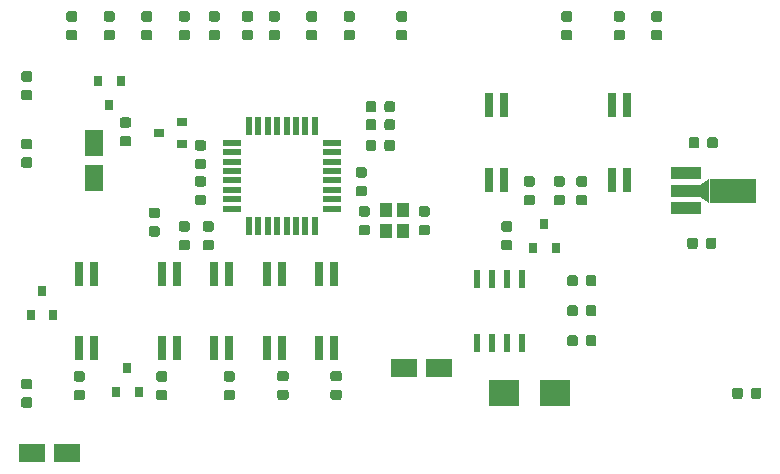
<source format=gbr>
G04 #@! TF.GenerationSoftware,KiCad,Pcbnew,(5.1.0)-1*
G04 #@! TF.CreationDate,2019-03-23T10:05:58-04:00*
G04 #@! TF.ProjectId,doorbot,646f6f72-626f-4742-9e6b-696361645f70,rev?*
G04 #@! TF.SameCoordinates,Original*
G04 #@! TF.FileFunction,Paste,Bot*
G04 #@! TF.FilePolarity,Positive*
%FSLAX46Y46*%
G04 Gerber Fmt 4.6, Leading zero omitted, Abs format (unit mm)*
G04 Created by KiCad (PCBNEW (5.1.0)-1) date 2019-03-23 10:05:58*
%MOMM*%
%LPD*%
G04 APERTURE LIST*
%ADD10C,0.100000*%
%ADD11C,0.875000*%
%ADD12R,2.200000X1.600000*%
%ADD13R,1.600000X2.200000*%
%ADD14R,0.640000X2.000000*%
%ADD15R,1.000000X1.150000*%
%ADD16R,0.900000X0.800000*%
%ADD17R,0.800000X0.900000*%
%ADD18R,2.500000X1.000000*%
%ADD19R,4.000000X2.000000*%
%ADD20C,0.750000*%
%ADD21R,0.600000X1.550000*%
%ADD22R,2.500000X2.300000*%
%ADD23R,1.600000X0.550000*%
%ADD24R,0.550000X1.600000*%
G04 APERTURE END LIST*
D10*
G36*
X122297691Y-82393053D02*
G01*
X122318926Y-82396203D01*
X122339750Y-82401419D01*
X122359962Y-82408651D01*
X122379368Y-82417830D01*
X122397781Y-82428866D01*
X122415024Y-82441654D01*
X122430930Y-82456070D01*
X122445346Y-82471976D01*
X122458134Y-82489219D01*
X122469170Y-82507632D01*
X122478349Y-82527038D01*
X122485581Y-82547250D01*
X122490797Y-82568074D01*
X122493947Y-82589309D01*
X122495000Y-82610750D01*
X122495000Y-83048250D01*
X122493947Y-83069691D01*
X122490797Y-83090926D01*
X122485581Y-83111750D01*
X122478349Y-83131962D01*
X122469170Y-83151368D01*
X122458134Y-83169781D01*
X122445346Y-83187024D01*
X122430930Y-83202930D01*
X122415024Y-83217346D01*
X122397781Y-83230134D01*
X122379368Y-83241170D01*
X122359962Y-83250349D01*
X122339750Y-83257581D01*
X122318926Y-83262797D01*
X122297691Y-83265947D01*
X122276250Y-83267000D01*
X121763750Y-83267000D01*
X121742309Y-83265947D01*
X121721074Y-83262797D01*
X121700250Y-83257581D01*
X121680038Y-83250349D01*
X121660632Y-83241170D01*
X121642219Y-83230134D01*
X121624976Y-83217346D01*
X121609070Y-83202930D01*
X121594654Y-83187024D01*
X121581866Y-83169781D01*
X121570830Y-83151368D01*
X121561651Y-83131962D01*
X121554419Y-83111750D01*
X121549203Y-83090926D01*
X121546053Y-83069691D01*
X121545000Y-83048250D01*
X121545000Y-82610750D01*
X121546053Y-82589309D01*
X121549203Y-82568074D01*
X121554419Y-82547250D01*
X121561651Y-82527038D01*
X121570830Y-82507632D01*
X121581866Y-82489219D01*
X121594654Y-82471976D01*
X121609070Y-82456070D01*
X121624976Y-82441654D01*
X121642219Y-82428866D01*
X121660632Y-82417830D01*
X121680038Y-82408651D01*
X121700250Y-82401419D01*
X121721074Y-82396203D01*
X121742309Y-82393053D01*
X121763750Y-82392000D01*
X122276250Y-82392000D01*
X122297691Y-82393053D01*
X122297691Y-82393053D01*
G37*
D11*
X122020000Y-82829500D03*
D10*
G36*
X122297691Y-80818053D02*
G01*
X122318926Y-80821203D01*
X122339750Y-80826419D01*
X122359962Y-80833651D01*
X122379368Y-80842830D01*
X122397781Y-80853866D01*
X122415024Y-80866654D01*
X122430930Y-80881070D01*
X122445346Y-80896976D01*
X122458134Y-80914219D01*
X122469170Y-80932632D01*
X122478349Y-80952038D01*
X122485581Y-80972250D01*
X122490797Y-80993074D01*
X122493947Y-81014309D01*
X122495000Y-81035750D01*
X122495000Y-81473250D01*
X122493947Y-81494691D01*
X122490797Y-81515926D01*
X122485581Y-81536750D01*
X122478349Y-81556962D01*
X122469170Y-81576368D01*
X122458134Y-81594781D01*
X122445346Y-81612024D01*
X122430930Y-81627930D01*
X122415024Y-81642346D01*
X122397781Y-81655134D01*
X122379368Y-81666170D01*
X122359962Y-81675349D01*
X122339750Y-81682581D01*
X122318926Y-81687797D01*
X122297691Y-81690947D01*
X122276250Y-81692000D01*
X121763750Y-81692000D01*
X121742309Y-81690947D01*
X121721074Y-81687797D01*
X121700250Y-81682581D01*
X121680038Y-81675349D01*
X121660632Y-81666170D01*
X121642219Y-81655134D01*
X121624976Y-81642346D01*
X121609070Y-81627930D01*
X121594654Y-81612024D01*
X121581866Y-81594781D01*
X121570830Y-81576368D01*
X121561651Y-81556962D01*
X121554419Y-81536750D01*
X121549203Y-81515926D01*
X121546053Y-81494691D01*
X121545000Y-81473250D01*
X121545000Y-81035750D01*
X121546053Y-81014309D01*
X121549203Y-80993074D01*
X121554419Y-80972250D01*
X121561651Y-80952038D01*
X121570830Y-80932632D01*
X121581866Y-80914219D01*
X121594654Y-80896976D01*
X121609070Y-80881070D01*
X121624976Y-80866654D01*
X121642219Y-80853866D01*
X121660632Y-80842830D01*
X121680038Y-80833651D01*
X121700250Y-80826419D01*
X121721074Y-80821203D01*
X121742309Y-80818053D01*
X121763750Y-80817000D01*
X122276250Y-80817000D01*
X122297691Y-80818053D01*
X122297691Y-80818053D01*
G37*
D11*
X122020000Y-81254500D03*
D12*
X107720000Y-107315000D03*
X110720000Y-107315000D03*
D13*
X113030000Y-84050000D03*
X113030000Y-81050000D03*
D12*
X139240000Y-100076000D03*
X142240000Y-100076000D03*
D14*
X118745000Y-92100000D03*
X120015000Y-92100000D03*
X120015000Y-98400000D03*
X118745000Y-98400000D03*
X111760000Y-92100000D03*
X113030000Y-92100000D03*
X113030000Y-98400000D03*
X111760000Y-98400000D03*
X133350000Y-98400000D03*
X132080000Y-98400000D03*
X132080000Y-92100000D03*
X133350000Y-92100000D03*
X128905000Y-98400000D03*
X127635000Y-98400000D03*
X127635000Y-92100000D03*
X128905000Y-92100000D03*
X124460000Y-98400000D03*
X123190000Y-98400000D03*
X123190000Y-92100000D03*
X124460000Y-92100000D03*
X147730000Y-84150000D03*
X146460000Y-84150000D03*
X146460000Y-77850000D03*
X147730000Y-77850000D03*
X156845000Y-77850000D03*
X158115000Y-77850000D03*
X158115000Y-84150000D03*
X156845000Y-84150000D03*
D15*
X139130000Y-88505000D03*
X139130000Y-86755000D03*
X137730000Y-86755000D03*
X137730000Y-88505000D03*
D16*
X118494409Y-80202190D03*
X120494409Y-81152190D03*
X120494409Y-79252190D03*
D17*
X115824000Y-100092000D03*
X114874000Y-102092000D03*
X116774000Y-102092000D03*
X108585000Y-93615000D03*
X107635000Y-95615000D03*
X109535000Y-95615000D03*
X114300000Y-77835000D03*
X115250000Y-75835000D03*
X113350000Y-75835000D03*
D10*
G36*
X107592691Y-82266053D02*
G01*
X107613926Y-82269203D01*
X107634750Y-82274419D01*
X107654962Y-82281651D01*
X107674368Y-82290830D01*
X107692781Y-82301866D01*
X107710024Y-82314654D01*
X107725930Y-82329070D01*
X107740346Y-82344976D01*
X107753134Y-82362219D01*
X107764170Y-82380632D01*
X107773349Y-82400038D01*
X107780581Y-82420250D01*
X107785797Y-82441074D01*
X107788947Y-82462309D01*
X107790000Y-82483750D01*
X107790000Y-82921250D01*
X107788947Y-82942691D01*
X107785797Y-82963926D01*
X107780581Y-82984750D01*
X107773349Y-83004962D01*
X107764170Y-83024368D01*
X107753134Y-83042781D01*
X107740346Y-83060024D01*
X107725930Y-83075930D01*
X107710024Y-83090346D01*
X107692781Y-83103134D01*
X107674368Y-83114170D01*
X107654962Y-83123349D01*
X107634750Y-83130581D01*
X107613926Y-83135797D01*
X107592691Y-83138947D01*
X107571250Y-83140000D01*
X107058750Y-83140000D01*
X107037309Y-83138947D01*
X107016074Y-83135797D01*
X106995250Y-83130581D01*
X106975038Y-83123349D01*
X106955632Y-83114170D01*
X106937219Y-83103134D01*
X106919976Y-83090346D01*
X106904070Y-83075930D01*
X106889654Y-83060024D01*
X106876866Y-83042781D01*
X106865830Y-83024368D01*
X106856651Y-83004962D01*
X106849419Y-82984750D01*
X106844203Y-82963926D01*
X106841053Y-82942691D01*
X106840000Y-82921250D01*
X106840000Y-82483750D01*
X106841053Y-82462309D01*
X106844203Y-82441074D01*
X106849419Y-82420250D01*
X106856651Y-82400038D01*
X106865830Y-82380632D01*
X106876866Y-82362219D01*
X106889654Y-82344976D01*
X106904070Y-82329070D01*
X106919976Y-82314654D01*
X106937219Y-82301866D01*
X106955632Y-82290830D01*
X106975038Y-82281651D01*
X106995250Y-82274419D01*
X107016074Y-82269203D01*
X107037309Y-82266053D01*
X107058750Y-82265000D01*
X107571250Y-82265000D01*
X107592691Y-82266053D01*
X107592691Y-82266053D01*
G37*
D11*
X107315000Y-82702500D03*
D10*
G36*
X107592691Y-80691053D02*
G01*
X107613926Y-80694203D01*
X107634750Y-80699419D01*
X107654962Y-80706651D01*
X107674368Y-80715830D01*
X107692781Y-80726866D01*
X107710024Y-80739654D01*
X107725930Y-80754070D01*
X107740346Y-80769976D01*
X107753134Y-80787219D01*
X107764170Y-80805632D01*
X107773349Y-80825038D01*
X107780581Y-80845250D01*
X107785797Y-80866074D01*
X107788947Y-80887309D01*
X107790000Y-80908750D01*
X107790000Y-81346250D01*
X107788947Y-81367691D01*
X107785797Y-81388926D01*
X107780581Y-81409750D01*
X107773349Y-81429962D01*
X107764170Y-81449368D01*
X107753134Y-81467781D01*
X107740346Y-81485024D01*
X107725930Y-81500930D01*
X107710024Y-81515346D01*
X107692781Y-81528134D01*
X107674368Y-81539170D01*
X107654962Y-81548349D01*
X107634750Y-81555581D01*
X107613926Y-81560797D01*
X107592691Y-81563947D01*
X107571250Y-81565000D01*
X107058750Y-81565000D01*
X107037309Y-81563947D01*
X107016074Y-81560797D01*
X106995250Y-81555581D01*
X106975038Y-81548349D01*
X106955632Y-81539170D01*
X106937219Y-81528134D01*
X106919976Y-81515346D01*
X106904070Y-81500930D01*
X106889654Y-81485024D01*
X106876866Y-81467781D01*
X106865830Y-81449368D01*
X106856651Y-81429962D01*
X106849419Y-81409750D01*
X106844203Y-81388926D01*
X106841053Y-81367691D01*
X106840000Y-81346250D01*
X106840000Y-80908750D01*
X106841053Y-80887309D01*
X106844203Y-80866074D01*
X106849419Y-80845250D01*
X106856651Y-80825038D01*
X106865830Y-80805632D01*
X106876866Y-80787219D01*
X106889654Y-80769976D01*
X106904070Y-80754070D01*
X106919976Y-80739654D01*
X106937219Y-80726866D01*
X106955632Y-80715830D01*
X106975038Y-80706651D01*
X106995250Y-80699419D01*
X107016074Y-80694203D01*
X107037309Y-80691053D01*
X107058750Y-80690000D01*
X107571250Y-80690000D01*
X107592691Y-80691053D01*
X107592691Y-80691053D01*
G37*
D11*
X107315000Y-81127500D03*
D10*
G36*
X107592691Y-102586053D02*
G01*
X107613926Y-102589203D01*
X107634750Y-102594419D01*
X107654962Y-102601651D01*
X107674368Y-102610830D01*
X107692781Y-102621866D01*
X107710024Y-102634654D01*
X107725930Y-102649070D01*
X107740346Y-102664976D01*
X107753134Y-102682219D01*
X107764170Y-102700632D01*
X107773349Y-102720038D01*
X107780581Y-102740250D01*
X107785797Y-102761074D01*
X107788947Y-102782309D01*
X107790000Y-102803750D01*
X107790000Y-103241250D01*
X107788947Y-103262691D01*
X107785797Y-103283926D01*
X107780581Y-103304750D01*
X107773349Y-103324962D01*
X107764170Y-103344368D01*
X107753134Y-103362781D01*
X107740346Y-103380024D01*
X107725930Y-103395930D01*
X107710024Y-103410346D01*
X107692781Y-103423134D01*
X107674368Y-103434170D01*
X107654962Y-103443349D01*
X107634750Y-103450581D01*
X107613926Y-103455797D01*
X107592691Y-103458947D01*
X107571250Y-103460000D01*
X107058750Y-103460000D01*
X107037309Y-103458947D01*
X107016074Y-103455797D01*
X106995250Y-103450581D01*
X106975038Y-103443349D01*
X106955632Y-103434170D01*
X106937219Y-103423134D01*
X106919976Y-103410346D01*
X106904070Y-103395930D01*
X106889654Y-103380024D01*
X106876866Y-103362781D01*
X106865830Y-103344368D01*
X106856651Y-103324962D01*
X106849419Y-103304750D01*
X106844203Y-103283926D01*
X106841053Y-103262691D01*
X106840000Y-103241250D01*
X106840000Y-102803750D01*
X106841053Y-102782309D01*
X106844203Y-102761074D01*
X106849419Y-102740250D01*
X106856651Y-102720038D01*
X106865830Y-102700632D01*
X106876866Y-102682219D01*
X106889654Y-102664976D01*
X106904070Y-102649070D01*
X106919976Y-102634654D01*
X106937219Y-102621866D01*
X106955632Y-102610830D01*
X106975038Y-102601651D01*
X106995250Y-102594419D01*
X107016074Y-102589203D01*
X107037309Y-102586053D01*
X107058750Y-102585000D01*
X107571250Y-102585000D01*
X107592691Y-102586053D01*
X107592691Y-102586053D01*
G37*
D11*
X107315000Y-103022500D03*
D10*
G36*
X107592691Y-101011053D02*
G01*
X107613926Y-101014203D01*
X107634750Y-101019419D01*
X107654962Y-101026651D01*
X107674368Y-101035830D01*
X107692781Y-101046866D01*
X107710024Y-101059654D01*
X107725930Y-101074070D01*
X107740346Y-101089976D01*
X107753134Y-101107219D01*
X107764170Y-101125632D01*
X107773349Y-101145038D01*
X107780581Y-101165250D01*
X107785797Y-101186074D01*
X107788947Y-101207309D01*
X107790000Y-101228750D01*
X107790000Y-101666250D01*
X107788947Y-101687691D01*
X107785797Y-101708926D01*
X107780581Y-101729750D01*
X107773349Y-101749962D01*
X107764170Y-101769368D01*
X107753134Y-101787781D01*
X107740346Y-101805024D01*
X107725930Y-101820930D01*
X107710024Y-101835346D01*
X107692781Y-101848134D01*
X107674368Y-101859170D01*
X107654962Y-101868349D01*
X107634750Y-101875581D01*
X107613926Y-101880797D01*
X107592691Y-101883947D01*
X107571250Y-101885000D01*
X107058750Y-101885000D01*
X107037309Y-101883947D01*
X107016074Y-101880797D01*
X106995250Y-101875581D01*
X106975038Y-101868349D01*
X106955632Y-101859170D01*
X106937219Y-101848134D01*
X106919976Y-101835346D01*
X106904070Y-101820930D01*
X106889654Y-101805024D01*
X106876866Y-101787781D01*
X106865830Y-101769368D01*
X106856651Y-101749962D01*
X106849419Y-101729750D01*
X106844203Y-101708926D01*
X106841053Y-101687691D01*
X106840000Y-101666250D01*
X106840000Y-101228750D01*
X106841053Y-101207309D01*
X106844203Y-101186074D01*
X106849419Y-101165250D01*
X106856651Y-101145038D01*
X106865830Y-101125632D01*
X106876866Y-101107219D01*
X106889654Y-101089976D01*
X106904070Y-101074070D01*
X106919976Y-101059654D01*
X106937219Y-101046866D01*
X106955632Y-101035830D01*
X106975038Y-101026651D01*
X106995250Y-101019419D01*
X107016074Y-101014203D01*
X107037309Y-101011053D01*
X107058750Y-101010000D01*
X107571250Y-101010000D01*
X107592691Y-101011053D01*
X107592691Y-101011053D01*
G37*
D11*
X107315000Y-101447500D03*
D10*
G36*
X141247691Y-87981053D02*
G01*
X141268926Y-87984203D01*
X141289750Y-87989419D01*
X141309962Y-87996651D01*
X141329368Y-88005830D01*
X141347781Y-88016866D01*
X141365024Y-88029654D01*
X141380930Y-88044070D01*
X141395346Y-88059976D01*
X141408134Y-88077219D01*
X141419170Y-88095632D01*
X141428349Y-88115038D01*
X141435581Y-88135250D01*
X141440797Y-88156074D01*
X141443947Y-88177309D01*
X141445000Y-88198750D01*
X141445000Y-88636250D01*
X141443947Y-88657691D01*
X141440797Y-88678926D01*
X141435581Y-88699750D01*
X141428349Y-88719962D01*
X141419170Y-88739368D01*
X141408134Y-88757781D01*
X141395346Y-88775024D01*
X141380930Y-88790930D01*
X141365024Y-88805346D01*
X141347781Y-88818134D01*
X141329368Y-88829170D01*
X141309962Y-88838349D01*
X141289750Y-88845581D01*
X141268926Y-88850797D01*
X141247691Y-88853947D01*
X141226250Y-88855000D01*
X140713750Y-88855000D01*
X140692309Y-88853947D01*
X140671074Y-88850797D01*
X140650250Y-88845581D01*
X140630038Y-88838349D01*
X140610632Y-88829170D01*
X140592219Y-88818134D01*
X140574976Y-88805346D01*
X140559070Y-88790930D01*
X140544654Y-88775024D01*
X140531866Y-88757781D01*
X140520830Y-88739368D01*
X140511651Y-88719962D01*
X140504419Y-88699750D01*
X140499203Y-88678926D01*
X140496053Y-88657691D01*
X140495000Y-88636250D01*
X140495000Y-88198750D01*
X140496053Y-88177309D01*
X140499203Y-88156074D01*
X140504419Y-88135250D01*
X140511651Y-88115038D01*
X140520830Y-88095632D01*
X140531866Y-88077219D01*
X140544654Y-88059976D01*
X140559070Y-88044070D01*
X140574976Y-88029654D01*
X140592219Y-88016866D01*
X140610632Y-88005830D01*
X140630038Y-87996651D01*
X140650250Y-87989419D01*
X140671074Y-87984203D01*
X140692309Y-87981053D01*
X140713750Y-87980000D01*
X141226250Y-87980000D01*
X141247691Y-87981053D01*
X141247691Y-87981053D01*
G37*
D11*
X140970000Y-88417500D03*
D10*
G36*
X141247691Y-86406053D02*
G01*
X141268926Y-86409203D01*
X141289750Y-86414419D01*
X141309962Y-86421651D01*
X141329368Y-86430830D01*
X141347781Y-86441866D01*
X141365024Y-86454654D01*
X141380930Y-86469070D01*
X141395346Y-86484976D01*
X141408134Y-86502219D01*
X141419170Y-86520632D01*
X141428349Y-86540038D01*
X141435581Y-86560250D01*
X141440797Y-86581074D01*
X141443947Y-86602309D01*
X141445000Y-86623750D01*
X141445000Y-87061250D01*
X141443947Y-87082691D01*
X141440797Y-87103926D01*
X141435581Y-87124750D01*
X141428349Y-87144962D01*
X141419170Y-87164368D01*
X141408134Y-87182781D01*
X141395346Y-87200024D01*
X141380930Y-87215930D01*
X141365024Y-87230346D01*
X141347781Y-87243134D01*
X141329368Y-87254170D01*
X141309962Y-87263349D01*
X141289750Y-87270581D01*
X141268926Y-87275797D01*
X141247691Y-87278947D01*
X141226250Y-87280000D01*
X140713750Y-87280000D01*
X140692309Y-87278947D01*
X140671074Y-87275797D01*
X140650250Y-87270581D01*
X140630038Y-87263349D01*
X140610632Y-87254170D01*
X140592219Y-87243134D01*
X140574976Y-87230346D01*
X140559070Y-87215930D01*
X140544654Y-87200024D01*
X140531866Y-87182781D01*
X140520830Y-87164368D01*
X140511651Y-87144962D01*
X140504419Y-87124750D01*
X140499203Y-87103926D01*
X140496053Y-87082691D01*
X140495000Y-87061250D01*
X140495000Y-86623750D01*
X140496053Y-86602309D01*
X140499203Y-86581074D01*
X140504419Y-86560250D01*
X140511651Y-86540038D01*
X140520830Y-86520632D01*
X140531866Y-86502219D01*
X140544654Y-86484976D01*
X140559070Y-86469070D01*
X140574976Y-86454654D01*
X140592219Y-86441866D01*
X140610632Y-86430830D01*
X140630038Y-86421651D01*
X140650250Y-86414419D01*
X140671074Y-86409203D01*
X140692309Y-86406053D01*
X140713750Y-86405000D01*
X141226250Y-86405000D01*
X141247691Y-86406053D01*
X141247691Y-86406053D01*
G37*
D11*
X140970000Y-86842500D03*
D10*
G36*
X136167691Y-86406053D02*
G01*
X136188926Y-86409203D01*
X136209750Y-86414419D01*
X136229962Y-86421651D01*
X136249368Y-86430830D01*
X136267781Y-86441866D01*
X136285024Y-86454654D01*
X136300930Y-86469070D01*
X136315346Y-86484976D01*
X136328134Y-86502219D01*
X136339170Y-86520632D01*
X136348349Y-86540038D01*
X136355581Y-86560250D01*
X136360797Y-86581074D01*
X136363947Y-86602309D01*
X136365000Y-86623750D01*
X136365000Y-87061250D01*
X136363947Y-87082691D01*
X136360797Y-87103926D01*
X136355581Y-87124750D01*
X136348349Y-87144962D01*
X136339170Y-87164368D01*
X136328134Y-87182781D01*
X136315346Y-87200024D01*
X136300930Y-87215930D01*
X136285024Y-87230346D01*
X136267781Y-87243134D01*
X136249368Y-87254170D01*
X136229962Y-87263349D01*
X136209750Y-87270581D01*
X136188926Y-87275797D01*
X136167691Y-87278947D01*
X136146250Y-87280000D01*
X135633750Y-87280000D01*
X135612309Y-87278947D01*
X135591074Y-87275797D01*
X135570250Y-87270581D01*
X135550038Y-87263349D01*
X135530632Y-87254170D01*
X135512219Y-87243134D01*
X135494976Y-87230346D01*
X135479070Y-87215930D01*
X135464654Y-87200024D01*
X135451866Y-87182781D01*
X135440830Y-87164368D01*
X135431651Y-87144962D01*
X135424419Y-87124750D01*
X135419203Y-87103926D01*
X135416053Y-87082691D01*
X135415000Y-87061250D01*
X135415000Y-86623750D01*
X135416053Y-86602309D01*
X135419203Y-86581074D01*
X135424419Y-86560250D01*
X135431651Y-86540038D01*
X135440830Y-86520632D01*
X135451866Y-86502219D01*
X135464654Y-86484976D01*
X135479070Y-86469070D01*
X135494976Y-86454654D01*
X135512219Y-86441866D01*
X135530632Y-86430830D01*
X135550038Y-86421651D01*
X135570250Y-86414419D01*
X135591074Y-86409203D01*
X135612309Y-86406053D01*
X135633750Y-86405000D01*
X136146250Y-86405000D01*
X136167691Y-86406053D01*
X136167691Y-86406053D01*
G37*
D11*
X135890000Y-86842500D03*
D10*
G36*
X136167691Y-87981053D02*
G01*
X136188926Y-87984203D01*
X136209750Y-87989419D01*
X136229962Y-87996651D01*
X136249368Y-88005830D01*
X136267781Y-88016866D01*
X136285024Y-88029654D01*
X136300930Y-88044070D01*
X136315346Y-88059976D01*
X136328134Y-88077219D01*
X136339170Y-88095632D01*
X136348349Y-88115038D01*
X136355581Y-88135250D01*
X136360797Y-88156074D01*
X136363947Y-88177309D01*
X136365000Y-88198750D01*
X136365000Y-88636250D01*
X136363947Y-88657691D01*
X136360797Y-88678926D01*
X136355581Y-88699750D01*
X136348349Y-88719962D01*
X136339170Y-88739368D01*
X136328134Y-88757781D01*
X136315346Y-88775024D01*
X136300930Y-88790930D01*
X136285024Y-88805346D01*
X136267781Y-88818134D01*
X136249368Y-88829170D01*
X136229962Y-88838349D01*
X136209750Y-88845581D01*
X136188926Y-88850797D01*
X136167691Y-88853947D01*
X136146250Y-88855000D01*
X135633750Y-88855000D01*
X135612309Y-88853947D01*
X135591074Y-88850797D01*
X135570250Y-88845581D01*
X135550038Y-88838349D01*
X135530632Y-88829170D01*
X135512219Y-88818134D01*
X135494976Y-88805346D01*
X135479070Y-88790930D01*
X135464654Y-88775024D01*
X135451866Y-88757781D01*
X135440830Y-88739368D01*
X135431651Y-88719962D01*
X135424419Y-88699750D01*
X135419203Y-88678926D01*
X135416053Y-88657691D01*
X135415000Y-88636250D01*
X135415000Y-88198750D01*
X135416053Y-88177309D01*
X135419203Y-88156074D01*
X135424419Y-88135250D01*
X135431651Y-88115038D01*
X135440830Y-88095632D01*
X135451866Y-88077219D01*
X135464654Y-88059976D01*
X135479070Y-88044070D01*
X135494976Y-88029654D01*
X135512219Y-88016866D01*
X135530632Y-88005830D01*
X135550038Y-87996651D01*
X135570250Y-87989419D01*
X135591074Y-87984203D01*
X135612309Y-87981053D01*
X135633750Y-87980000D01*
X136146250Y-87980000D01*
X136167691Y-87981053D01*
X136167691Y-87981053D01*
G37*
D11*
X135890000Y-88417500D03*
D10*
G36*
X122297691Y-83866053D02*
G01*
X122318926Y-83869203D01*
X122339750Y-83874419D01*
X122359962Y-83881651D01*
X122379368Y-83890830D01*
X122397781Y-83901866D01*
X122415024Y-83914654D01*
X122430930Y-83929070D01*
X122445346Y-83944976D01*
X122458134Y-83962219D01*
X122469170Y-83980632D01*
X122478349Y-84000038D01*
X122485581Y-84020250D01*
X122490797Y-84041074D01*
X122493947Y-84062309D01*
X122495000Y-84083750D01*
X122495000Y-84521250D01*
X122493947Y-84542691D01*
X122490797Y-84563926D01*
X122485581Y-84584750D01*
X122478349Y-84604962D01*
X122469170Y-84624368D01*
X122458134Y-84642781D01*
X122445346Y-84660024D01*
X122430930Y-84675930D01*
X122415024Y-84690346D01*
X122397781Y-84703134D01*
X122379368Y-84714170D01*
X122359962Y-84723349D01*
X122339750Y-84730581D01*
X122318926Y-84735797D01*
X122297691Y-84738947D01*
X122276250Y-84740000D01*
X121763750Y-84740000D01*
X121742309Y-84738947D01*
X121721074Y-84735797D01*
X121700250Y-84730581D01*
X121680038Y-84723349D01*
X121660632Y-84714170D01*
X121642219Y-84703134D01*
X121624976Y-84690346D01*
X121609070Y-84675930D01*
X121594654Y-84660024D01*
X121581866Y-84642781D01*
X121570830Y-84624368D01*
X121561651Y-84604962D01*
X121554419Y-84584750D01*
X121549203Y-84563926D01*
X121546053Y-84542691D01*
X121545000Y-84521250D01*
X121545000Y-84083750D01*
X121546053Y-84062309D01*
X121549203Y-84041074D01*
X121554419Y-84020250D01*
X121561651Y-84000038D01*
X121570830Y-83980632D01*
X121581866Y-83962219D01*
X121594654Y-83944976D01*
X121609070Y-83929070D01*
X121624976Y-83914654D01*
X121642219Y-83901866D01*
X121660632Y-83890830D01*
X121680038Y-83881651D01*
X121700250Y-83874419D01*
X121721074Y-83869203D01*
X121742309Y-83866053D01*
X121763750Y-83865000D01*
X122276250Y-83865000D01*
X122297691Y-83866053D01*
X122297691Y-83866053D01*
G37*
D11*
X122020000Y-84302500D03*
D10*
G36*
X122297691Y-85441053D02*
G01*
X122318926Y-85444203D01*
X122339750Y-85449419D01*
X122359962Y-85456651D01*
X122379368Y-85465830D01*
X122397781Y-85476866D01*
X122415024Y-85489654D01*
X122430930Y-85504070D01*
X122445346Y-85519976D01*
X122458134Y-85537219D01*
X122469170Y-85555632D01*
X122478349Y-85575038D01*
X122485581Y-85595250D01*
X122490797Y-85616074D01*
X122493947Y-85637309D01*
X122495000Y-85658750D01*
X122495000Y-86096250D01*
X122493947Y-86117691D01*
X122490797Y-86138926D01*
X122485581Y-86159750D01*
X122478349Y-86179962D01*
X122469170Y-86199368D01*
X122458134Y-86217781D01*
X122445346Y-86235024D01*
X122430930Y-86250930D01*
X122415024Y-86265346D01*
X122397781Y-86278134D01*
X122379368Y-86289170D01*
X122359962Y-86298349D01*
X122339750Y-86305581D01*
X122318926Y-86310797D01*
X122297691Y-86313947D01*
X122276250Y-86315000D01*
X121763750Y-86315000D01*
X121742309Y-86313947D01*
X121721074Y-86310797D01*
X121700250Y-86305581D01*
X121680038Y-86298349D01*
X121660632Y-86289170D01*
X121642219Y-86278134D01*
X121624976Y-86265346D01*
X121609070Y-86250930D01*
X121594654Y-86235024D01*
X121581866Y-86217781D01*
X121570830Y-86199368D01*
X121561651Y-86179962D01*
X121554419Y-86159750D01*
X121549203Y-86138926D01*
X121546053Y-86117691D01*
X121545000Y-86096250D01*
X121545000Y-85658750D01*
X121546053Y-85637309D01*
X121549203Y-85616074D01*
X121554419Y-85595250D01*
X121561651Y-85575038D01*
X121570830Y-85555632D01*
X121581866Y-85537219D01*
X121594654Y-85519976D01*
X121609070Y-85504070D01*
X121624976Y-85489654D01*
X121642219Y-85476866D01*
X121660632Y-85465830D01*
X121680038Y-85456651D01*
X121700250Y-85449419D01*
X121721074Y-85444203D01*
X121742309Y-85441053D01*
X121763750Y-85440000D01*
X122276250Y-85440000D01*
X122297691Y-85441053D01*
X122297691Y-85441053D01*
G37*
D11*
X122020000Y-85877500D03*
D10*
G36*
X135913691Y-84679053D02*
G01*
X135934926Y-84682203D01*
X135955750Y-84687419D01*
X135975962Y-84694651D01*
X135995368Y-84703830D01*
X136013781Y-84714866D01*
X136031024Y-84727654D01*
X136046930Y-84742070D01*
X136061346Y-84757976D01*
X136074134Y-84775219D01*
X136085170Y-84793632D01*
X136094349Y-84813038D01*
X136101581Y-84833250D01*
X136106797Y-84854074D01*
X136109947Y-84875309D01*
X136111000Y-84896750D01*
X136111000Y-85334250D01*
X136109947Y-85355691D01*
X136106797Y-85376926D01*
X136101581Y-85397750D01*
X136094349Y-85417962D01*
X136085170Y-85437368D01*
X136074134Y-85455781D01*
X136061346Y-85473024D01*
X136046930Y-85488930D01*
X136031024Y-85503346D01*
X136013781Y-85516134D01*
X135995368Y-85527170D01*
X135975962Y-85536349D01*
X135955750Y-85543581D01*
X135934926Y-85548797D01*
X135913691Y-85551947D01*
X135892250Y-85553000D01*
X135379750Y-85553000D01*
X135358309Y-85551947D01*
X135337074Y-85548797D01*
X135316250Y-85543581D01*
X135296038Y-85536349D01*
X135276632Y-85527170D01*
X135258219Y-85516134D01*
X135240976Y-85503346D01*
X135225070Y-85488930D01*
X135210654Y-85473024D01*
X135197866Y-85455781D01*
X135186830Y-85437368D01*
X135177651Y-85417962D01*
X135170419Y-85397750D01*
X135165203Y-85376926D01*
X135162053Y-85355691D01*
X135161000Y-85334250D01*
X135161000Y-84896750D01*
X135162053Y-84875309D01*
X135165203Y-84854074D01*
X135170419Y-84833250D01*
X135177651Y-84813038D01*
X135186830Y-84793632D01*
X135197866Y-84775219D01*
X135210654Y-84757976D01*
X135225070Y-84742070D01*
X135240976Y-84727654D01*
X135258219Y-84714866D01*
X135276632Y-84703830D01*
X135296038Y-84694651D01*
X135316250Y-84687419D01*
X135337074Y-84682203D01*
X135358309Y-84679053D01*
X135379750Y-84678000D01*
X135892250Y-84678000D01*
X135913691Y-84679053D01*
X135913691Y-84679053D01*
G37*
D11*
X135636000Y-85115500D03*
D10*
G36*
X135913691Y-83104053D02*
G01*
X135934926Y-83107203D01*
X135955750Y-83112419D01*
X135975962Y-83119651D01*
X135995368Y-83128830D01*
X136013781Y-83139866D01*
X136031024Y-83152654D01*
X136046930Y-83167070D01*
X136061346Y-83182976D01*
X136074134Y-83200219D01*
X136085170Y-83218632D01*
X136094349Y-83238038D01*
X136101581Y-83258250D01*
X136106797Y-83279074D01*
X136109947Y-83300309D01*
X136111000Y-83321750D01*
X136111000Y-83759250D01*
X136109947Y-83780691D01*
X136106797Y-83801926D01*
X136101581Y-83822750D01*
X136094349Y-83842962D01*
X136085170Y-83862368D01*
X136074134Y-83880781D01*
X136061346Y-83898024D01*
X136046930Y-83913930D01*
X136031024Y-83928346D01*
X136013781Y-83941134D01*
X135995368Y-83952170D01*
X135975962Y-83961349D01*
X135955750Y-83968581D01*
X135934926Y-83973797D01*
X135913691Y-83976947D01*
X135892250Y-83978000D01*
X135379750Y-83978000D01*
X135358309Y-83976947D01*
X135337074Y-83973797D01*
X135316250Y-83968581D01*
X135296038Y-83961349D01*
X135276632Y-83952170D01*
X135258219Y-83941134D01*
X135240976Y-83928346D01*
X135225070Y-83913930D01*
X135210654Y-83898024D01*
X135197866Y-83880781D01*
X135186830Y-83862368D01*
X135177651Y-83842962D01*
X135170419Y-83822750D01*
X135165203Y-83801926D01*
X135162053Y-83780691D01*
X135161000Y-83759250D01*
X135161000Y-83321750D01*
X135162053Y-83300309D01*
X135165203Y-83279074D01*
X135170419Y-83258250D01*
X135177651Y-83238038D01*
X135186830Y-83218632D01*
X135197866Y-83200219D01*
X135210654Y-83182976D01*
X135225070Y-83167070D01*
X135240976Y-83152654D01*
X135258219Y-83139866D01*
X135276632Y-83128830D01*
X135296038Y-83119651D01*
X135316250Y-83112419D01*
X135337074Y-83107203D01*
X135358309Y-83104053D01*
X135379750Y-83103000D01*
X135892250Y-83103000D01*
X135913691Y-83104053D01*
X135913691Y-83104053D01*
G37*
D11*
X135636000Y-83540500D03*
D10*
G36*
X163917691Y-89061053D02*
G01*
X163938926Y-89064203D01*
X163959750Y-89069419D01*
X163979962Y-89076651D01*
X163999368Y-89085830D01*
X164017781Y-89096866D01*
X164035024Y-89109654D01*
X164050930Y-89124070D01*
X164065346Y-89139976D01*
X164078134Y-89157219D01*
X164089170Y-89175632D01*
X164098349Y-89195038D01*
X164105581Y-89215250D01*
X164110797Y-89236074D01*
X164113947Y-89257309D01*
X164115000Y-89278750D01*
X164115000Y-89791250D01*
X164113947Y-89812691D01*
X164110797Y-89833926D01*
X164105581Y-89854750D01*
X164098349Y-89874962D01*
X164089170Y-89894368D01*
X164078134Y-89912781D01*
X164065346Y-89930024D01*
X164050930Y-89945930D01*
X164035024Y-89960346D01*
X164017781Y-89973134D01*
X163999368Y-89984170D01*
X163979962Y-89993349D01*
X163959750Y-90000581D01*
X163938926Y-90005797D01*
X163917691Y-90008947D01*
X163896250Y-90010000D01*
X163458750Y-90010000D01*
X163437309Y-90008947D01*
X163416074Y-90005797D01*
X163395250Y-90000581D01*
X163375038Y-89993349D01*
X163355632Y-89984170D01*
X163337219Y-89973134D01*
X163319976Y-89960346D01*
X163304070Y-89945930D01*
X163289654Y-89930024D01*
X163276866Y-89912781D01*
X163265830Y-89894368D01*
X163256651Y-89874962D01*
X163249419Y-89854750D01*
X163244203Y-89833926D01*
X163241053Y-89812691D01*
X163240000Y-89791250D01*
X163240000Y-89278750D01*
X163241053Y-89257309D01*
X163244203Y-89236074D01*
X163249419Y-89215250D01*
X163256651Y-89195038D01*
X163265830Y-89175632D01*
X163276866Y-89157219D01*
X163289654Y-89139976D01*
X163304070Y-89124070D01*
X163319976Y-89109654D01*
X163337219Y-89096866D01*
X163355632Y-89085830D01*
X163375038Y-89076651D01*
X163395250Y-89069419D01*
X163416074Y-89064203D01*
X163437309Y-89061053D01*
X163458750Y-89060000D01*
X163896250Y-89060000D01*
X163917691Y-89061053D01*
X163917691Y-89061053D01*
G37*
D11*
X163677500Y-89535000D03*
D10*
G36*
X165492691Y-89061053D02*
G01*
X165513926Y-89064203D01*
X165534750Y-89069419D01*
X165554962Y-89076651D01*
X165574368Y-89085830D01*
X165592781Y-89096866D01*
X165610024Y-89109654D01*
X165625930Y-89124070D01*
X165640346Y-89139976D01*
X165653134Y-89157219D01*
X165664170Y-89175632D01*
X165673349Y-89195038D01*
X165680581Y-89215250D01*
X165685797Y-89236074D01*
X165688947Y-89257309D01*
X165690000Y-89278750D01*
X165690000Y-89791250D01*
X165688947Y-89812691D01*
X165685797Y-89833926D01*
X165680581Y-89854750D01*
X165673349Y-89874962D01*
X165664170Y-89894368D01*
X165653134Y-89912781D01*
X165640346Y-89930024D01*
X165625930Y-89945930D01*
X165610024Y-89960346D01*
X165592781Y-89973134D01*
X165574368Y-89984170D01*
X165554962Y-89993349D01*
X165534750Y-90000581D01*
X165513926Y-90005797D01*
X165492691Y-90008947D01*
X165471250Y-90010000D01*
X165033750Y-90010000D01*
X165012309Y-90008947D01*
X164991074Y-90005797D01*
X164970250Y-90000581D01*
X164950038Y-89993349D01*
X164930632Y-89984170D01*
X164912219Y-89973134D01*
X164894976Y-89960346D01*
X164879070Y-89945930D01*
X164864654Y-89930024D01*
X164851866Y-89912781D01*
X164840830Y-89894368D01*
X164831651Y-89874962D01*
X164824419Y-89854750D01*
X164819203Y-89833926D01*
X164816053Y-89812691D01*
X164815000Y-89791250D01*
X164815000Y-89278750D01*
X164816053Y-89257309D01*
X164819203Y-89236074D01*
X164824419Y-89215250D01*
X164831651Y-89195038D01*
X164840830Y-89175632D01*
X164851866Y-89157219D01*
X164864654Y-89139976D01*
X164879070Y-89124070D01*
X164894976Y-89109654D01*
X164912219Y-89096866D01*
X164930632Y-89085830D01*
X164950038Y-89076651D01*
X164970250Y-89069419D01*
X164991074Y-89064203D01*
X165012309Y-89061053D01*
X165033750Y-89060000D01*
X165471250Y-89060000D01*
X165492691Y-89061053D01*
X165492691Y-89061053D01*
G37*
D11*
X165252500Y-89535000D03*
D10*
G36*
X165619691Y-80552053D02*
G01*
X165640926Y-80555203D01*
X165661750Y-80560419D01*
X165681962Y-80567651D01*
X165701368Y-80576830D01*
X165719781Y-80587866D01*
X165737024Y-80600654D01*
X165752930Y-80615070D01*
X165767346Y-80630976D01*
X165780134Y-80648219D01*
X165791170Y-80666632D01*
X165800349Y-80686038D01*
X165807581Y-80706250D01*
X165812797Y-80727074D01*
X165815947Y-80748309D01*
X165817000Y-80769750D01*
X165817000Y-81282250D01*
X165815947Y-81303691D01*
X165812797Y-81324926D01*
X165807581Y-81345750D01*
X165800349Y-81365962D01*
X165791170Y-81385368D01*
X165780134Y-81403781D01*
X165767346Y-81421024D01*
X165752930Y-81436930D01*
X165737024Y-81451346D01*
X165719781Y-81464134D01*
X165701368Y-81475170D01*
X165681962Y-81484349D01*
X165661750Y-81491581D01*
X165640926Y-81496797D01*
X165619691Y-81499947D01*
X165598250Y-81501000D01*
X165160750Y-81501000D01*
X165139309Y-81499947D01*
X165118074Y-81496797D01*
X165097250Y-81491581D01*
X165077038Y-81484349D01*
X165057632Y-81475170D01*
X165039219Y-81464134D01*
X165021976Y-81451346D01*
X165006070Y-81436930D01*
X164991654Y-81421024D01*
X164978866Y-81403781D01*
X164967830Y-81385368D01*
X164958651Y-81365962D01*
X164951419Y-81345750D01*
X164946203Y-81324926D01*
X164943053Y-81303691D01*
X164942000Y-81282250D01*
X164942000Y-80769750D01*
X164943053Y-80748309D01*
X164946203Y-80727074D01*
X164951419Y-80706250D01*
X164958651Y-80686038D01*
X164967830Y-80666632D01*
X164978866Y-80648219D01*
X164991654Y-80630976D01*
X165006070Y-80615070D01*
X165021976Y-80600654D01*
X165039219Y-80587866D01*
X165057632Y-80576830D01*
X165077038Y-80567651D01*
X165097250Y-80560419D01*
X165118074Y-80555203D01*
X165139309Y-80552053D01*
X165160750Y-80551000D01*
X165598250Y-80551000D01*
X165619691Y-80552053D01*
X165619691Y-80552053D01*
G37*
D11*
X165379500Y-81026000D03*
D10*
G36*
X164044691Y-80552053D02*
G01*
X164065926Y-80555203D01*
X164086750Y-80560419D01*
X164106962Y-80567651D01*
X164126368Y-80576830D01*
X164144781Y-80587866D01*
X164162024Y-80600654D01*
X164177930Y-80615070D01*
X164192346Y-80630976D01*
X164205134Y-80648219D01*
X164216170Y-80666632D01*
X164225349Y-80686038D01*
X164232581Y-80706250D01*
X164237797Y-80727074D01*
X164240947Y-80748309D01*
X164242000Y-80769750D01*
X164242000Y-81282250D01*
X164240947Y-81303691D01*
X164237797Y-81324926D01*
X164232581Y-81345750D01*
X164225349Y-81365962D01*
X164216170Y-81385368D01*
X164205134Y-81403781D01*
X164192346Y-81421024D01*
X164177930Y-81436930D01*
X164162024Y-81451346D01*
X164144781Y-81464134D01*
X164126368Y-81475170D01*
X164106962Y-81484349D01*
X164086750Y-81491581D01*
X164065926Y-81496797D01*
X164044691Y-81499947D01*
X164023250Y-81501000D01*
X163585750Y-81501000D01*
X163564309Y-81499947D01*
X163543074Y-81496797D01*
X163522250Y-81491581D01*
X163502038Y-81484349D01*
X163482632Y-81475170D01*
X163464219Y-81464134D01*
X163446976Y-81451346D01*
X163431070Y-81436930D01*
X163416654Y-81421024D01*
X163403866Y-81403781D01*
X163392830Y-81385368D01*
X163383651Y-81365962D01*
X163376419Y-81345750D01*
X163371203Y-81324926D01*
X163368053Y-81303691D01*
X163367000Y-81282250D01*
X163367000Y-80769750D01*
X163368053Y-80748309D01*
X163371203Y-80727074D01*
X163376419Y-80706250D01*
X163383651Y-80686038D01*
X163392830Y-80666632D01*
X163403866Y-80648219D01*
X163416654Y-80630976D01*
X163431070Y-80615070D01*
X163446976Y-80600654D01*
X163464219Y-80587866D01*
X163482632Y-80576830D01*
X163502038Y-80567651D01*
X163522250Y-80560419D01*
X163543074Y-80555203D01*
X163564309Y-80552053D01*
X163585750Y-80551000D01*
X164023250Y-80551000D01*
X164044691Y-80552053D01*
X164044691Y-80552053D01*
G37*
D11*
X163804500Y-81026000D03*
D10*
G36*
X115947691Y-78876053D02*
G01*
X115968926Y-78879203D01*
X115989750Y-78884419D01*
X116009962Y-78891651D01*
X116029368Y-78900830D01*
X116047781Y-78911866D01*
X116065024Y-78924654D01*
X116080930Y-78939070D01*
X116095346Y-78954976D01*
X116108134Y-78972219D01*
X116119170Y-78990632D01*
X116128349Y-79010038D01*
X116135581Y-79030250D01*
X116140797Y-79051074D01*
X116143947Y-79072309D01*
X116145000Y-79093750D01*
X116145000Y-79531250D01*
X116143947Y-79552691D01*
X116140797Y-79573926D01*
X116135581Y-79594750D01*
X116128349Y-79614962D01*
X116119170Y-79634368D01*
X116108134Y-79652781D01*
X116095346Y-79670024D01*
X116080930Y-79685930D01*
X116065024Y-79700346D01*
X116047781Y-79713134D01*
X116029368Y-79724170D01*
X116009962Y-79733349D01*
X115989750Y-79740581D01*
X115968926Y-79745797D01*
X115947691Y-79748947D01*
X115926250Y-79750000D01*
X115413750Y-79750000D01*
X115392309Y-79748947D01*
X115371074Y-79745797D01*
X115350250Y-79740581D01*
X115330038Y-79733349D01*
X115310632Y-79724170D01*
X115292219Y-79713134D01*
X115274976Y-79700346D01*
X115259070Y-79685930D01*
X115244654Y-79670024D01*
X115231866Y-79652781D01*
X115220830Y-79634368D01*
X115211651Y-79614962D01*
X115204419Y-79594750D01*
X115199203Y-79573926D01*
X115196053Y-79552691D01*
X115195000Y-79531250D01*
X115195000Y-79093750D01*
X115196053Y-79072309D01*
X115199203Y-79051074D01*
X115204419Y-79030250D01*
X115211651Y-79010038D01*
X115220830Y-78990632D01*
X115231866Y-78972219D01*
X115244654Y-78954976D01*
X115259070Y-78939070D01*
X115274976Y-78924654D01*
X115292219Y-78911866D01*
X115310632Y-78900830D01*
X115330038Y-78891651D01*
X115350250Y-78884419D01*
X115371074Y-78879203D01*
X115392309Y-78876053D01*
X115413750Y-78875000D01*
X115926250Y-78875000D01*
X115947691Y-78876053D01*
X115947691Y-78876053D01*
G37*
D11*
X115670000Y-79312500D03*
D10*
G36*
X115947691Y-80451053D02*
G01*
X115968926Y-80454203D01*
X115989750Y-80459419D01*
X116009962Y-80466651D01*
X116029368Y-80475830D01*
X116047781Y-80486866D01*
X116065024Y-80499654D01*
X116080930Y-80514070D01*
X116095346Y-80529976D01*
X116108134Y-80547219D01*
X116119170Y-80565632D01*
X116128349Y-80585038D01*
X116135581Y-80605250D01*
X116140797Y-80626074D01*
X116143947Y-80647309D01*
X116145000Y-80668750D01*
X116145000Y-81106250D01*
X116143947Y-81127691D01*
X116140797Y-81148926D01*
X116135581Y-81169750D01*
X116128349Y-81189962D01*
X116119170Y-81209368D01*
X116108134Y-81227781D01*
X116095346Y-81245024D01*
X116080930Y-81260930D01*
X116065024Y-81275346D01*
X116047781Y-81288134D01*
X116029368Y-81299170D01*
X116009962Y-81308349D01*
X115989750Y-81315581D01*
X115968926Y-81320797D01*
X115947691Y-81323947D01*
X115926250Y-81325000D01*
X115413750Y-81325000D01*
X115392309Y-81323947D01*
X115371074Y-81320797D01*
X115350250Y-81315581D01*
X115330038Y-81308349D01*
X115310632Y-81299170D01*
X115292219Y-81288134D01*
X115274976Y-81275346D01*
X115259070Y-81260930D01*
X115244654Y-81245024D01*
X115231866Y-81227781D01*
X115220830Y-81209368D01*
X115211651Y-81189962D01*
X115204419Y-81169750D01*
X115199203Y-81148926D01*
X115196053Y-81127691D01*
X115195000Y-81106250D01*
X115195000Y-80668750D01*
X115196053Y-80647309D01*
X115199203Y-80626074D01*
X115204419Y-80605250D01*
X115211651Y-80585038D01*
X115220830Y-80565632D01*
X115231866Y-80547219D01*
X115244654Y-80529976D01*
X115259070Y-80514070D01*
X115274976Y-80499654D01*
X115292219Y-80486866D01*
X115310632Y-80475830D01*
X115330038Y-80466651D01*
X115350250Y-80459419D01*
X115371074Y-80454203D01*
X115392309Y-80451053D01*
X115413750Y-80450000D01*
X115926250Y-80450000D01*
X115947691Y-80451053D01*
X115947691Y-80451053D01*
G37*
D11*
X115670000Y-80887500D03*
D10*
G36*
X107592691Y-74976053D02*
G01*
X107613926Y-74979203D01*
X107634750Y-74984419D01*
X107654962Y-74991651D01*
X107674368Y-75000830D01*
X107692781Y-75011866D01*
X107710024Y-75024654D01*
X107725930Y-75039070D01*
X107740346Y-75054976D01*
X107753134Y-75072219D01*
X107764170Y-75090632D01*
X107773349Y-75110038D01*
X107780581Y-75130250D01*
X107785797Y-75151074D01*
X107788947Y-75172309D01*
X107790000Y-75193750D01*
X107790000Y-75631250D01*
X107788947Y-75652691D01*
X107785797Y-75673926D01*
X107780581Y-75694750D01*
X107773349Y-75714962D01*
X107764170Y-75734368D01*
X107753134Y-75752781D01*
X107740346Y-75770024D01*
X107725930Y-75785930D01*
X107710024Y-75800346D01*
X107692781Y-75813134D01*
X107674368Y-75824170D01*
X107654962Y-75833349D01*
X107634750Y-75840581D01*
X107613926Y-75845797D01*
X107592691Y-75848947D01*
X107571250Y-75850000D01*
X107058750Y-75850000D01*
X107037309Y-75848947D01*
X107016074Y-75845797D01*
X106995250Y-75840581D01*
X106975038Y-75833349D01*
X106955632Y-75824170D01*
X106937219Y-75813134D01*
X106919976Y-75800346D01*
X106904070Y-75785930D01*
X106889654Y-75770024D01*
X106876866Y-75752781D01*
X106865830Y-75734368D01*
X106856651Y-75714962D01*
X106849419Y-75694750D01*
X106844203Y-75673926D01*
X106841053Y-75652691D01*
X106840000Y-75631250D01*
X106840000Y-75193750D01*
X106841053Y-75172309D01*
X106844203Y-75151074D01*
X106849419Y-75130250D01*
X106856651Y-75110038D01*
X106865830Y-75090632D01*
X106876866Y-75072219D01*
X106889654Y-75054976D01*
X106904070Y-75039070D01*
X106919976Y-75024654D01*
X106937219Y-75011866D01*
X106955632Y-75000830D01*
X106975038Y-74991651D01*
X106995250Y-74984419D01*
X107016074Y-74979203D01*
X107037309Y-74976053D01*
X107058750Y-74975000D01*
X107571250Y-74975000D01*
X107592691Y-74976053D01*
X107592691Y-74976053D01*
G37*
D11*
X107315000Y-75412500D03*
D10*
G36*
X107592691Y-76551053D02*
G01*
X107613926Y-76554203D01*
X107634750Y-76559419D01*
X107654962Y-76566651D01*
X107674368Y-76575830D01*
X107692781Y-76586866D01*
X107710024Y-76599654D01*
X107725930Y-76614070D01*
X107740346Y-76629976D01*
X107753134Y-76647219D01*
X107764170Y-76665632D01*
X107773349Y-76685038D01*
X107780581Y-76705250D01*
X107785797Y-76726074D01*
X107788947Y-76747309D01*
X107790000Y-76768750D01*
X107790000Y-77206250D01*
X107788947Y-77227691D01*
X107785797Y-77248926D01*
X107780581Y-77269750D01*
X107773349Y-77289962D01*
X107764170Y-77309368D01*
X107753134Y-77327781D01*
X107740346Y-77345024D01*
X107725930Y-77360930D01*
X107710024Y-77375346D01*
X107692781Y-77388134D01*
X107674368Y-77399170D01*
X107654962Y-77408349D01*
X107634750Y-77415581D01*
X107613926Y-77420797D01*
X107592691Y-77423947D01*
X107571250Y-77425000D01*
X107058750Y-77425000D01*
X107037309Y-77423947D01*
X107016074Y-77420797D01*
X106995250Y-77415581D01*
X106975038Y-77408349D01*
X106955632Y-77399170D01*
X106937219Y-77388134D01*
X106919976Y-77375346D01*
X106904070Y-77360930D01*
X106889654Y-77345024D01*
X106876866Y-77327781D01*
X106865830Y-77309368D01*
X106856651Y-77289962D01*
X106849419Y-77269750D01*
X106844203Y-77248926D01*
X106841053Y-77227691D01*
X106840000Y-77206250D01*
X106840000Y-76768750D01*
X106841053Y-76747309D01*
X106844203Y-76726074D01*
X106849419Y-76705250D01*
X106856651Y-76685038D01*
X106865830Y-76665632D01*
X106876866Y-76647219D01*
X106889654Y-76629976D01*
X106904070Y-76614070D01*
X106919976Y-76599654D01*
X106937219Y-76586866D01*
X106955632Y-76575830D01*
X106975038Y-76566651D01*
X106995250Y-76559419D01*
X107016074Y-76554203D01*
X107037309Y-76551053D01*
X107058750Y-76550000D01*
X107571250Y-76550000D01*
X107592691Y-76551053D01*
X107592691Y-76551053D01*
G37*
D11*
X107315000Y-76987500D03*
D10*
G36*
X169302691Y-101761053D02*
G01*
X169323926Y-101764203D01*
X169344750Y-101769419D01*
X169364962Y-101776651D01*
X169384368Y-101785830D01*
X169402781Y-101796866D01*
X169420024Y-101809654D01*
X169435930Y-101824070D01*
X169450346Y-101839976D01*
X169463134Y-101857219D01*
X169474170Y-101875632D01*
X169483349Y-101895038D01*
X169490581Y-101915250D01*
X169495797Y-101936074D01*
X169498947Y-101957309D01*
X169500000Y-101978750D01*
X169500000Y-102491250D01*
X169498947Y-102512691D01*
X169495797Y-102533926D01*
X169490581Y-102554750D01*
X169483349Y-102574962D01*
X169474170Y-102594368D01*
X169463134Y-102612781D01*
X169450346Y-102630024D01*
X169435930Y-102645930D01*
X169420024Y-102660346D01*
X169402781Y-102673134D01*
X169384368Y-102684170D01*
X169364962Y-102693349D01*
X169344750Y-102700581D01*
X169323926Y-102705797D01*
X169302691Y-102708947D01*
X169281250Y-102710000D01*
X168843750Y-102710000D01*
X168822309Y-102708947D01*
X168801074Y-102705797D01*
X168780250Y-102700581D01*
X168760038Y-102693349D01*
X168740632Y-102684170D01*
X168722219Y-102673134D01*
X168704976Y-102660346D01*
X168689070Y-102645930D01*
X168674654Y-102630024D01*
X168661866Y-102612781D01*
X168650830Y-102594368D01*
X168641651Y-102574962D01*
X168634419Y-102554750D01*
X168629203Y-102533926D01*
X168626053Y-102512691D01*
X168625000Y-102491250D01*
X168625000Y-101978750D01*
X168626053Y-101957309D01*
X168629203Y-101936074D01*
X168634419Y-101915250D01*
X168641651Y-101895038D01*
X168650830Y-101875632D01*
X168661866Y-101857219D01*
X168674654Y-101839976D01*
X168689070Y-101824070D01*
X168704976Y-101809654D01*
X168722219Y-101796866D01*
X168740632Y-101785830D01*
X168760038Y-101776651D01*
X168780250Y-101769419D01*
X168801074Y-101764203D01*
X168822309Y-101761053D01*
X168843750Y-101760000D01*
X169281250Y-101760000D01*
X169302691Y-101761053D01*
X169302691Y-101761053D01*
G37*
D11*
X169062500Y-102235000D03*
D10*
G36*
X167727691Y-101761053D02*
G01*
X167748926Y-101764203D01*
X167769750Y-101769419D01*
X167789962Y-101776651D01*
X167809368Y-101785830D01*
X167827781Y-101796866D01*
X167845024Y-101809654D01*
X167860930Y-101824070D01*
X167875346Y-101839976D01*
X167888134Y-101857219D01*
X167899170Y-101875632D01*
X167908349Y-101895038D01*
X167915581Y-101915250D01*
X167920797Y-101936074D01*
X167923947Y-101957309D01*
X167925000Y-101978750D01*
X167925000Y-102491250D01*
X167923947Y-102512691D01*
X167920797Y-102533926D01*
X167915581Y-102554750D01*
X167908349Y-102574962D01*
X167899170Y-102594368D01*
X167888134Y-102612781D01*
X167875346Y-102630024D01*
X167860930Y-102645930D01*
X167845024Y-102660346D01*
X167827781Y-102673134D01*
X167809368Y-102684170D01*
X167789962Y-102693349D01*
X167769750Y-102700581D01*
X167748926Y-102705797D01*
X167727691Y-102708947D01*
X167706250Y-102710000D01*
X167268750Y-102710000D01*
X167247309Y-102708947D01*
X167226074Y-102705797D01*
X167205250Y-102700581D01*
X167185038Y-102693349D01*
X167165632Y-102684170D01*
X167147219Y-102673134D01*
X167129976Y-102660346D01*
X167114070Y-102645930D01*
X167099654Y-102630024D01*
X167086866Y-102612781D01*
X167075830Y-102594368D01*
X167066651Y-102574962D01*
X167059419Y-102554750D01*
X167054203Y-102533926D01*
X167051053Y-102512691D01*
X167050000Y-102491250D01*
X167050000Y-101978750D01*
X167051053Y-101957309D01*
X167054203Y-101936074D01*
X167059419Y-101915250D01*
X167066651Y-101895038D01*
X167075830Y-101875632D01*
X167086866Y-101857219D01*
X167099654Y-101839976D01*
X167114070Y-101824070D01*
X167129976Y-101809654D01*
X167147219Y-101796866D01*
X167165632Y-101785830D01*
X167185038Y-101776651D01*
X167205250Y-101769419D01*
X167226074Y-101764203D01*
X167247309Y-101761053D01*
X167268750Y-101760000D01*
X167706250Y-101760000D01*
X167727691Y-101761053D01*
X167727691Y-101761053D01*
G37*
D11*
X167487500Y-102235000D03*
D10*
G36*
X118387691Y-88096053D02*
G01*
X118408926Y-88099203D01*
X118429750Y-88104419D01*
X118449962Y-88111651D01*
X118469368Y-88120830D01*
X118487781Y-88131866D01*
X118505024Y-88144654D01*
X118520930Y-88159070D01*
X118535346Y-88174976D01*
X118548134Y-88192219D01*
X118559170Y-88210632D01*
X118568349Y-88230038D01*
X118575581Y-88250250D01*
X118580797Y-88271074D01*
X118583947Y-88292309D01*
X118585000Y-88313750D01*
X118585000Y-88751250D01*
X118583947Y-88772691D01*
X118580797Y-88793926D01*
X118575581Y-88814750D01*
X118568349Y-88834962D01*
X118559170Y-88854368D01*
X118548134Y-88872781D01*
X118535346Y-88890024D01*
X118520930Y-88905930D01*
X118505024Y-88920346D01*
X118487781Y-88933134D01*
X118469368Y-88944170D01*
X118449962Y-88953349D01*
X118429750Y-88960581D01*
X118408926Y-88965797D01*
X118387691Y-88968947D01*
X118366250Y-88970000D01*
X117853750Y-88970000D01*
X117832309Y-88968947D01*
X117811074Y-88965797D01*
X117790250Y-88960581D01*
X117770038Y-88953349D01*
X117750632Y-88944170D01*
X117732219Y-88933134D01*
X117714976Y-88920346D01*
X117699070Y-88905930D01*
X117684654Y-88890024D01*
X117671866Y-88872781D01*
X117660830Y-88854368D01*
X117651651Y-88834962D01*
X117644419Y-88814750D01*
X117639203Y-88793926D01*
X117636053Y-88772691D01*
X117635000Y-88751250D01*
X117635000Y-88313750D01*
X117636053Y-88292309D01*
X117639203Y-88271074D01*
X117644419Y-88250250D01*
X117651651Y-88230038D01*
X117660830Y-88210632D01*
X117671866Y-88192219D01*
X117684654Y-88174976D01*
X117699070Y-88159070D01*
X117714976Y-88144654D01*
X117732219Y-88131866D01*
X117750632Y-88120830D01*
X117770038Y-88111651D01*
X117790250Y-88104419D01*
X117811074Y-88099203D01*
X117832309Y-88096053D01*
X117853750Y-88095000D01*
X118366250Y-88095000D01*
X118387691Y-88096053D01*
X118387691Y-88096053D01*
G37*
D11*
X118110000Y-88532500D03*
D10*
G36*
X118387691Y-86521053D02*
G01*
X118408926Y-86524203D01*
X118429750Y-86529419D01*
X118449962Y-86536651D01*
X118469368Y-86545830D01*
X118487781Y-86556866D01*
X118505024Y-86569654D01*
X118520930Y-86584070D01*
X118535346Y-86599976D01*
X118548134Y-86617219D01*
X118559170Y-86635632D01*
X118568349Y-86655038D01*
X118575581Y-86675250D01*
X118580797Y-86696074D01*
X118583947Y-86717309D01*
X118585000Y-86738750D01*
X118585000Y-87176250D01*
X118583947Y-87197691D01*
X118580797Y-87218926D01*
X118575581Y-87239750D01*
X118568349Y-87259962D01*
X118559170Y-87279368D01*
X118548134Y-87297781D01*
X118535346Y-87315024D01*
X118520930Y-87330930D01*
X118505024Y-87345346D01*
X118487781Y-87358134D01*
X118469368Y-87369170D01*
X118449962Y-87378349D01*
X118429750Y-87385581D01*
X118408926Y-87390797D01*
X118387691Y-87393947D01*
X118366250Y-87395000D01*
X117853750Y-87395000D01*
X117832309Y-87393947D01*
X117811074Y-87390797D01*
X117790250Y-87385581D01*
X117770038Y-87378349D01*
X117750632Y-87369170D01*
X117732219Y-87358134D01*
X117714976Y-87345346D01*
X117699070Y-87330930D01*
X117684654Y-87315024D01*
X117671866Y-87297781D01*
X117660830Y-87279368D01*
X117651651Y-87259962D01*
X117644419Y-87239750D01*
X117639203Y-87218926D01*
X117636053Y-87197691D01*
X117635000Y-87176250D01*
X117635000Y-86738750D01*
X117636053Y-86717309D01*
X117639203Y-86696074D01*
X117644419Y-86675250D01*
X117651651Y-86655038D01*
X117660830Y-86635632D01*
X117671866Y-86617219D01*
X117684654Y-86599976D01*
X117699070Y-86584070D01*
X117714976Y-86569654D01*
X117732219Y-86556866D01*
X117750632Y-86545830D01*
X117770038Y-86536651D01*
X117790250Y-86529419D01*
X117811074Y-86524203D01*
X117832309Y-86521053D01*
X117853750Y-86520000D01*
X118366250Y-86520000D01*
X118387691Y-86521053D01*
X118387691Y-86521053D01*
G37*
D11*
X118110000Y-86957500D03*
D10*
G36*
X111402691Y-71471053D02*
G01*
X111423926Y-71474203D01*
X111444750Y-71479419D01*
X111464962Y-71486651D01*
X111484368Y-71495830D01*
X111502781Y-71506866D01*
X111520024Y-71519654D01*
X111535930Y-71534070D01*
X111550346Y-71549976D01*
X111563134Y-71567219D01*
X111574170Y-71585632D01*
X111583349Y-71605038D01*
X111590581Y-71625250D01*
X111595797Y-71646074D01*
X111598947Y-71667309D01*
X111600000Y-71688750D01*
X111600000Y-72126250D01*
X111598947Y-72147691D01*
X111595797Y-72168926D01*
X111590581Y-72189750D01*
X111583349Y-72209962D01*
X111574170Y-72229368D01*
X111563134Y-72247781D01*
X111550346Y-72265024D01*
X111535930Y-72280930D01*
X111520024Y-72295346D01*
X111502781Y-72308134D01*
X111484368Y-72319170D01*
X111464962Y-72328349D01*
X111444750Y-72335581D01*
X111423926Y-72340797D01*
X111402691Y-72343947D01*
X111381250Y-72345000D01*
X110868750Y-72345000D01*
X110847309Y-72343947D01*
X110826074Y-72340797D01*
X110805250Y-72335581D01*
X110785038Y-72328349D01*
X110765632Y-72319170D01*
X110747219Y-72308134D01*
X110729976Y-72295346D01*
X110714070Y-72280930D01*
X110699654Y-72265024D01*
X110686866Y-72247781D01*
X110675830Y-72229368D01*
X110666651Y-72209962D01*
X110659419Y-72189750D01*
X110654203Y-72168926D01*
X110651053Y-72147691D01*
X110650000Y-72126250D01*
X110650000Y-71688750D01*
X110651053Y-71667309D01*
X110654203Y-71646074D01*
X110659419Y-71625250D01*
X110666651Y-71605038D01*
X110675830Y-71585632D01*
X110686866Y-71567219D01*
X110699654Y-71549976D01*
X110714070Y-71534070D01*
X110729976Y-71519654D01*
X110747219Y-71506866D01*
X110765632Y-71495830D01*
X110785038Y-71486651D01*
X110805250Y-71479419D01*
X110826074Y-71474203D01*
X110847309Y-71471053D01*
X110868750Y-71470000D01*
X111381250Y-71470000D01*
X111402691Y-71471053D01*
X111402691Y-71471053D01*
G37*
D11*
X111125000Y-71907500D03*
D10*
G36*
X111402691Y-69896053D02*
G01*
X111423926Y-69899203D01*
X111444750Y-69904419D01*
X111464962Y-69911651D01*
X111484368Y-69920830D01*
X111502781Y-69931866D01*
X111520024Y-69944654D01*
X111535930Y-69959070D01*
X111550346Y-69974976D01*
X111563134Y-69992219D01*
X111574170Y-70010632D01*
X111583349Y-70030038D01*
X111590581Y-70050250D01*
X111595797Y-70071074D01*
X111598947Y-70092309D01*
X111600000Y-70113750D01*
X111600000Y-70551250D01*
X111598947Y-70572691D01*
X111595797Y-70593926D01*
X111590581Y-70614750D01*
X111583349Y-70634962D01*
X111574170Y-70654368D01*
X111563134Y-70672781D01*
X111550346Y-70690024D01*
X111535930Y-70705930D01*
X111520024Y-70720346D01*
X111502781Y-70733134D01*
X111484368Y-70744170D01*
X111464962Y-70753349D01*
X111444750Y-70760581D01*
X111423926Y-70765797D01*
X111402691Y-70768947D01*
X111381250Y-70770000D01*
X110868750Y-70770000D01*
X110847309Y-70768947D01*
X110826074Y-70765797D01*
X110805250Y-70760581D01*
X110785038Y-70753349D01*
X110765632Y-70744170D01*
X110747219Y-70733134D01*
X110729976Y-70720346D01*
X110714070Y-70705930D01*
X110699654Y-70690024D01*
X110686866Y-70672781D01*
X110675830Y-70654368D01*
X110666651Y-70634962D01*
X110659419Y-70614750D01*
X110654203Y-70593926D01*
X110651053Y-70572691D01*
X110650000Y-70551250D01*
X110650000Y-70113750D01*
X110651053Y-70092309D01*
X110654203Y-70071074D01*
X110659419Y-70050250D01*
X110666651Y-70030038D01*
X110675830Y-70010632D01*
X110686866Y-69992219D01*
X110699654Y-69974976D01*
X110714070Y-69959070D01*
X110729976Y-69944654D01*
X110747219Y-69931866D01*
X110765632Y-69920830D01*
X110785038Y-69911651D01*
X110805250Y-69904419D01*
X110826074Y-69899203D01*
X110847309Y-69896053D01*
X110868750Y-69895000D01*
X111381250Y-69895000D01*
X111402691Y-69896053D01*
X111402691Y-69896053D01*
G37*
D11*
X111125000Y-70332500D03*
D10*
G36*
X119022691Y-100376053D02*
G01*
X119043926Y-100379203D01*
X119064750Y-100384419D01*
X119084962Y-100391651D01*
X119104368Y-100400830D01*
X119122781Y-100411866D01*
X119140024Y-100424654D01*
X119155930Y-100439070D01*
X119170346Y-100454976D01*
X119183134Y-100472219D01*
X119194170Y-100490632D01*
X119203349Y-100510038D01*
X119210581Y-100530250D01*
X119215797Y-100551074D01*
X119218947Y-100572309D01*
X119220000Y-100593750D01*
X119220000Y-101031250D01*
X119218947Y-101052691D01*
X119215797Y-101073926D01*
X119210581Y-101094750D01*
X119203349Y-101114962D01*
X119194170Y-101134368D01*
X119183134Y-101152781D01*
X119170346Y-101170024D01*
X119155930Y-101185930D01*
X119140024Y-101200346D01*
X119122781Y-101213134D01*
X119104368Y-101224170D01*
X119084962Y-101233349D01*
X119064750Y-101240581D01*
X119043926Y-101245797D01*
X119022691Y-101248947D01*
X119001250Y-101250000D01*
X118488750Y-101250000D01*
X118467309Y-101248947D01*
X118446074Y-101245797D01*
X118425250Y-101240581D01*
X118405038Y-101233349D01*
X118385632Y-101224170D01*
X118367219Y-101213134D01*
X118349976Y-101200346D01*
X118334070Y-101185930D01*
X118319654Y-101170024D01*
X118306866Y-101152781D01*
X118295830Y-101134368D01*
X118286651Y-101114962D01*
X118279419Y-101094750D01*
X118274203Y-101073926D01*
X118271053Y-101052691D01*
X118270000Y-101031250D01*
X118270000Y-100593750D01*
X118271053Y-100572309D01*
X118274203Y-100551074D01*
X118279419Y-100530250D01*
X118286651Y-100510038D01*
X118295830Y-100490632D01*
X118306866Y-100472219D01*
X118319654Y-100454976D01*
X118334070Y-100439070D01*
X118349976Y-100424654D01*
X118367219Y-100411866D01*
X118385632Y-100400830D01*
X118405038Y-100391651D01*
X118425250Y-100384419D01*
X118446074Y-100379203D01*
X118467309Y-100376053D01*
X118488750Y-100375000D01*
X119001250Y-100375000D01*
X119022691Y-100376053D01*
X119022691Y-100376053D01*
G37*
D11*
X118745000Y-100812500D03*
D10*
G36*
X119022691Y-101951053D02*
G01*
X119043926Y-101954203D01*
X119064750Y-101959419D01*
X119084962Y-101966651D01*
X119104368Y-101975830D01*
X119122781Y-101986866D01*
X119140024Y-101999654D01*
X119155930Y-102014070D01*
X119170346Y-102029976D01*
X119183134Y-102047219D01*
X119194170Y-102065632D01*
X119203349Y-102085038D01*
X119210581Y-102105250D01*
X119215797Y-102126074D01*
X119218947Y-102147309D01*
X119220000Y-102168750D01*
X119220000Y-102606250D01*
X119218947Y-102627691D01*
X119215797Y-102648926D01*
X119210581Y-102669750D01*
X119203349Y-102689962D01*
X119194170Y-102709368D01*
X119183134Y-102727781D01*
X119170346Y-102745024D01*
X119155930Y-102760930D01*
X119140024Y-102775346D01*
X119122781Y-102788134D01*
X119104368Y-102799170D01*
X119084962Y-102808349D01*
X119064750Y-102815581D01*
X119043926Y-102820797D01*
X119022691Y-102823947D01*
X119001250Y-102825000D01*
X118488750Y-102825000D01*
X118467309Y-102823947D01*
X118446074Y-102820797D01*
X118425250Y-102815581D01*
X118405038Y-102808349D01*
X118385632Y-102799170D01*
X118367219Y-102788134D01*
X118349976Y-102775346D01*
X118334070Y-102760930D01*
X118319654Y-102745024D01*
X118306866Y-102727781D01*
X118295830Y-102709368D01*
X118286651Y-102689962D01*
X118279419Y-102669750D01*
X118274203Y-102648926D01*
X118271053Y-102627691D01*
X118270000Y-102606250D01*
X118270000Y-102168750D01*
X118271053Y-102147309D01*
X118274203Y-102126074D01*
X118279419Y-102105250D01*
X118286651Y-102085038D01*
X118295830Y-102065632D01*
X118306866Y-102047219D01*
X118319654Y-102029976D01*
X118334070Y-102014070D01*
X118349976Y-101999654D01*
X118367219Y-101986866D01*
X118385632Y-101975830D01*
X118405038Y-101966651D01*
X118425250Y-101959419D01*
X118446074Y-101954203D01*
X118467309Y-101951053D01*
X118488750Y-101950000D01*
X119001250Y-101950000D01*
X119022691Y-101951053D01*
X119022691Y-101951053D01*
G37*
D11*
X118745000Y-102387500D03*
D10*
G36*
X112037691Y-100376053D02*
G01*
X112058926Y-100379203D01*
X112079750Y-100384419D01*
X112099962Y-100391651D01*
X112119368Y-100400830D01*
X112137781Y-100411866D01*
X112155024Y-100424654D01*
X112170930Y-100439070D01*
X112185346Y-100454976D01*
X112198134Y-100472219D01*
X112209170Y-100490632D01*
X112218349Y-100510038D01*
X112225581Y-100530250D01*
X112230797Y-100551074D01*
X112233947Y-100572309D01*
X112235000Y-100593750D01*
X112235000Y-101031250D01*
X112233947Y-101052691D01*
X112230797Y-101073926D01*
X112225581Y-101094750D01*
X112218349Y-101114962D01*
X112209170Y-101134368D01*
X112198134Y-101152781D01*
X112185346Y-101170024D01*
X112170930Y-101185930D01*
X112155024Y-101200346D01*
X112137781Y-101213134D01*
X112119368Y-101224170D01*
X112099962Y-101233349D01*
X112079750Y-101240581D01*
X112058926Y-101245797D01*
X112037691Y-101248947D01*
X112016250Y-101250000D01*
X111503750Y-101250000D01*
X111482309Y-101248947D01*
X111461074Y-101245797D01*
X111440250Y-101240581D01*
X111420038Y-101233349D01*
X111400632Y-101224170D01*
X111382219Y-101213134D01*
X111364976Y-101200346D01*
X111349070Y-101185930D01*
X111334654Y-101170024D01*
X111321866Y-101152781D01*
X111310830Y-101134368D01*
X111301651Y-101114962D01*
X111294419Y-101094750D01*
X111289203Y-101073926D01*
X111286053Y-101052691D01*
X111285000Y-101031250D01*
X111285000Y-100593750D01*
X111286053Y-100572309D01*
X111289203Y-100551074D01*
X111294419Y-100530250D01*
X111301651Y-100510038D01*
X111310830Y-100490632D01*
X111321866Y-100472219D01*
X111334654Y-100454976D01*
X111349070Y-100439070D01*
X111364976Y-100424654D01*
X111382219Y-100411866D01*
X111400632Y-100400830D01*
X111420038Y-100391651D01*
X111440250Y-100384419D01*
X111461074Y-100379203D01*
X111482309Y-100376053D01*
X111503750Y-100375000D01*
X112016250Y-100375000D01*
X112037691Y-100376053D01*
X112037691Y-100376053D01*
G37*
D11*
X111760000Y-100812500D03*
D10*
G36*
X112037691Y-101951053D02*
G01*
X112058926Y-101954203D01*
X112079750Y-101959419D01*
X112099962Y-101966651D01*
X112119368Y-101975830D01*
X112137781Y-101986866D01*
X112155024Y-101999654D01*
X112170930Y-102014070D01*
X112185346Y-102029976D01*
X112198134Y-102047219D01*
X112209170Y-102065632D01*
X112218349Y-102085038D01*
X112225581Y-102105250D01*
X112230797Y-102126074D01*
X112233947Y-102147309D01*
X112235000Y-102168750D01*
X112235000Y-102606250D01*
X112233947Y-102627691D01*
X112230797Y-102648926D01*
X112225581Y-102669750D01*
X112218349Y-102689962D01*
X112209170Y-102709368D01*
X112198134Y-102727781D01*
X112185346Y-102745024D01*
X112170930Y-102760930D01*
X112155024Y-102775346D01*
X112137781Y-102788134D01*
X112119368Y-102799170D01*
X112099962Y-102808349D01*
X112079750Y-102815581D01*
X112058926Y-102820797D01*
X112037691Y-102823947D01*
X112016250Y-102825000D01*
X111503750Y-102825000D01*
X111482309Y-102823947D01*
X111461074Y-102820797D01*
X111440250Y-102815581D01*
X111420038Y-102808349D01*
X111400632Y-102799170D01*
X111382219Y-102788134D01*
X111364976Y-102775346D01*
X111349070Y-102760930D01*
X111334654Y-102745024D01*
X111321866Y-102727781D01*
X111310830Y-102709368D01*
X111301651Y-102689962D01*
X111294419Y-102669750D01*
X111289203Y-102648926D01*
X111286053Y-102627691D01*
X111285000Y-102606250D01*
X111285000Y-102168750D01*
X111286053Y-102147309D01*
X111289203Y-102126074D01*
X111294419Y-102105250D01*
X111301651Y-102085038D01*
X111310830Y-102065632D01*
X111321866Y-102047219D01*
X111334654Y-102029976D01*
X111349070Y-102014070D01*
X111364976Y-101999654D01*
X111382219Y-101986866D01*
X111400632Y-101975830D01*
X111420038Y-101966651D01*
X111440250Y-101959419D01*
X111461074Y-101954203D01*
X111482309Y-101951053D01*
X111503750Y-101950000D01*
X112016250Y-101950000D01*
X112037691Y-101951053D01*
X112037691Y-101951053D01*
G37*
D11*
X111760000Y-102387500D03*
D10*
G36*
X157757691Y-69896053D02*
G01*
X157778926Y-69899203D01*
X157799750Y-69904419D01*
X157819962Y-69911651D01*
X157839368Y-69920830D01*
X157857781Y-69931866D01*
X157875024Y-69944654D01*
X157890930Y-69959070D01*
X157905346Y-69974976D01*
X157918134Y-69992219D01*
X157929170Y-70010632D01*
X157938349Y-70030038D01*
X157945581Y-70050250D01*
X157950797Y-70071074D01*
X157953947Y-70092309D01*
X157955000Y-70113750D01*
X157955000Y-70551250D01*
X157953947Y-70572691D01*
X157950797Y-70593926D01*
X157945581Y-70614750D01*
X157938349Y-70634962D01*
X157929170Y-70654368D01*
X157918134Y-70672781D01*
X157905346Y-70690024D01*
X157890930Y-70705930D01*
X157875024Y-70720346D01*
X157857781Y-70733134D01*
X157839368Y-70744170D01*
X157819962Y-70753349D01*
X157799750Y-70760581D01*
X157778926Y-70765797D01*
X157757691Y-70768947D01*
X157736250Y-70770000D01*
X157223750Y-70770000D01*
X157202309Y-70768947D01*
X157181074Y-70765797D01*
X157160250Y-70760581D01*
X157140038Y-70753349D01*
X157120632Y-70744170D01*
X157102219Y-70733134D01*
X157084976Y-70720346D01*
X157069070Y-70705930D01*
X157054654Y-70690024D01*
X157041866Y-70672781D01*
X157030830Y-70654368D01*
X157021651Y-70634962D01*
X157014419Y-70614750D01*
X157009203Y-70593926D01*
X157006053Y-70572691D01*
X157005000Y-70551250D01*
X157005000Y-70113750D01*
X157006053Y-70092309D01*
X157009203Y-70071074D01*
X157014419Y-70050250D01*
X157021651Y-70030038D01*
X157030830Y-70010632D01*
X157041866Y-69992219D01*
X157054654Y-69974976D01*
X157069070Y-69959070D01*
X157084976Y-69944654D01*
X157102219Y-69931866D01*
X157120632Y-69920830D01*
X157140038Y-69911651D01*
X157160250Y-69904419D01*
X157181074Y-69899203D01*
X157202309Y-69896053D01*
X157223750Y-69895000D01*
X157736250Y-69895000D01*
X157757691Y-69896053D01*
X157757691Y-69896053D01*
G37*
D11*
X157480000Y-70332500D03*
D10*
G36*
X157757691Y-71471053D02*
G01*
X157778926Y-71474203D01*
X157799750Y-71479419D01*
X157819962Y-71486651D01*
X157839368Y-71495830D01*
X157857781Y-71506866D01*
X157875024Y-71519654D01*
X157890930Y-71534070D01*
X157905346Y-71549976D01*
X157918134Y-71567219D01*
X157929170Y-71585632D01*
X157938349Y-71605038D01*
X157945581Y-71625250D01*
X157950797Y-71646074D01*
X157953947Y-71667309D01*
X157955000Y-71688750D01*
X157955000Y-72126250D01*
X157953947Y-72147691D01*
X157950797Y-72168926D01*
X157945581Y-72189750D01*
X157938349Y-72209962D01*
X157929170Y-72229368D01*
X157918134Y-72247781D01*
X157905346Y-72265024D01*
X157890930Y-72280930D01*
X157875024Y-72295346D01*
X157857781Y-72308134D01*
X157839368Y-72319170D01*
X157819962Y-72328349D01*
X157799750Y-72335581D01*
X157778926Y-72340797D01*
X157757691Y-72343947D01*
X157736250Y-72345000D01*
X157223750Y-72345000D01*
X157202309Y-72343947D01*
X157181074Y-72340797D01*
X157160250Y-72335581D01*
X157140038Y-72328349D01*
X157120632Y-72319170D01*
X157102219Y-72308134D01*
X157084976Y-72295346D01*
X157069070Y-72280930D01*
X157054654Y-72265024D01*
X157041866Y-72247781D01*
X157030830Y-72229368D01*
X157021651Y-72209962D01*
X157014419Y-72189750D01*
X157009203Y-72168926D01*
X157006053Y-72147691D01*
X157005000Y-72126250D01*
X157005000Y-71688750D01*
X157006053Y-71667309D01*
X157009203Y-71646074D01*
X157014419Y-71625250D01*
X157021651Y-71605038D01*
X157030830Y-71585632D01*
X157041866Y-71567219D01*
X157054654Y-71549976D01*
X157069070Y-71534070D01*
X157084976Y-71519654D01*
X157102219Y-71506866D01*
X157120632Y-71495830D01*
X157140038Y-71486651D01*
X157160250Y-71479419D01*
X157181074Y-71474203D01*
X157202309Y-71471053D01*
X157223750Y-71470000D01*
X157736250Y-71470000D01*
X157757691Y-71471053D01*
X157757691Y-71471053D01*
G37*
D11*
X157480000Y-71907500D03*
D10*
G36*
X160932691Y-69896053D02*
G01*
X160953926Y-69899203D01*
X160974750Y-69904419D01*
X160994962Y-69911651D01*
X161014368Y-69920830D01*
X161032781Y-69931866D01*
X161050024Y-69944654D01*
X161065930Y-69959070D01*
X161080346Y-69974976D01*
X161093134Y-69992219D01*
X161104170Y-70010632D01*
X161113349Y-70030038D01*
X161120581Y-70050250D01*
X161125797Y-70071074D01*
X161128947Y-70092309D01*
X161130000Y-70113750D01*
X161130000Y-70551250D01*
X161128947Y-70572691D01*
X161125797Y-70593926D01*
X161120581Y-70614750D01*
X161113349Y-70634962D01*
X161104170Y-70654368D01*
X161093134Y-70672781D01*
X161080346Y-70690024D01*
X161065930Y-70705930D01*
X161050024Y-70720346D01*
X161032781Y-70733134D01*
X161014368Y-70744170D01*
X160994962Y-70753349D01*
X160974750Y-70760581D01*
X160953926Y-70765797D01*
X160932691Y-70768947D01*
X160911250Y-70770000D01*
X160398750Y-70770000D01*
X160377309Y-70768947D01*
X160356074Y-70765797D01*
X160335250Y-70760581D01*
X160315038Y-70753349D01*
X160295632Y-70744170D01*
X160277219Y-70733134D01*
X160259976Y-70720346D01*
X160244070Y-70705930D01*
X160229654Y-70690024D01*
X160216866Y-70672781D01*
X160205830Y-70654368D01*
X160196651Y-70634962D01*
X160189419Y-70614750D01*
X160184203Y-70593926D01*
X160181053Y-70572691D01*
X160180000Y-70551250D01*
X160180000Y-70113750D01*
X160181053Y-70092309D01*
X160184203Y-70071074D01*
X160189419Y-70050250D01*
X160196651Y-70030038D01*
X160205830Y-70010632D01*
X160216866Y-69992219D01*
X160229654Y-69974976D01*
X160244070Y-69959070D01*
X160259976Y-69944654D01*
X160277219Y-69931866D01*
X160295632Y-69920830D01*
X160315038Y-69911651D01*
X160335250Y-69904419D01*
X160356074Y-69899203D01*
X160377309Y-69896053D01*
X160398750Y-69895000D01*
X160911250Y-69895000D01*
X160932691Y-69896053D01*
X160932691Y-69896053D01*
G37*
D11*
X160655000Y-70332500D03*
D10*
G36*
X160932691Y-71471053D02*
G01*
X160953926Y-71474203D01*
X160974750Y-71479419D01*
X160994962Y-71486651D01*
X161014368Y-71495830D01*
X161032781Y-71506866D01*
X161050024Y-71519654D01*
X161065930Y-71534070D01*
X161080346Y-71549976D01*
X161093134Y-71567219D01*
X161104170Y-71585632D01*
X161113349Y-71605038D01*
X161120581Y-71625250D01*
X161125797Y-71646074D01*
X161128947Y-71667309D01*
X161130000Y-71688750D01*
X161130000Y-72126250D01*
X161128947Y-72147691D01*
X161125797Y-72168926D01*
X161120581Y-72189750D01*
X161113349Y-72209962D01*
X161104170Y-72229368D01*
X161093134Y-72247781D01*
X161080346Y-72265024D01*
X161065930Y-72280930D01*
X161050024Y-72295346D01*
X161032781Y-72308134D01*
X161014368Y-72319170D01*
X160994962Y-72328349D01*
X160974750Y-72335581D01*
X160953926Y-72340797D01*
X160932691Y-72343947D01*
X160911250Y-72345000D01*
X160398750Y-72345000D01*
X160377309Y-72343947D01*
X160356074Y-72340797D01*
X160335250Y-72335581D01*
X160315038Y-72328349D01*
X160295632Y-72319170D01*
X160277219Y-72308134D01*
X160259976Y-72295346D01*
X160244070Y-72280930D01*
X160229654Y-72265024D01*
X160216866Y-72247781D01*
X160205830Y-72229368D01*
X160196651Y-72209962D01*
X160189419Y-72189750D01*
X160184203Y-72168926D01*
X160181053Y-72147691D01*
X160180000Y-72126250D01*
X160180000Y-71688750D01*
X160181053Y-71667309D01*
X160184203Y-71646074D01*
X160189419Y-71625250D01*
X160196651Y-71605038D01*
X160205830Y-71585632D01*
X160216866Y-71567219D01*
X160229654Y-71549976D01*
X160244070Y-71534070D01*
X160259976Y-71519654D01*
X160277219Y-71506866D01*
X160295632Y-71495830D01*
X160315038Y-71486651D01*
X160335250Y-71479419D01*
X160356074Y-71474203D01*
X160377309Y-71471053D01*
X160398750Y-71470000D01*
X160911250Y-71470000D01*
X160932691Y-71471053D01*
X160932691Y-71471053D01*
G37*
D11*
X160655000Y-71907500D03*
D10*
G36*
X120927691Y-87676053D02*
G01*
X120948926Y-87679203D01*
X120969750Y-87684419D01*
X120989962Y-87691651D01*
X121009368Y-87700830D01*
X121027781Y-87711866D01*
X121045024Y-87724654D01*
X121060930Y-87739070D01*
X121075346Y-87754976D01*
X121088134Y-87772219D01*
X121099170Y-87790632D01*
X121108349Y-87810038D01*
X121115581Y-87830250D01*
X121120797Y-87851074D01*
X121123947Y-87872309D01*
X121125000Y-87893750D01*
X121125000Y-88331250D01*
X121123947Y-88352691D01*
X121120797Y-88373926D01*
X121115581Y-88394750D01*
X121108349Y-88414962D01*
X121099170Y-88434368D01*
X121088134Y-88452781D01*
X121075346Y-88470024D01*
X121060930Y-88485930D01*
X121045024Y-88500346D01*
X121027781Y-88513134D01*
X121009368Y-88524170D01*
X120989962Y-88533349D01*
X120969750Y-88540581D01*
X120948926Y-88545797D01*
X120927691Y-88548947D01*
X120906250Y-88550000D01*
X120393750Y-88550000D01*
X120372309Y-88548947D01*
X120351074Y-88545797D01*
X120330250Y-88540581D01*
X120310038Y-88533349D01*
X120290632Y-88524170D01*
X120272219Y-88513134D01*
X120254976Y-88500346D01*
X120239070Y-88485930D01*
X120224654Y-88470024D01*
X120211866Y-88452781D01*
X120200830Y-88434368D01*
X120191651Y-88414962D01*
X120184419Y-88394750D01*
X120179203Y-88373926D01*
X120176053Y-88352691D01*
X120175000Y-88331250D01*
X120175000Y-87893750D01*
X120176053Y-87872309D01*
X120179203Y-87851074D01*
X120184419Y-87830250D01*
X120191651Y-87810038D01*
X120200830Y-87790632D01*
X120211866Y-87772219D01*
X120224654Y-87754976D01*
X120239070Y-87739070D01*
X120254976Y-87724654D01*
X120272219Y-87711866D01*
X120290632Y-87700830D01*
X120310038Y-87691651D01*
X120330250Y-87684419D01*
X120351074Y-87679203D01*
X120372309Y-87676053D01*
X120393750Y-87675000D01*
X120906250Y-87675000D01*
X120927691Y-87676053D01*
X120927691Y-87676053D01*
G37*
D11*
X120650000Y-88112500D03*
D10*
G36*
X120927691Y-89251053D02*
G01*
X120948926Y-89254203D01*
X120969750Y-89259419D01*
X120989962Y-89266651D01*
X121009368Y-89275830D01*
X121027781Y-89286866D01*
X121045024Y-89299654D01*
X121060930Y-89314070D01*
X121075346Y-89329976D01*
X121088134Y-89347219D01*
X121099170Y-89365632D01*
X121108349Y-89385038D01*
X121115581Y-89405250D01*
X121120797Y-89426074D01*
X121123947Y-89447309D01*
X121125000Y-89468750D01*
X121125000Y-89906250D01*
X121123947Y-89927691D01*
X121120797Y-89948926D01*
X121115581Y-89969750D01*
X121108349Y-89989962D01*
X121099170Y-90009368D01*
X121088134Y-90027781D01*
X121075346Y-90045024D01*
X121060930Y-90060930D01*
X121045024Y-90075346D01*
X121027781Y-90088134D01*
X121009368Y-90099170D01*
X120989962Y-90108349D01*
X120969750Y-90115581D01*
X120948926Y-90120797D01*
X120927691Y-90123947D01*
X120906250Y-90125000D01*
X120393750Y-90125000D01*
X120372309Y-90123947D01*
X120351074Y-90120797D01*
X120330250Y-90115581D01*
X120310038Y-90108349D01*
X120290632Y-90099170D01*
X120272219Y-90088134D01*
X120254976Y-90075346D01*
X120239070Y-90060930D01*
X120224654Y-90045024D01*
X120211866Y-90027781D01*
X120200830Y-90009368D01*
X120191651Y-89989962D01*
X120184419Y-89969750D01*
X120179203Y-89948926D01*
X120176053Y-89927691D01*
X120175000Y-89906250D01*
X120175000Y-89468750D01*
X120176053Y-89447309D01*
X120179203Y-89426074D01*
X120184419Y-89405250D01*
X120191651Y-89385038D01*
X120200830Y-89365632D01*
X120211866Y-89347219D01*
X120224654Y-89329976D01*
X120239070Y-89314070D01*
X120254976Y-89299654D01*
X120272219Y-89286866D01*
X120290632Y-89275830D01*
X120310038Y-89266651D01*
X120330250Y-89259419D01*
X120351074Y-89254203D01*
X120372309Y-89251053D01*
X120393750Y-89250000D01*
X120906250Y-89250000D01*
X120927691Y-89251053D01*
X120927691Y-89251053D01*
G37*
D11*
X120650000Y-89687500D03*
D10*
G36*
X153312691Y-71471053D02*
G01*
X153333926Y-71474203D01*
X153354750Y-71479419D01*
X153374962Y-71486651D01*
X153394368Y-71495830D01*
X153412781Y-71506866D01*
X153430024Y-71519654D01*
X153445930Y-71534070D01*
X153460346Y-71549976D01*
X153473134Y-71567219D01*
X153484170Y-71585632D01*
X153493349Y-71605038D01*
X153500581Y-71625250D01*
X153505797Y-71646074D01*
X153508947Y-71667309D01*
X153510000Y-71688750D01*
X153510000Y-72126250D01*
X153508947Y-72147691D01*
X153505797Y-72168926D01*
X153500581Y-72189750D01*
X153493349Y-72209962D01*
X153484170Y-72229368D01*
X153473134Y-72247781D01*
X153460346Y-72265024D01*
X153445930Y-72280930D01*
X153430024Y-72295346D01*
X153412781Y-72308134D01*
X153394368Y-72319170D01*
X153374962Y-72328349D01*
X153354750Y-72335581D01*
X153333926Y-72340797D01*
X153312691Y-72343947D01*
X153291250Y-72345000D01*
X152778750Y-72345000D01*
X152757309Y-72343947D01*
X152736074Y-72340797D01*
X152715250Y-72335581D01*
X152695038Y-72328349D01*
X152675632Y-72319170D01*
X152657219Y-72308134D01*
X152639976Y-72295346D01*
X152624070Y-72280930D01*
X152609654Y-72265024D01*
X152596866Y-72247781D01*
X152585830Y-72229368D01*
X152576651Y-72209962D01*
X152569419Y-72189750D01*
X152564203Y-72168926D01*
X152561053Y-72147691D01*
X152560000Y-72126250D01*
X152560000Y-71688750D01*
X152561053Y-71667309D01*
X152564203Y-71646074D01*
X152569419Y-71625250D01*
X152576651Y-71605038D01*
X152585830Y-71585632D01*
X152596866Y-71567219D01*
X152609654Y-71549976D01*
X152624070Y-71534070D01*
X152639976Y-71519654D01*
X152657219Y-71506866D01*
X152675632Y-71495830D01*
X152695038Y-71486651D01*
X152715250Y-71479419D01*
X152736074Y-71474203D01*
X152757309Y-71471053D01*
X152778750Y-71470000D01*
X153291250Y-71470000D01*
X153312691Y-71471053D01*
X153312691Y-71471053D01*
G37*
D11*
X153035000Y-71907500D03*
D10*
G36*
X153312691Y-69896053D02*
G01*
X153333926Y-69899203D01*
X153354750Y-69904419D01*
X153374962Y-69911651D01*
X153394368Y-69920830D01*
X153412781Y-69931866D01*
X153430024Y-69944654D01*
X153445930Y-69959070D01*
X153460346Y-69974976D01*
X153473134Y-69992219D01*
X153484170Y-70010632D01*
X153493349Y-70030038D01*
X153500581Y-70050250D01*
X153505797Y-70071074D01*
X153508947Y-70092309D01*
X153510000Y-70113750D01*
X153510000Y-70551250D01*
X153508947Y-70572691D01*
X153505797Y-70593926D01*
X153500581Y-70614750D01*
X153493349Y-70634962D01*
X153484170Y-70654368D01*
X153473134Y-70672781D01*
X153460346Y-70690024D01*
X153445930Y-70705930D01*
X153430024Y-70720346D01*
X153412781Y-70733134D01*
X153394368Y-70744170D01*
X153374962Y-70753349D01*
X153354750Y-70760581D01*
X153333926Y-70765797D01*
X153312691Y-70768947D01*
X153291250Y-70770000D01*
X152778750Y-70770000D01*
X152757309Y-70768947D01*
X152736074Y-70765797D01*
X152715250Y-70760581D01*
X152695038Y-70753349D01*
X152675632Y-70744170D01*
X152657219Y-70733134D01*
X152639976Y-70720346D01*
X152624070Y-70705930D01*
X152609654Y-70690024D01*
X152596866Y-70672781D01*
X152585830Y-70654368D01*
X152576651Y-70634962D01*
X152569419Y-70614750D01*
X152564203Y-70593926D01*
X152561053Y-70572691D01*
X152560000Y-70551250D01*
X152560000Y-70113750D01*
X152561053Y-70092309D01*
X152564203Y-70071074D01*
X152569419Y-70050250D01*
X152576651Y-70030038D01*
X152585830Y-70010632D01*
X152596866Y-69992219D01*
X152609654Y-69974976D01*
X152624070Y-69959070D01*
X152639976Y-69944654D01*
X152657219Y-69931866D01*
X152675632Y-69920830D01*
X152695038Y-69911651D01*
X152715250Y-69904419D01*
X152736074Y-69899203D01*
X152757309Y-69896053D01*
X152778750Y-69895000D01*
X153291250Y-69895000D01*
X153312691Y-69896053D01*
X153312691Y-69896053D01*
G37*
D11*
X153035000Y-70332500D03*
D10*
G36*
X134897691Y-71471053D02*
G01*
X134918926Y-71474203D01*
X134939750Y-71479419D01*
X134959962Y-71486651D01*
X134979368Y-71495830D01*
X134997781Y-71506866D01*
X135015024Y-71519654D01*
X135030930Y-71534070D01*
X135045346Y-71549976D01*
X135058134Y-71567219D01*
X135069170Y-71585632D01*
X135078349Y-71605038D01*
X135085581Y-71625250D01*
X135090797Y-71646074D01*
X135093947Y-71667309D01*
X135095000Y-71688750D01*
X135095000Y-72126250D01*
X135093947Y-72147691D01*
X135090797Y-72168926D01*
X135085581Y-72189750D01*
X135078349Y-72209962D01*
X135069170Y-72229368D01*
X135058134Y-72247781D01*
X135045346Y-72265024D01*
X135030930Y-72280930D01*
X135015024Y-72295346D01*
X134997781Y-72308134D01*
X134979368Y-72319170D01*
X134959962Y-72328349D01*
X134939750Y-72335581D01*
X134918926Y-72340797D01*
X134897691Y-72343947D01*
X134876250Y-72345000D01*
X134363750Y-72345000D01*
X134342309Y-72343947D01*
X134321074Y-72340797D01*
X134300250Y-72335581D01*
X134280038Y-72328349D01*
X134260632Y-72319170D01*
X134242219Y-72308134D01*
X134224976Y-72295346D01*
X134209070Y-72280930D01*
X134194654Y-72265024D01*
X134181866Y-72247781D01*
X134170830Y-72229368D01*
X134161651Y-72209962D01*
X134154419Y-72189750D01*
X134149203Y-72168926D01*
X134146053Y-72147691D01*
X134145000Y-72126250D01*
X134145000Y-71688750D01*
X134146053Y-71667309D01*
X134149203Y-71646074D01*
X134154419Y-71625250D01*
X134161651Y-71605038D01*
X134170830Y-71585632D01*
X134181866Y-71567219D01*
X134194654Y-71549976D01*
X134209070Y-71534070D01*
X134224976Y-71519654D01*
X134242219Y-71506866D01*
X134260632Y-71495830D01*
X134280038Y-71486651D01*
X134300250Y-71479419D01*
X134321074Y-71474203D01*
X134342309Y-71471053D01*
X134363750Y-71470000D01*
X134876250Y-71470000D01*
X134897691Y-71471053D01*
X134897691Y-71471053D01*
G37*
D11*
X134620000Y-71907500D03*
D10*
G36*
X134897691Y-69896053D02*
G01*
X134918926Y-69899203D01*
X134939750Y-69904419D01*
X134959962Y-69911651D01*
X134979368Y-69920830D01*
X134997781Y-69931866D01*
X135015024Y-69944654D01*
X135030930Y-69959070D01*
X135045346Y-69974976D01*
X135058134Y-69992219D01*
X135069170Y-70010632D01*
X135078349Y-70030038D01*
X135085581Y-70050250D01*
X135090797Y-70071074D01*
X135093947Y-70092309D01*
X135095000Y-70113750D01*
X135095000Y-70551250D01*
X135093947Y-70572691D01*
X135090797Y-70593926D01*
X135085581Y-70614750D01*
X135078349Y-70634962D01*
X135069170Y-70654368D01*
X135058134Y-70672781D01*
X135045346Y-70690024D01*
X135030930Y-70705930D01*
X135015024Y-70720346D01*
X134997781Y-70733134D01*
X134979368Y-70744170D01*
X134959962Y-70753349D01*
X134939750Y-70760581D01*
X134918926Y-70765797D01*
X134897691Y-70768947D01*
X134876250Y-70770000D01*
X134363750Y-70770000D01*
X134342309Y-70768947D01*
X134321074Y-70765797D01*
X134300250Y-70760581D01*
X134280038Y-70753349D01*
X134260632Y-70744170D01*
X134242219Y-70733134D01*
X134224976Y-70720346D01*
X134209070Y-70705930D01*
X134194654Y-70690024D01*
X134181866Y-70672781D01*
X134170830Y-70654368D01*
X134161651Y-70634962D01*
X134154419Y-70614750D01*
X134149203Y-70593926D01*
X134146053Y-70572691D01*
X134145000Y-70551250D01*
X134145000Y-70113750D01*
X134146053Y-70092309D01*
X134149203Y-70071074D01*
X134154419Y-70050250D01*
X134161651Y-70030038D01*
X134170830Y-70010632D01*
X134181866Y-69992219D01*
X134194654Y-69974976D01*
X134209070Y-69959070D01*
X134224976Y-69944654D01*
X134242219Y-69931866D01*
X134260632Y-69920830D01*
X134280038Y-69911651D01*
X134300250Y-69904419D01*
X134321074Y-69899203D01*
X134342309Y-69896053D01*
X134363750Y-69895000D01*
X134876250Y-69895000D01*
X134897691Y-69896053D01*
X134897691Y-69896053D01*
G37*
D11*
X134620000Y-70332500D03*
D10*
G36*
X128547691Y-71471053D02*
G01*
X128568926Y-71474203D01*
X128589750Y-71479419D01*
X128609962Y-71486651D01*
X128629368Y-71495830D01*
X128647781Y-71506866D01*
X128665024Y-71519654D01*
X128680930Y-71534070D01*
X128695346Y-71549976D01*
X128708134Y-71567219D01*
X128719170Y-71585632D01*
X128728349Y-71605038D01*
X128735581Y-71625250D01*
X128740797Y-71646074D01*
X128743947Y-71667309D01*
X128745000Y-71688750D01*
X128745000Y-72126250D01*
X128743947Y-72147691D01*
X128740797Y-72168926D01*
X128735581Y-72189750D01*
X128728349Y-72209962D01*
X128719170Y-72229368D01*
X128708134Y-72247781D01*
X128695346Y-72265024D01*
X128680930Y-72280930D01*
X128665024Y-72295346D01*
X128647781Y-72308134D01*
X128629368Y-72319170D01*
X128609962Y-72328349D01*
X128589750Y-72335581D01*
X128568926Y-72340797D01*
X128547691Y-72343947D01*
X128526250Y-72345000D01*
X128013750Y-72345000D01*
X127992309Y-72343947D01*
X127971074Y-72340797D01*
X127950250Y-72335581D01*
X127930038Y-72328349D01*
X127910632Y-72319170D01*
X127892219Y-72308134D01*
X127874976Y-72295346D01*
X127859070Y-72280930D01*
X127844654Y-72265024D01*
X127831866Y-72247781D01*
X127820830Y-72229368D01*
X127811651Y-72209962D01*
X127804419Y-72189750D01*
X127799203Y-72168926D01*
X127796053Y-72147691D01*
X127795000Y-72126250D01*
X127795000Y-71688750D01*
X127796053Y-71667309D01*
X127799203Y-71646074D01*
X127804419Y-71625250D01*
X127811651Y-71605038D01*
X127820830Y-71585632D01*
X127831866Y-71567219D01*
X127844654Y-71549976D01*
X127859070Y-71534070D01*
X127874976Y-71519654D01*
X127892219Y-71506866D01*
X127910632Y-71495830D01*
X127930038Y-71486651D01*
X127950250Y-71479419D01*
X127971074Y-71474203D01*
X127992309Y-71471053D01*
X128013750Y-71470000D01*
X128526250Y-71470000D01*
X128547691Y-71471053D01*
X128547691Y-71471053D01*
G37*
D11*
X128270000Y-71907500D03*
D10*
G36*
X128547691Y-69896053D02*
G01*
X128568926Y-69899203D01*
X128589750Y-69904419D01*
X128609962Y-69911651D01*
X128629368Y-69920830D01*
X128647781Y-69931866D01*
X128665024Y-69944654D01*
X128680930Y-69959070D01*
X128695346Y-69974976D01*
X128708134Y-69992219D01*
X128719170Y-70010632D01*
X128728349Y-70030038D01*
X128735581Y-70050250D01*
X128740797Y-70071074D01*
X128743947Y-70092309D01*
X128745000Y-70113750D01*
X128745000Y-70551250D01*
X128743947Y-70572691D01*
X128740797Y-70593926D01*
X128735581Y-70614750D01*
X128728349Y-70634962D01*
X128719170Y-70654368D01*
X128708134Y-70672781D01*
X128695346Y-70690024D01*
X128680930Y-70705930D01*
X128665024Y-70720346D01*
X128647781Y-70733134D01*
X128629368Y-70744170D01*
X128609962Y-70753349D01*
X128589750Y-70760581D01*
X128568926Y-70765797D01*
X128547691Y-70768947D01*
X128526250Y-70770000D01*
X128013750Y-70770000D01*
X127992309Y-70768947D01*
X127971074Y-70765797D01*
X127950250Y-70760581D01*
X127930038Y-70753349D01*
X127910632Y-70744170D01*
X127892219Y-70733134D01*
X127874976Y-70720346D01*
X127859070Y-70705930D01*
X127844654Y-70690024D01*
X127831866Y-70672781D01*
X127820830Y-70654368D01*
X127811651Y-70634962D01*
X127804419Y-70614750D01*
X127799203Y-70593926D01*
X127796053Y-70572691D01*
X127795000Y-70551250D01*
X127795000Y-70113750D01*
X127796053Y-70092309D01*
X127799203Y-70071074D01*
X127804419Y-70050250D01*
X127811651Y-70030038D01*
X127820830Y-70010632D01*
X127831866Y-69992219D01*
X127844654Y-69974976D01*
X127859070Y-69959070D01*
X127874976Y-69944654D01*
X127892219Y-69931866D01*
X127910632Y-69920830D01*
X127930038Y-69911651D01*
X127950250Y-69904419D01*
X127971074Y-69899203D01*
X127992309Y-69896053D01*
X128013750Y-69895000D01*
X128526250Y-69895000D01*
X128547691Y-69896053D01*
X128547691Y-69896053D01*
G37*
D11*
X128270000Y-70332500D03*
D10*
G36*
X131722691Y-71471053D02*
G01*
X131743926Y-71474203D01*
X131764750Y-71479419D01*
X131784962Y-71486651D01*
X131804368Y-71495830D01*
X131822781Y-71506866D01*
X131840024Y-71519654D01*
X131855930Y-71534070D01*
X131870346Y-71549976D01*
X131883134Y-71567219D01*
X131894170Y-71585632D01*
X131903349Y-71605038D01*
X131910581Y-71625250D01*
X131915797Y-71646074D01*
X131918947Y-71667309D01*
X131920000Y-71688750D01*
X131920000Y-72126250D01*
X131918947Y-72147691D01*
X131915797Y-72168926D01*
X131910581Y-72189750D01*
X131903349Y-72209962D01*
X131894170Y-72229368D01*
X131883134Y-72247781D01*
X131870346Y-72265024D01*
X131855930Y-72280930D01*
X131840024Y-72295346D01*
X131822781Y-72308134D01*
X131804368Y-72319170D01*
X131784962Y-72328349D01*
X131764750Y-72335581D01*
X131743926Y-72340797D01*
X131722691Y-72343947D01*
X131701250Y-72345000D01*
X131188750Y-72345000D01*
X131167309Y-72343947D01*
X131146074Y-72340797D01*
X131125250Y-72335581D01*
X131105038Y-72328349D01*
X131085632Y-72319170D01*
X131067219Y-72308134D01*
X131049976Y-72295346D01*
X131034070Y-72280930D01*
X131019654Y-72265024D01*
X131006866Y-72247781D01*
X130995830Y-72229368D01*
X130986651Y-72209962D01*
X130979419Y-72189750D01*
X130974203Y-72168926D01*
X130971053Y-72147691D01*
X130970000Y-72126250D01*
X130970000Y-71688750D01*
X130971053Y-71667309D01*
X130974203Y-71646074D01*
X130979419Y-71625250D01*
X130986651Y-71605038D01*
X130995830Y-71585632D01*
X131006866Y-71567219D01*
X131019654Y-71549976D01*
X131034070Y-71534070D01*
X131049976Y-71519654D01*
X131067219Y-71506866D01*
X131085632Y-71495830D01*
X131105038Y-71486651D01*
X131125250Y-71479419D01*
X131146074Y-71474203D01*
X131167309Y-71471053D01*
X131188750Y-71470000D01*
X131701250Y-71470000D01*
X131722691Y-71471053D01*
X131722691Y-71471053D01*
G37*
D11*
X131445000Y-71907500D03*
D10*
G36*
X131722691Y-69896053D02*
G01*
X131743926Y-69899203D01*
X131764750Y-69904419D01*
X131784962Y-69911651D01*
X131804368Y-69920830D01*
X131822781Y-69931866D01*
X131840024Y-69944654D01*
X131855930Y-69959070D01*
X131870346Y-69974976D01*
X131883134Y-69992219D01*
X131894170Y-70010632D01*
X131903349Y-70030038D01*
X131910581Y-70050250D01*
X131915797Y-70071074D01*
X131918947Y-70092309D01*
X131920000Y-70113750D01*
X131920000Y-70551250D01*
X131918947Y-70572691D01*
X131915797Y-70593926D01*
X131910581Y-70614750D01*
X131903349Y-70634962D01*
X131894170Y-70654368D01*
X131883134Y-70672781D01*
X131870346Y-70690024D01*
X131855930Y-70705930D01*
X131840024Y-70720346D01*
X131822781Y-70733134D01*
X131804368Y-70744170D01*
X131784962Y-70753349D01*
X131764750Y-70760581D01*
X131743926Y-70765797D01*
X131722691Y-70768947D01*
X131701250Y-70770000D01*
X131188750Y-70770000D01*
X131167309Y-70768947D01*
X131146074Y-70765797D01*
X131125250Y-70760581D01*
X131105038Y-70753349D01*
X131085632Y-70744170D01*
X131067219Y-70733134D01*
X131049976Y-70720346D01*
X131034070Y-70705930D01*
X131019654Y-70690024D01*
X131006866Y-70672781D01*
X130995830Y-70654368D01*
X130986651Y-70634962D01*
X130979419Y-70614750D01*
X130974203Y-70593926D01*
X130971053Y-70572691D01*
X130970000Y-70551250D01*
X130970000Y-70113750D01*
X130971053Y-70092309D01*
X130974203Y-70071074D01*
X130979419Y-70050250D01*
X130986651Y-70030038D01*
X130995830Y-70010632D01*
X131006866Y-69992219D01*
X131019654Y-69974976D01*
X131034070Y-69959070D01*
X131049976Y-69944654D01*
X131067219Y-69931866D01*
X131085632Y-69920830D01*
X131105038Y-69911651D01*
X131125250Y-69904419D01*
X131146074Y-69899203D01*
X131167309Y-69896053D01*
X131188750Y-69895000D01*
X131701250Y-69895000D01*
X131722691Y-69896053D01*
X131722691Y-69896053D01*
G37*
D11*
X131445000Y-70332500D03*
D10*
G36*
X124737691Y-101951053D02*
G01*
X124758926Y-101954203D01*
X124779750Y-101959419D01*
X124799962Y-101966651D01*
X124819368Y-101975830D01*
X124837781Y-101986866D01*
X124855024Y-101999654D01*
X124870930Y-102014070D01*
X124885346Y-102029976D01*
X124898134Y-102047219D01*
X124909170Y-102065632D01*
X124918349Y-102085038D01*
X124925581Y-102105250D01*
X124930797Y-102126074D01*
X124933947Y-102147309D01*
X124935000Y-102168750D01*
X124935000Y-102606250D01*
X124933947Y-102627691D01*
X124930797Y-102648926D01*
X124925581Y-102669750D01*
X124918349Y-102689962D01*
X124909170Y-102709368D01*
X124898134Y-102727781D01*
X124885346Y-102745024D01*
X124870930Y-102760930D01*
X124855024Y-102775346D01*
X124837781Y-102788134D01*
X124819368Y-102799170D01*
X124799962Y-102808349D01*
X124779750Y-102815581D01*
X124758926Y-102820797D01*
X124737691Y-102823947D01*
X124716250Y-102825000D01*
X124203750Y-102825000D01*
X124182309Y-102823947D01*
X124161074Y-102820797D01*
X124140250Y-102815581D01*
X124120038Y-102808349D01*
X124100632Y-102799170D01*
X124082219Y-102788134D01*
X124064976Y-102775346D01*
X124049070Y-102760930D01*
X124034654Y-102745024D01*
X124021866Y-102727781D01*
X124010830Y-102709368D01*
X124001651Y-102689962D01*
X123994419Y-102669750D01*
X123989203Y-102648926D01*
X123986053Y-102627691D01*
X123985000Y-102606250D01*
X123985000Y-102168750D01*
X123986053Y-102147309D01*
X123989203Y-102126074D01*
X123994419Y-102105250D01*
X124001651Y-102085038D01*
X124010830Y-102065632D01*
X124021866Y-102047219D01*
X124034654Y-102029976D01*
X124049070Y-102014070D01*
X124064976Y-101999654D01*
X124082219Y-101986866D01*
X124100632Y-101975830D01*
X124120038Y-101966651D01*
X124140250Y-101959419D01*
X124161074Y-101954203D01*
X124182309Y-101951053D01*
X124203750Y-101950000D01*
X124716250Y-101950000D01*
X124737691Y-101951053D01*
X124737691Y-101951053D01*
G37*
D11*
X124460000Y-102387500D03*
D10*
G36*
X124737691Y-100376053D02*
G01*
X124758926Y-100379203D01*
X124779750Y-100384419D01*
X124799962Y-100391651D01*
X124819368Y-100400830D01*
X124837781Y-100411866D01*
X124855024Y-100424654D01*
X124870930Y-100439070D01*
X124885346Y-100454976D01*
X124898134Y-100472219D01*
X124909170Y-100490632D01*
X124918349Y-100510038D01*
X124925581Y-100530250D01*
X124930797Y-100551074D01*
X124933947Y-100572309D01*
X124935000Y-100593750D01*
X124935000Y-101031250D01*
X124933947Y-101052691D01*
X124930797Y-101073926D01*
X124925581Y-101094750D01*
X124918349Y-101114962D01*
X124909170Y-101134368D01*
X124898134Y-101152781D01*
X124885346Y-101170024D01*
X124870930Y-101185930D01*
X124855024Y-101200346D01*
X124837781Y-101213134D01*
X124819368Y-101224170D01*
X124799962Y-101233349D01*
X124779750Y-101240581D01*
X124758926Y-101245797D01*
X124737691Y-101248947D01*
X124716250Y-101250000D01*
X124203750Y-101250000D01*
X124182309Y-101248947D01*
X124161074Y-101245797D01*
X124140250Y-101240581D01*
X124120038Y-101233349D01*
X124100632Y-101224170D01*
X124082219Y-101213134D01*
X124064976Y-101200346D01*
X124049070Y-101185930D01*
X124034654Y-101170024D01*
X124021866Y-101152781D01*
X124010830Y-101134368D01*
X124001651Y-101114962D01*
X123994419Y-101094750D01*
X123989203Y-101073926D01*
X123986053Y-101052691D01*
X123985000Y-101031250D01*
X123985000Y-100593750D01*
X123986053Y-100572309D01*
X123989203Y-100551074D01*
X123994419Y-100530250D01*
X124001651Y-100510038D01*
X124010830Y-100490632D01*
X124021866Y-100472219D01*
X124034654Y-100454976D01*
X124049070Y-100439070D01*
X124064976Y-100424654D01*
X124082219Y-100411866D01*
X124100632Y-100400830D01*
X124120038Y-100391651D01*
X124140250Y-100384419D01*
X124161074Y-100379203D01*
X124182309Y-100376053D01*
X124203750Y-100375000D01*
X124716250Y-100375000D01*
X124737691Y-100376053D01*
X124737691Y-100376053D01*
G37*
D11*
X124460000Y-100812500D03*
D10*
G36*
X133777691Y-100350553D02*
G01*
X133798926Y-100353703D01*
X133819750Y-100358919D01*
X133839962Y-100366151D01*
X133859368Y-100375330D01*
X133877781Y-100386366D01*
X133895024Y-100399154D01*
X133910930Y-100413570D01*
X133925346Y-100429476D01*
X133938134Y-100446719D01*
X133949170Y-100465132D01*
X133958349Y-100484538D01*
X133965581Y-100504750D01*
X133970797Y-100525574D01*
X133973947Y-100546809D01*
X133975000Y-100568250D01*
X133975000Y-101005750D01*
X133973947Y-101027191D01*
X133970797Y-101048426D01*
X133965581Y-101069250D01*
X133958349Y-101089462D01*
X133949170Y-101108868D01*
X133938134Y-101127281D01*
X133925346Y-101144524D01*
X133910930Y-101160430D01*
X133895024Y-101174846D01*
X133877781Y-101187634D01*
X133859368Y-101198670D01*
X133839962Y-101207849D01*
X133819750Y-101215081D01*
X133798926Y-101220297D01*
X133777691Y-101223447D01*
X133756250Y-101224500D01*
X133243750Y-101224500D01*
X133222309Y-101223447D01*
X133201074Y-101220297D01*
X133180250Y-101215081D01*
X133160038Y-101207849D01*
X133140632Y-101198670D01*
X133122219Y-101187634D01*
X133104976Y-101174846D01*
X133089070Y-101160430D01*
X133074654Y-101144524D01*
X133061866Y-101127281D01*
X133050830Y-101108868D01*
X133041651Y-101089462D01*
X133034419Y-101069250D01*
X133029203Y-101048426D01*
X133026053Y-101027191D01*
X133025000Y-101005750D01*
X133025000Y-100568250D01*
X133026053Y-100546809D01*
X133029203Y-100525574D01*
X133034419Y-100504750D01*
X133041651Y-100484538D01*
X133050830Y-100465132D01*
X133061866Y-100446719D01*
X133074654Y-100429476D01*
X133089070Y-100413570D01*
X133104976Y-100399154D01*
X133122219Y-100386366D01*
X133140632Y-100375330D01*
X133160038Y-100366151D01*
X133180250Y-100358919D01*
X133201074Y-100353703D01*
X133222309Y-100350553D01*
X133243750Y-100349500D01*
X133756250Y-100349500D01*
X133777691Y-100350553D01*
X133777691Y-100350553D01*
G37*
D11*
X133500000Y-100787000D03*
D10*
G36*
X133777691Y-101925553D02*
G01*
X133798926Y-101928703D01*
X133819750Y-101933919D01*
X133839962Y-101941151D01*
X133859368Y-101950330D01*
X133877781Y-101961366D01*
X133895024Y-101974154D01*
X133910930Y-101988570D01*
X133925346Y-102004476D01*
X133938134Y-102021719D01*
X133949170Y-102040132D01*
X133958349Y-102059538D01*
X133965581Y-102079750D01*
X133970797Y-102100574D01*
X133973947Y-102121809D01*
X133975000Y-102143250D01*
X133975000Y-102580750D01*
X133973947Y-102602191D01*
X133970797Y-102623426D01*
X133965581Y-102644250D01*
X133958349Y-102664462D01*
X133949170Y-102683868D01*
X133938134Y-102702281D01*
X133925346Y-102719524D01*
X133910930Y-102735430D01*
X133895024Y-102749846D01*
X133877781Y-102762634D01*
X133859368Y-102773670D01*
X133839962Y-102782849D01*
X133819750Y-102790081D01*
X133798926Y-102795297D01*
X133777691Y-102798447D01*
X133756250Y-102799500D01*
X133243750Y-102799500D01*
X133222309Y-102798447D01*
X133201074Y-102795297D01*
X133180250Y-102790081D01*
X133160038Y-102782849D01*
X133140632Y-102773670D01*
X133122219Y-102762634D01*
X133104976Y-102749846D01*
X133089070Y-102735430D01*
X133074654Y-102719524D01*
X133061866Y-102702281D01*
X133050830Y-102683868D01*
X133041651Y-102664462D01*
X133034419Y-102644250D01*
X133029203Y-102623426D01*
X133026053Y-102602191D01*
X133025000Y-102580750D01*
X133025000Y-102143250D01*
X133026053Y-102121809D01*
X133029203Y-102100574D01*
X133034419Y-102079750D01*
X133041651Y-102059538D01*
X133050830Y-102040132D01*
X133061866Y-102021719D01*
X133074654Y-102004476D01*
X133089070Y-101988570D01*
X133104976Y-101974154D01*
X133122219Y-101961366D01*
X133140632Y-101950330D01*
X133160038Y-101941151D01*
X133180250Y-101933919D01*
X133201074Y-101928703D01*
X133222309Y-101925553D01*
X133243750Y-101924500D01*
X133756250Y-101924500D01*
X133777691Y-101925553D01*
X133777691Y-101925553D01*
G37*
D11*
X133500000Y-102362000D03*
D10*
G36*
X129277691Y-100350553D02*
G01*
X129298926Y-100353703D01*
X129319750Y-100358919D01*
X129339962Y-100366151D01*
X129359368Y-100375330D01*
X129377781Y-100386366D01*
X129395024Y-100399154D01*
X129410930Y-100413570D01*
X129425346Y-100429476D01*
X129438134Y-100446719D01*
X129449170Y-100465132D01*
X129458349Y-100484538D01*
X129465581Y-100504750D01*
X129470797Y-100525574D01*
X129473947Y-100546809D01*
X129475000Y-100568250D01*
X129475000Y-101005750D01*
X129473947Y-101027191D01*
X129470797Y-101048426D01*
X129465581Y-101069250D01*
X129458349Y-101089462D01*
X129449170Y-101108868D01*
X129438134Y-101127281D01*
X129425346Y-101144524D01*
X129410930Y-101160430D01*
X129395024Y-101174846D01*
X129377781Y-101187634D01*
X129359368Y-101198670D01*
X129339962Y-101207849D01*
X129319750Y-101215081D01*
X129298926Y-101220297D01*
X129277691Y-101223447D01*
X129256250Y-101224500D01*
X128743750Y-101224500D01*
X128722309Y-101223447D01*
X128701074Y-101220297D01*
X128680250Y-101215081D01*
X128660038Y-101207849D01*
X128640632Y-101198670D01*
X128622219Y-101187634D01*
X128604976Y-101174846D01*
X128589070Y-101160430D01*
X128574654Y-101144524D01*
X128561866Y-101127281D01*
X128550830Y-101108868D01*
X128541651Y-101089462D01*
X128534419Y-101069250D01*
X128529203Y-101048426D01*
X128526053Y-101027191D01*
X128525000Y-101005750D01*
X128525000Y-100568250D01*
X128526053Y-100546809D01*
X128529203Y-100525574D01*
X128534419Y-100504750D01*
X128541651Y-100484538D01*
X128550830Y-100465132D01*
X128561866Y-100446719D01*
X128574654Y-100429476D01*
X128589070Y-100413570D01*
X128604976Y-100399154D01*
X128622219Y-100386366D01*
X128640632Y-100375330D01*
X128660038Y-100366151D01*
X128680250Y-100358919D01*
X128701074Y-100353703D01*
X128722309Y-100350553D01*
X128743750Y-100349500D01*
X129256250Y-100349500D01*
X129277691Y-100350553D01*
X129277691Y-100350553D01*
G37*
D11*
X129000000Y-100787000D03*
D10*
G36*
X129277691Y-101925553D02*
G01*
X129298926Y-101928703D01*
X129319750Y-101933919D01*
X129339962Y-101941151D01*
X129359368Y-101950330D01*
X129377781Y-101961366D01*
X129395024Y-101974154D01*
X129410930Y-101988570D01*
X129425346Y-102004476D01*
X129438134Y-102021719D01*
X129449170Y-102040132D01*
X129458349Y-102059538D01*
X129465581Y-102079750D01*
X129470797Y-102100574D01*
X129473947Y-102121809D01*
X129475000Y-102143250D01*
X129475000Y-102580750D01*
X129473947Y-102602191D01*
X129470797Y-102623426D01*
X129465581Y-102644250D01*
X129458349Y-102664462D01*
X129449170Y-102683868D01*
X129438134Y-102702281D01*
X129425346Y-102719524D01*
X129410930Y-102735430D01*
X129395024Y-102749846D01*
X129377781Y-102762634D01*
X129359368Y-102773670D01*
X129339962Y-102782849D01*
X129319750Y-102790081D01*
X129298926Y-102795297D01*
X129277691Y-102798447D01*
X129256250Y-102799500D01*
X128743750Y-102799500D01*
X128722309Y-102798447D01*
X128701074Y-102795297D01*
X128680250Y-102790081D01*
X128660038Y-102782849D01*
X128640632Y-102773670D01*
X128622219Y-102762634D01*
X128604976Y-102749846D01*
X128589070Y-102735430D01*
X128574654Y-102719524D01*
X128561866Y-102702281D01*
X128550830Y-102683868D01*
X128541651Y-102664462D01*
X128534419Y-102644250D01*
X128529203Y-102623426D01*
X128526053Y-102602191D01*
X128525000Y-102580750D01*
X128525000Y-102143250D01*
X128526053Y-102121809D01*
X128529203Y-102100574D01*
X128534419Y-102079750D01*
X128541651Y-102059538D01*
X128550830Y-102040132D01*
X128561866Y-102021719D01*
X128574654Y-102004476D01*
X128589070Y-101988570D01*
X128604976Y-101974154D01*
X128622219Y-101961366D01*
X128640632Y-101950330D01*
X128660038Y-101941151D01*
X128680250Y-101933919D01*
X128701074Y-101928703D01*
X128722309Y-101925553D01*
X128743750Y-101924500D01*
X129256250Y-101924500D01*
X129277691Y-101925553D01*
X129277691Y-101925553D01*
G37*
D11*
X129000000Y-102362000D03*
D10*
G36*
X148232691Y-89251053D02*
G01*
X148253926Y-89254203D01*
X148274750Y-89259419D01*
X148294962Y-89266651D01*
X148314368Y-89275830D01*
X148332781Y-89286866D01*
X148350024Y-89299654D01*
X148365930Y-89314070D01*
X148380346Y-89329976D01*
X148393134Y-89347219D01*
X148404170Y-89365632D01*
X148413349Y-89385038D01*
X148420581Y-89405250D01*
X148425797Y-89426074D01*
X148428947Y-89447309D01*
X148430000Y-89468750D01*
X148430000Y-89906250D01*
X148428947Y-89927691D01*
X148425797Y-89948926D01*
X148420581Y-89969750D01*
X148413349Y-89989962D01*
X148404170Y-90009368D01*
X148393134Y-90027781D01*
X148380346Y-90045024D01*
X148365930Y-90060930D01*
X148350024Y-90075346D01*
X148332781Y-90088134D01*
X148314368Y-90099170D01*
X148294962Y-90108349D01*
X148274750Y-90115581D01*
X148253926Y-90120797D01*
X148232691Y-90123947D01*
X148211250Y-90125000D01*
X147698750Y-90125000D01*
X147677309Y-90123947D01*
X147656074Y-90120797D01*
X147635250Y-90115581D01*
X147615038Y-90108349D01*
X147595632Y-90099170D01*
X147577219Y-90088134D01*
X147559976Y-90075346D01*
X147544070Y-90060930D01*
X147529654Y-90045024D01*
X147516866Y-90027781D01*
X147505830Y-90009368D01*
X147496651Y-89989962D01*
X147489419Y-89969750D01*
X147484203Y-89948926D01*
X147481053Y-89927691D01*
X147480000Y-89906250D01*
X147480000Y-89468750D01*
X147481053Y-89447309D01*
X147484203Y-89426074D01*
X147489419Y-89405250D01*
X147496651Y-89385038D01*
X147505830Y-89365632D01*
X147516866Y-89347219D01*
X147529654Y-89329976D01*
X147544070Y-89314070D01*
X147559976Y-89299654D01*
X147577219Y-89286866D01*
X147595632Y-89275830D01*
X147615038Y-89266651D01*
X147635250Y-89259419D01*
X147656074Y-89254203D01*
X147677309Y-89251053D01*
X147698750Y-89250000D01*
X148211250Y-89250000D01*
X148232691Y-89251053D01*
X148232691Y-89251053D01*
G37*
D11*
X147955000Y-89687500D03*
D10*
G36*
X148232691Y-87676053D02*
G01*
X148253926Y-87679203D01*
X148274750Y-87684419D01*
X148294962Y-87691651D01*
X148314368Y-87700830D01*
X148332781Y-87711866D01*
X148350024Y-87724654D01*
X148365930Y-87739070D01*
X148380346Y-87754976D01*
X148393134Y-87772219D01*
X148404170Y-87790632D01*
X148413349Y-87810038D01*
X148420581Y-87830250D01*
X148425797Y-87851074D01*
X148428947Y-87872309D01*
X148430000Y-87893750D01*
X148430000Y-88331250D01*
X148428947Y-88352691D01*
X148425797Y-88373926D01*
X148420581Y-88394750D01*
X148413349Y-88414962D01*
X148404170Y-88434368D01*
X148393134Y-88452781D01*
X148380346Y-88470024D01*
X148365930Y-88485930D01*
X148350024Y-88500346D01*
X148332781Y-88513134D01*
X148314368Y-88524170D01*
X148294962Y-88533349D01*
X148274750Y-88540581D01*
X148253926Y-88545797D01*
X148232691Y-88548947D01*
X148211250Y-88550000D01*
X147698750Y-88550000D01*
X147677309Y-88548947D01*
X147656074Y-88545797D01*
X147635250Y-88540581D01*
X147615038Y-88533349D01*
X147595632Y-88524170D01*
X147577219Y-88513134D01*
X147559976Y-88500346D01*
X147544070Y-88485930D01*
X147529654Y-88470024D01*
X147516866Y-88452781D01*
X147505830Y-88434368D01*
X147496651Y-88414962D01*
X147489419Y-88394750D01*
X147484203Y-88373926D01*
X147481053Y-88352691D01*
X147480000Y-88331250D01*
X147480000Y-87893750D01*
X147481053Y-87872309D01*
X147484203Y-87851074D01*
X147489419Y-87830250D01*
X147496651Y-87810038D01*
X147505830Y-87790632D01*
X147516866Y-87772219D01*
X147529654Y-87754976D01*
X147544070Y-87739070D01*
X147559976Y-87724654D01*
X147577219Y-87711866D01*
X147595632Y-87700830D01*
X147615038Y-87691651D01*
X147635250Y-87684419D01*
X147656074Y-87679203D01*
X147677309Y-87676053D01*
X147698750Y-87675000D01*
X148211250Y-87675000D01*
X148232691Y-87676053D01*
X148232691Y-87676053D01*
G37*
D11*
X147955000Y-88112500D03*
D10*
G36*
X155332691Y-92236053D02*
G01*
X155353926Y-92239203D01*
X155374750Y-92244419D01*
X155394962Y-92251651D01*
X155414368Y-92260830D01*
X155432781Y-92271866D01*
X155450024Y-92284654D01*
X155465930Y-92299070D01*
X155480346Y-92314976D01*
X155493134Y-92332219D01*
X155504170Y-92350632D01*
X155513349Y-92370038D01*
X155520581Y-92390250D01*
X155525797Y-92411074D01*
X155528947Y-92432309D01*
X155530000Y-92453750D01*
X155530000Y-92966250D01*
X155528947Y-92987691D01*
X155525797Y-93008926D01*
X155520581Y-93029750D01*
X155513349Y-93049962D01*
X155504170Y-93069368D01*
X155493134Y-93087781D01*
X155480346Y-93105024D01*
X155465930Y-93120930D01*
X155450024Y-93135346D01*
X155432781Y-93148134D01*
X155414368Y-93159170D01*
X155394962Y-93168349D01*
X155374750Y-93175581D01*
X155353926Y-93180797D01*
X155332691Y-93183947D01*
X155311250Y-93185000D01*
X154873750Y-93185000D01*
X154852309Y-93183947D01*
X154831074Y-93180797D01*
X154810250Y-93175581D01*
X154790038Y-93168349D01*
X154770632Y-93159170D01*
X154752219Y-93148134D01*
X154734976Y-93135346D01*
X154719070Y-93120930D01*
X154704654Y-93105024D01*
X154691866Y-93087781D01*
X154680830Y-93069368D01*
X154671651Y-93049962D01*
X154664419Y-93029750D01*
X154659203Y-93008926D01*
X154656053Y-92987691D01*
X154655000Y-92966250D01*
X154655000Y-92453750D01*
X154656053Y-92432309D01*
X154659203Y-92411074D01*
X154664419Y-92390250D01*
X154671651Y-92370038D01*
X154680830Y-92350632D01*
X154691866Y-92332219D01*
X154704654Y-92314976D01*
X154719070Y-92299070D01*
X154734976Y-92284654D01*
X154752219Y-92271866D01*
X154770632Y-92260830D01*
X154790038Y-92251651D01*
X154810250Y-92244419D01*
X154831074Y-92239203D01*
X154852309Y-92236053D01*
X154873750Y-92235000D01*
X155311250Y-92235000D01*
X155332691Y-92236053D01*
X155332691Y-92236053D01*
G37*
D11*
X155092500Y-92710000D03*
D10*
G36*
X153757691Y-92236053D02*
G01*
X153778926Y-92239203D01*
X153799750Y-92244419D01*
X153819962Y-92251651D01*
X153839368Y-92260830D01*
X153857781Y-92271866D01*
X153875024Y-92284654D01*
X153890930Y-92299070D01*
X153905346Y-92314976D01*
X153918134Y-92332219D01*
X153929170Y-92350632D01*
X153938349Y-92370038D01*
X153945581Y-92390250D01*
X153950797Y-92411074D01*
X153953947Y-92432309D01*
X153955000Y-92453750D01*
X153955000Y-92966250D01*
X153953947Y-92987691D01*
X153950797Y-93008926D01*
X153945581Y-93029750D01*
X153938349Y-93049962D01*
X153929170Y-93069368D01*
X153918134Y-93087781D01*
X153905346Y-93105024D01*
X153890930Y-93120930D01*
X153875024Y-93135346D01*
X153857781Y-93148134D01*
X153839368Y-93159170D01*
X153819962Y-93168349D01*
X153799750Y-93175581D01*
X153778926Y-93180797D01*
X153757691Y-93183947D01*
X153736250Y-93185000D01*
X153298750Y-93185000D01*
X153277309Y-93183947D01*
X153256074Y-93180797D01*
X153235250Y-93175581D01*
X153215038Y-93168349D01*
X153195632Y-93159170D01*
X153177219Y-93148134D01*
X153159976Y-93135346D01*
X153144070Y-93120930D01*
X153129654Y-93105024D01*
X153116866Y-93087781D01*
X153105830Y-93069368D01*
X153096651Y-93049962D01*
X153089419Y-93029750D01*
X153084203Y-93008926D01*
X153081053Y-92987691D01*
X153080000Y-92966250D01*
X153080000Y-92453750D01*
X153081053Y-92432309D01*
X153084203Y-92411074D01*
X153089419Y-92390250D01*
X153096651Y-92370038D01*
X153105830Y-92350632D01*
X153116866Y-92332219D01*
X153129654Y-92314976D01*
X153144070Y-92299070D01*
X153159976Y-92284654D01*
X153177219Y-92271866D01*
X153195632Y-92260830D01*
X153215038Y-92251651D01*
X153235250Y-92244419D01*
X153256074Y-92239203D01*
X153277309Y-92236053D01*
X153298750Y-92235000D01*
X153736250Y-92235000D01*
X153757691Y-92236053D01*
X153757691Y-92236053D01*
G37*
D11*
X153517500Y-92710000D03*
D10*
G36*
X155332691Y-97316053D02*
G01*
X155353926Y-97319203D01*
X155374750Y-97324419D01*
X155394962Y-97331651D01*
X155414368Y-97340830D01*
X155432781Y-97351866D01*
X155450024Y-97364654D01*
X155465930Y-97379070D01*
X155480346Y-97394976D01*
X155493134Y-97412219D01*
X155504170Y-97430632D01*
X155513349Y-97450038D01*
X155520581Y-97470250D01*
X155525797Y-97491074D01*
X155528947Y-97512309D01*
X155530000Y-97533750D01*
X155530000Y-98046250D01*
X155528947Y-98067691D01*
X155525797Y-98088926D01*
X155520581Y-98109750D01*
X155513349Y-98129962D01*
X155504170Y-98149368D01*
X155493134Y-98167781D01*
X155480346Y-98185024D01*
X155465930Y-98200930D01*
X155450024Y-98215346D01*
X155432781Y-98228134D01*
X155414368Y-98239170D01*
X155394962Y-98248349D01*
X155374750Y-98255581D01*
X155353926Y-98260797D01*
X155332691Y-98263947D01*
X155311250Y-98265000D01*
X154873750Y-98265000D01*
X154852309Y-98263947D01*
X154831074Y-98260797D01*
X154810250Y-98255581D01*
X154790038Y-98248349D01*
X154770632Y-98239170D01*
X154752219Y-98228134D01*
X154734976Y-98215346D01*
X154719070Y-98200930D01*
X154704654Y-98185024D01*
X154691866Y-98167781D01*
X154680830Y-98149368D01*
X154671651Y-98129962D01*
X154664419Y-98109750D01*
X154659203Y-98088926D01*
X154656053Y-98067691D01*
X154655000Y-98046250D01*
X154655000Y-97533750D01*
X154656053Y-97512309D01*
X154659203Y-97491074D01*
X154664419Y-97470250D01*
X154671651Y-97450038D01*
X154680830Y-97430632D01*
X154691866Y-97412219D01*
X154704654Y-97394976D01*
X154719070Y-97379070D01*
X154734976Y-97364654D01*
X154752219Y-97351866D01*
X154770632Y-97340830D01*
X154790038Y-97331651D01*
X154810250Y-97324419D01*
X154831074Y-97319203D01*
X154852309Y-97316053D01*
X154873750Y-97315000D01*
X155311250Y-97315000D01*
X155332691Y-97316053D01*
X155332691Y-97316053D01*
G37*
D11*
X155092500Y-97790000D03*
D10*
G36*
X153757691Y-97316053D02*
G01*
X153778926Y-97319203D01*
X153799750Y-97324419D01*
X153819962Y-97331651D01*
X153839368Y-97340830D01*
X153857781Y-97351866D01*
X153875024Y-97364654D01*
X153890930Y-97379070D01*
X153905346Y-97394976D01*
X153918134Y-97412219D01*
X153929170Y-97430632D01*
X153938349Y-97450038D01*
X153945581Y-97470250D01*
X153950797Y-97491074D01*
X153953947Y-97512309D01*
X153955000Y-97533750D01*
X153955000Y-98046250D01*
X153953947Y-98067691D01*
X153950797Y-98088926D01*
X153945581Y-98109750D01*
X153938349Y-98129962D01*
X153929170Y-98149368D01*
X153918134Y-98167781D01*
X153905346Y-98185024D01*
X153890930Y-98200930D01*
X153875024Y-98215346D01*
X153857781Y-98228134D01*
X153839368Y-98239170D01*
X153819962Y-98248349D01*
X153799750Y-98255581D01*
X153778926Y-98260797D01*
X153757691Y-98263947D01*
X153736250Y-98265000D01*
X153298750Y-98265000D01*
X153277309Y-98263947D01*
X153256074Y-98260797D01*
X153235250Y-98255581D01*
X153215038Y-98248349D01*
X153195632Y-98239170D01*
X153177219Y-98228134D01*
X153159976Y-98215346D01*
X153144070Y-98200930D01*
X153129654Y-98185024D01*
X153116866Y-98167781D01*
X153105830Y-98149368D01*
X153096651Y-98129962D01*
X153089419Y-98109750D01*
X153084203Y-98088926D01*
X153081053Y-98067691D01*
X153080000Y-98046250D01*
X153080000Y-97533750D01*
X153081053Y-97512309D01*
X153084203Y-97491074D01*
X153089419Y-97470250D01*
X153096651Y-97450038D01*
X153105830Y-97430632D01*
X153116866Y-97412219D01*
X153129654Y-97394976D01*
X153144070Y-97379070D01*
X153159976Y-97364654D01*
X153177219Y-97351866D01*
X153195632Y-97340830D01*
X153215038Y-97331651D01*
X153235250Y-97324419D01*
X153256074Y-97319203D01*
X153277309Y-97316053D01*
X153298750Y-97315000D01*
X153736250Y-97315000D01*
X153757691Y-97316053D01*
X153757691Y-97316053D01*
G37*
D11*
X153517500Y-97790000D03*
D10*
G36*
X136702691Y-80776053D02*
G01*
X136723926Y-80779203D01*
X136744750Y-80784419D01*
X136764962Y-80791651D01*
X136784368Y-80800830D01*
X136802781Y-80811866D01*
X136820024Y-80824654D01*
X136835930Y-80839070D01*
X136850346Y-80854976D01*
X136863134Y-80872219D01*
X136874170Y-80890632D01*
X136883349Y-80910038D01*
X136890581Y-80930250D01*
X136895797Y-80951074D01*
X136898947Y-80972309D01*
X136900000Y-80993750D01*
X136900000Y-81506250D01*
X136898947Y-81527691D01*
X136895797Y-81548926D01*
X136890581Y-81569750D01*
X136883349Y-81589962D01*
X136874170Y-81609368D01*
X136863134Y-81627781D01*
X136850346Y-81645024D01*
X136835930Y-81660930D01*
X136820024Y-81675346D01*
X136802781Y-81688134D01*
X136784368Y-81699170D01*
X136764962Y-81708349D01*
X136744750Y-81715581D01*
X136723926Y-81720797D01*
X136702691Y-81723947D01*
X136681250Y-81725000D01*
X136243750Y-81725000D01*
X136222309Y-81723947D01*
X136201074Y-81720797D01*
X136180250Y-81715581D01*
X136160038Y-81708349D01*
X136140632Y-81699170D01*
X136122219Y-81688134D01*
X136104976Y-81675346D01*
X136089070Y-81660930D01*
X136074654Y-81645024D01*
X136061866Y-81627781D01*
X136050830Y-81609368D01*
X136041651Y-81589962D01*
X136034419Y-81569750D01*
X136029203Y-81548926D01*
X136026053Y-81527691D01*
X136025000Y-81506250D01*
X136025000Y-80993750D01*
X136026053Y-80972309D01*
X136029203Y-80951074D01*
X136034419Y-80930250D01*
X136041651Y-80910038D01*
X136050830Y-80890632D01*
X136061866Y-80872219D01*
X136074654Y-80854976D01*
X136089070Y-80839070D01*
X136104976Y-80824654D01*
X136122219Y-80811866D01*
X136140632Y-80800830D01*
X136160038Y-80791651D01*
X136180250Y-80784419D01*
X136201074Y-80779203D01*
X136222309Y-80776053D01*
X136243750Y-80775000D01*
X136681250Y-80775000D01*
X136702691Y-80776053D01*
X136702691Y-80776053D01*
G37*
D11*
X136462500Y-81250000D03*
D10*
G36*
X138277691Y-80776053D02*
G01*
X138298926Y-80779203D01*
X138319750Y-80784419D01*
X138339962Y-80791651D01*
X138359368Y-80800830D01*
X138377781Y-80811866D01*
X138395024Y-80824654D01*
X138410930Y-80839070D01*
X138425346Y-80854976D01*
X138438134Y-80872219D01*
X138449170Y-80890632D01*
X138458349Y-80910038D01*
X138465581Y-80930250D01*
X138470797Y-80951074D01*
X138473947Y-80972309D01*
X138475000Y-80993750D01*
X138475000Y-81506250D01*
X138473947Y-81527691D01*
X138470797Y-81548926D01*
X138465581Y-81569750D01*
X138458349Y-81589962D01*
X138449170Y-81609368D01*
X138438134Y-81627781D01*
X138425346Y-81645024D01*
X138410930Y-81660930D01*
X138395024Y-81675346D01*
X138377781Y-81688134D01*
X138359368Y-81699170D01*
X138339962Y-81708349D01*
X138319750Y-81715581D01*
X138298926Y-81720797D01*
X138277691Y-81723947D01*
X138256250Y-81725000D01*
X137818750Y-81725000D01*
X137797309Y-81723947D01*
X137776074Y-81720797D01*
X137755250Y-81715581D01*
X137735038Y-81708349D01*
X137715632Y-81699170D01*
X137697219Y-81688134D01*
X137679976Y-81675346D01*
X137664070Y-81660930D01*
X137649654Y-81645024D01*
X137636866Y-81627781D01*
X137625830Y-81609368D01*
X137616651Y-81589962D01*
X137609419Y-81569750D01*
X137604203Y-81548926D01*
X137601053Y-81527691D01*
X137600000Y-81506250D01*
X137600000Y-80993750D01*
X137601053Y-80972309D01*
X137604203Y-80951074D01*
X137609419Y-80930250D01*
X137616651Y-80910038D01*
X137625830Y-80890632D01*
X137636866Y-80872219D01*
X137649654Y-80854976D01*
X137664070Y-80839070D01*
X137679976Y-80824654D01*
X137697219Y-80811866D01*
X137715632Y-80800830D01*
X137735038Y-80791651D01*
X137755250Y-80784419D01*
X137776074Y-80779203D01*
X137797309Y-80776053D01*
X137818750Y-80775000D01*
X138256250Y-80775000D01*
X138277691Y-80776053D01*
X138277691Y-80776053D01*
G37*
D11*
X138037500Y-81250000D03*
D10*
G36*
X136702691Y-79026053D02*
G01*
X136723926Y-79029203D01*
X136744750Y-79034419D01*
X136764962Y-79041651D01*
X136784368Y-79050830D01*
X136802781Y-79061866D01*
X136820024Y-79074654D01*
X136835930Y-79089070D01*
X136850346Y-79104976D01*
X136863134Y-79122219D01*
X136874170Y-79140632D01*
X136883349Y-79160038D01*
X136890581Y-79180250D01*
X136895797Y-79201074D01*
X136898947Y-79222309D01*
X136900000Y-79243750D01*
X136900000Y-79756250D01*
X136898947Y-79777691D01*
X136895797Y-79798926D01*
X136890581Y-79819750D01*
X136883349Y-79839962D01*
X136874170Y-79859368D01*
X136863134Y-79877781D01*
X136850346Y-79895024D01*
X136835930Y-79910930D01*
X136820024Y-79925346D01*
X136802781Y-79938134D01*
X136784368Y-79949170D01*
X136764962Y-79958349D01*
X136744750Y-79965581D01*
X136723926Y-79970797D01*
X136702691Y-79973947D01*
X136681250Y-79975000D01*
X136243750Y-79975000D01*
X136222309Y-79973947D01*
X136201074Y-79970797D01*
X136180250Y-79965581D01*
X136160038Y-79958349D01*
X136140632Y-79949170D01*
X136122219Y-79938134D01*
X136104976Y-79925346D01*
X136089070Y-79910930D01*
X136074654Y-79895024D01*
X136061866Y-79877781D01*
X136050830Y-79859368D01*
X136041651Y-79839962D01*
X136034419Y-79819750D01*
X136029203Y-79798926D01*
X136026053Y-79777691D01*
X136025000Y-79756250D01*
X136025000Y-79243750D01*
X136026053Y-79222309D01*
X136029203Y-79201074D01*
X136034419Y-79180250D01*
X136041651Y-79160038D01*
X136050830Y-79140632D01*
X136061866Y-79122219D01*
X136074654Y-79104976D01*
X136089070Y-79089070D01*
X136104976Y-79074654D01*
X136122219Y-79061866D01*
X136140632Y-79050830D01*
X136160038Y-79041651D01*
X136180250Y-79034419D01*
X136201074Y-79029203D01*
X136222309Y-79026053D01*
X136243750Y-79025000D01*
X136681250Y-79025000D01*
X136702691Y-79026053D01*
X136702691Y-79026053D01*
G37*
D11*
X136462500Y-79500000D03*
D10*
G36*
X138277691Y-79026053D02*
G01*
X138298926Y-79029203D01*
X138319750Y-79034419D01*
X138339962Y-79041651D01*
X138359368Y-79050830D01*
X138377781Y-79061866D01*
X138395024Y-79074654D01*
X138410930Y-79089070D01*
X138425346Y-79104976D01*
X138438134Y-79122219D01*
X138449170Y-79140632D01*
X138458349Y-79160038D01*
X138465581Y-79180250D01*
X138470797Y-79201074D01*
X138473947Y-79222309D01*
X138475000Y-79243750D01*
X138475000Y-79756250D01*
X138473947Y-79777691D01*
X138470797Y-79798926D01*
X138465581Y-79819750D01*
X138458349Y-79839962D01*
X138449170Y-79859368D01*
X138438134Y-79877781D01*
X138425346Y-79895024D01*
X138410930Y-79910930D01*
X138395024Y-79925346D01*
X138377781Y-79938134D01*
X138359368Y-79949170D01*
X138339962Y-79958349D01*
X138319750Y-79965581D01*
X138298926Y-79970797D01*
X138277691Y-79973947D01*
X138256250Y-79975000D01*
X137818750Y-79975000D01*
X137797309Y-79973947D01*
X137776074Y-79970797D01*
X137755250Y-79965581D01*
X137735038Y-79958349D01*
X137715632Y-79949170D01*
X137697219Y-79938134D01*
X137679976Y-79925346D01*
X137664070Y-79910930D01*
X137649654Y-79895024D01*
X137636866Y-79877781D01*
X137625830Y-79859368D01*
X137616651Y-79839962D01*
X137609419Y-79819750D01*
X137604203Y-79798926D01*
X137601053Y-79777691D01*
X137600000Y-79756250D01*
X137600000Y-79243750D01*
X137601053Y-79222309D01*
X137604203Y-79201074D01*
X137609419Y-79180250D01*
X137616651Y-79160038D01*
X137625830Y-79140632D01*
X137636866Y-79122219D01*
X137649654Y-79104976D01*
X137664070Y-79089070D01*
X137679976Y-79074654D01*
X137697219Y-79061866D01*
X137715632Y-79050830D01*
X137735038Y-79041651D01*
X137755250Y-79034419D01*
X137776074Y-79029203D01*
X137797309Y-79026053D01*
X137818750Y-79025000D01*
X138256250Y-79025000D01*
X138277691Y-79026053D01*
X138277691Y-79026053D01*
G37*
D11*
X138037500Y-79500000D03*
D10*
G36*
X122959691Y-89251053D02*
G01*
X122980926Y-89254203D01*
X123001750Y-89259419D01*
X123021962Y-89266651D01*
X123041368Y-89275830D01*
X123059781Y-89286866D01*
X123077024Y-89299654D01*
X123092930Y-89314070D01*
X123107346Y-89329976D01*
X123120134Y-89347219D01*
X123131170Y-89365632D01*
X123140349Y-89385038D01*
X123147581Y-89405250D01*
X123152797Y-89426074D01*
X123155947Y-89447309D01*
X123157000Y-89468750D01*
X123157000Y-89906250D01*
X123155947Y-89927691D01*
X123152797Y-89948926D01*
X123147581Y-89969750D01*
X123140349Y-89989962D01*
X123131170Y-90009368D01*
X123120134Y-90027781D01*
X123107346Y-90045024D01*
X123092930Y-90060930D01*
X123077024Y-90075346D01*
X123059781Y-90088134D01*
X123041368Y-90099170D01*
X123021962Y-90108349D01*
X123001750Y-90115581D01*
X122980926Y-90120797D01*
X122959691Y-90123947D01*
X122938250Y-90125000D01*
X122425750Y-90125000D01*
X122404309Y-90123947D01*
X122383074Y-90120797D01*
X122362250Y-90115581D01*
X122342038Y-90108349D01*
X122322632Y-90099170D01*
X122304219Y-90088134D01*
X122286976Y-90075346D01*
X122271070Y-90060930D01*
X122256654Y-90045024D01*
X122243866Y-90027781D01*
X122232830Y-90009368D01*
X122223651Y-89989962D01*
X122216419Y-89969750D01*
X122211203Y-89948926D01*
X122208053Y-89927691D01*
X122207000Y-89906250D01*
X122207000Y-89468750D01*
X122208053Y-89447309D01*
X122211203Y-89426074D01*
X122216419Y-89405250D01*
X122223651Y-89385038D01*
X122232830Y-89365632D01*
X122243866Y-89347219D01*
X122256654Y-89329976D01*
X122271070Y-89314070D01*
X122286976Y-89299654D01*
X122304219Y-89286866D01*
X122322632Y-89275830D01*
X122342038Y-89266651D01*
X122362250Y-89259419D01*
X122383074Y-89254203D01*
X122404309Y-89251053D01*
X122425750Y-89250000D01*
X122938250Y-89250000D01*
X122959691Y-89251053D01*
X122959691Y-89251053D01*
G37*
D11*
X122682000Y-89687500D03*
D10*
G36*
X122959691Y-87676053D02*
G01*
X122980926Y-87679203D01*
X123001750Y-87684419D01*
X123021962Y-87691651D01*
X123041368Y-87700830D01*
X123059781Y-87711866D01*
X123077024Y-87724654D01*
X123092930Y-87739070D01*
X123107346Y-87754976D01*
X123120134Y-87772219D01*
X123131170Y-87790632D01*
X123140349Y-87810038D01*
X123147581Y-87830250D01*
X123152797Y-87851074D01*
X123155947Y-87872309D01*
X123157000Y-87893750D01*
X123157000Y-88331250D01*
X123155947Y-88352691D01*
X123152797Y-88373926D01*
X123147581Y-88394750D01*
X123140349Y-88414962D01*
X123131170Y-88434368D01*
X123120134Y-88452781D01*
X123107346Y-88470024D01*
X123092930Y-88485930D01*
X123077024Y-88500346D01*
X123059781Y-88513134D01*
X123041368Y-88524170D01*
X123021962Y-88533349D01*
X123001750Y-88540581D01*
X122980926Y-88545797D01*
X122959691Y-88548947D01*
X122938250Y-88550000D01*
X122425750Y-88550000D01*
X122404309Y-88548947D01*
X122383074Y-88545797D01*
X122362250Y-88540581D01*
X122342038Y-88533349D01*
X122322632Y-88524170D01*
X122304219Y-88513134D01*
X122286976Y-88500346D01*
X122271070Y-88485930D01*
X122256654Y-88470024D01*
X122243866Y-88452781D01*
X122232830Y-88434368D01*
X122223651Y-88414962D01*
X122216419Y-88394750D01*
X122211203Y-88373926D01*
X122208053Y-88352691D01*
X122207000Y-88331250D01*
X122207000Y-87893750D01*
X122208053Y-87872309D01*
X122211203Y-87851074D01*
X122216419Y-87830250D01*
X122223651Y-87810038D01*
X122232830Y-87790632D01*
X122243866Y-87772219D01*
X122256654Y-87754976D01*
X122271070Y-87739070D01*
X122286976Y-87724654D01*
X122304219Y-87711866D01*
X122322632Y-87700830D01*
X122342038Y-87691651D01*
X122362250Y-87684419D01*
X122383074Y-87679203D01*
X122404309Y-87676053D01*
X122425750Y-87675000D01*
X122938250Y-87675000D01*
X122959691Y-87676053D01*
X122959691Y-87676053D01*
G37*
D11*
X122682000Y-88112500D03*
D10*
G36*
X150137691Y-83866053D02*
G01*
X150158926Y-83869203D01*
X150179750Y-83874419D01*
X150199962Y-83881651D01*
X150219368Y-83890830D01*
X150237781Y-83901866D01*
X150255024Y-83914654D01*
X150270930Y-83929070D01*
X150285346Y-83944976D01*
X150298134Y-83962219D01*
X150309170Y-83980632D01*
X150318349Y-84000038D01*
X150325581Y-84020250D01*
X150330797Y-84041074D01*
X150333947Y-84062309D01*
X150335000Y-84083750D01*
X150335000Y-84521250D01*
X150333947Y-84542691D01*
X150330797Y-84563926D01*
X150325581Y-84584750D01*
X150318349Y-84604962D01*
X150309170Y-84624368D01*
X150298134Y-84642781D01*
X150285346Y-84660024D01*
X150270930Y-84675930D01*
X150255024Y-84690346D01*
X150237781Y-84703134D01*
X150219368Y-84714170D01*
X150199962Y-84723349D01*
X150179750Y-84730581D01*
X150158926Y-84735797D01*
X150137691Y-84738947D01*
X150116250Y-84740000D01*
X149603750Y-84740000D01*
X149582309Y-84738947D01*
X149561074Y-84735797D01*
X149540250Y-84730581D01*
X149520038Y-84723349D01*
X149500632Y-84714170D01*
X149482219Y-84703134D01*
X149464976Y-84690346D01*
X149449070Y-84675930D01*
X149434654Y-84660024D01*
X149421866Y-84642781D01*
X149410830Y-84624368D01*
X149401651Y-84604962D01*
X149394419Y-84584750D01*
X149389203Y-84563926D01*
X149386053Y-84542691D01*
X149385000Y-84521250D01*
X149385000Y-84083750D01*
X149386053Y-84062309D01*
X149389203Y-84041074D01*
X149394419Y-84020250D01*
X149401651Y-84000038D01*
X149410830Y-83980632D01*
X149421866Y-83962219D01*
X149434654Y-83944976D01*
X149449070Y-83929070D01*
X149464976Y-83914654D01*
X149482219Y-83901866D01*
X149500632Y-83890830D01*
X149520038Y-83881651D01*
X149540250Y-83874419D01*
X149561074Y-83869203D01*
X149582309Y-83866053D01*
X149603750Y-83865000D01*
X150116250Y-83865000D01*
X150137691Y-83866053D01*
X150137691Y-83866053D01*
G37*
D11*
X149860000Y-84302500D03*
D10*
G36*
X150137691Y-85441053D02*
G01*
X150158926Y-85444203D01*
X150179750Y-85449419D01*
X150199962Y-85456651D01*
X150219368Y-85465830D01*
X150237781Y-85476866D01*
X150255024Y-85489654D01*
X150270930Y-85504070D01*
X150285346Y-85519976D01*
X150298134Y-85537219D01*
X150309170Y-85555632D01*
X150318349Y-85575038D01*
X150325581Y-85595250D01*
X150330797Y-85616074D01*
X150333947Y-85637309D01*
X150335000Y-85658750D01*
X150335000Y-86096250D01*
X150333947Y-86117691D01*
X150330797Y-86138926D01*
X150325581Y-86159750D01*
X150318349Y-86179962D01*
X150309170Y-86199368D01*
X150298134Y-86217781D01*
X150285346Y-86235024D01*
X150270930Y-86250930D01*
X150255024Y-86265346D01*
X150237781Y-86278134D01*
X150219368Y-86289170D01*
X150199962Y-86298349D01*
X150179750Y-86305581D01*
X150158926Y-86310797D01*
X150137691Y-86313947D01*
X150116250Y-86315000D01*
X149603750Y-86315000D01*
X149582309Y-86313947D01*
X149561074Y-86310797D01*
X149540250Y-86305581D01*
X149520038Y-86298349D01*
X149500632Y-86289170D01*
X149482219Y-86278134D01*
X149464976Y-86265346D01*
X149449070Y-86250930D01*
X149434654Y-86235024D01*
X149421866Y-86217781D01*
X149410830Y-86199368D01*
X149401651Y-86179962D01*
X149394419Y-86159750D01*
X149389203Y-86138926D01*
X149386053Y-86117691D01*
X149385000Y-86096250D01*
X149385000Y-85658750D01*
X149386053Y-85637309D01*
X149389203Y-85616074D01*
X149394419Y-85595250D01*
X149401651Y-85575038D01*
X149410830Y-85555632D01*
X149421866Y-85537219D01*
X149434654Y-85519976D01*
X149449070Y-85504070D01*
X149464976Y-85489654D01*
X149482219Y-85476866D01*
X149500632Y-85465830D01*
X149520038Y-85456651D01*
X149540250Y-85449419D01*
X149561074Y-85444203D01*
X149582309Y-85441053D01*
X149603750Y-85440000D01*
X150116250Y-85440000D01*
X150137691Y-85441053D01*
X150137691Y-85441053D01*
G37*
D11*
X149860000Y-85877500D03*
D10*
G36*
X154582691Y-83866053D02*
G01*
X154603926Y-83869203D01*
X154624750Y-83874419D01*
X154644962Y-83881651D01*
X154664368Y-83890830D01*
X154682781Y-83901866D01*
X154700024Y-83914654D01*
X154715930Y-83929070D01*
X154730346Y-83944976D01*
X154743134Y-83962219D01*
X154754170Y-83980632D01*
X154763349Y-84000038D01*
X154770581Y-84020250D01*
X154775797Y-84041074D01*
X154778947Y-84062309D01*
X154780000Y-84083750D01*
X154780000Y-84521250D01*
X154778947Y-84542691D01*
X154775797Y-84563926D01*
X154770581Y-84584750D01*
X154763349Y-84604962D01*
X154754170Y-84624368D01*
X154743134Y-84642781D01*
X154730346Y-84660024D01*
X154715930Y-84675930D01*
X154700024Y-84690346D01*
X154682781Y-84703134D01*
X154664368Y-84714170D01*
X154644962Y-84723349D01*
X154624750Y-84730581D01*
X154603926Y-84735797D01*
X154582691Y-84738947D01*
X154561250Y-84740000D01*
X154048750Y-84740000D01*
X154027309Y-84738947D01*
X154006074Y-84735797D01*
X153985250Y-84730581D01*
X153965038Y-84723349D01*
X153945632Y-84714170D01*
X153927219Y-84703134D01*
X153909976Y-84690346D01*
X153894070Y-84675930D01*
X153879654Y-84660024D01*
X153866866Y-84642781D01*
X153855830Y-84624368D01*
X153846651Y-84604962D01*
X153839419Y-84584750D01*
X153834203Y-84563926D01*
X153831053Y-84542691D01*
X153830000Y-84521250D01*
X153830000Y-84083750D01*
X153831053Y-84062309D01*
X153834203Y-84041074D01*
X153839419Y-84020250D01*
X153846651Y-84000038D01*
X153855830Y-83980632D01*
X153866866Y-83962219D01*
X153879654Y-83944976D01*
X153894070Y-83929070D01*
X153909976Y-83914654D01*
X153927219Y-83901866D01*
X153945632Y-83890830D01*
X153965038Y-83881651D01*
X153985250Y-83874419D01*
X154006074Y-83869203D01*
X154027309Y-83866053D01*
X154048750Y-83865000D01*
X154561250Y-83865000D01*
X154582691Y-83866053D01*
X154582691Y-83866053D01*
G37*
D11*
X154305000Y-84302500D03*
D10*
G36*
X154582691Y-85441053D02*
G01*
X154603926Y-85444203D01*
X154624750Y-85449419D01*
X154644962Y-85456651D01*
X154664368Y-85465830D01*
X154682781Y-85476866D01*
X154700024Y-85489654D01*
X154715930Y-85504070D01*
X154730346Y-85519976D01*
X154743134Y-85537219D01*
X154754170Y-85555632D01*
X154763349Y-85575038D01*
X154770581Y-85595250D01*
X154775797Y-85616074D01*
X154778947Y-85637309D01*
X154780000Y-85658750D01*
X154780000Y-86096250D01*
X154778947Y-86117691D01*
X154775797Y-86138926D01*
X154770581Y-86159750D01*
X154763349Y-86179962D01*
X154754170Y-86199368D01*
X154743134Y-86217781D01*
X154730346Y-86235024D01*
X154715930Y-86250930D01*
X154700024Y-86265346D01*
X154682781Y-86278134D01*
X154664368Y-86289170D01*
X154644962Y-86298349D01*
X154624750Y-86305581D01*
X154603926Y-86310797D01*
X154582691Y-86313947D01*
X154561250Y-86315000D01*
X154048750Y-86315000D01*
X154027309Y-86313947D01*
X154006074Y-86310797D01*
X153985250Y-86305581D01*
X153965038Y-86298349D01*
X153945632Y-86289170D01*
X153927219Y-86278134D01*
X153909976Y-86265346D01*
X153894070Y-86250930D01*
X153879654Y-86235024D01*
X153866866Y-86217781D01*
X153855830Y-86199368D01*
X153846651Y-86179962D01*
X153839419Y-86159750D01*
X153834203Y-86138926D01*
X153831053Y-86117691D01*
X153830000Y-86096250D01*
X153830000Y-85658750D01*
X153831053Y-85637309D01*
X153834203Y-85616074D01*
X153839419Y-85595250D01*
X153846651Y-85575038D01*
X153855830Y-85555632D01*
X153866866Y-85537219D01*
X153879654Y-85519976D01*
X153894070Y-85504070D01*
X153909976Y-85489654D01*
X153927219Y-85476866D01*
X153945632Y-85465830D01*
X153965038Y-85456651D01*
X153985250Y-85449419D01*
X154006074Y-85444203D01*
X154027309Y-85441053D01*
X154048750Y-85440000D01*
X154561250Y-85440000D01*
X154582691Y-85441053D01*
X154582691Y-85441053D01*
G37*
D11*
X154305000Y-85877500D03*
D10*
G36*
X152677691Y-83866053D02*
G01*
X152698926Y-83869203D01*
X152719750Y-83874419D01*
X152739962Y-83881651D01*
X152759368Y-83890830D01*
X152777781Y-83901866D01*
X152795024Y-83914654D01*
X152810930Y-83929070D01*
X152825346Y-83944976D01*
X152838134Y-83962219D01*
X152849170Y-83980632D01*
X152858349Y-84000038D01*
X152865581Y-84020250D01*
X152870797Y-84041074D01*
X152873947Y-84062309D01*
X152875000Y-84083750D01*
X152875000Y-84521250D01*
X152873947Y-84542691D01*
X152870797Y-84563926D01*
X152865581Y-84584750D01*
X152858349Y-84604962D01*
X152849170Y-84624368D01*
X152838134Y-84642781D01*
X152825346Y-84660024D01*
X152810930Y-84675930D01*
X152795024Y-84690346D01*
X152777781Y-84703134D01*
X152759368Y-84714170D01*
X152739962Y-84723349D01*
X152719750Y-84730581D01*
X152698926Y-84735797D01*
X152677691Y-84738947D01*
X152656250Y-84740000D01*
X152143750Y-84740000D01*
X152122309Y-84738947D01*
X152101074Y-84735797D01*
X152080250Y-84730581D01*
X152060038Y-84723349D01*
X152040632Y-84714170D01*
X152022219Y-84703134D01*
X152004976Y-84690346D01*
X151989070Y-84675930D01*
X151974654Y-84660024D01*
X151961866Y-84642781D01*
X151950830Y-84624368D01*
X151941651Y-84604962D01*
X151934419Y-84584750D01*
X151929203Y-84563926D01*
X151926053Y-84542691D01*
X151925000Y-84521250D01*
X151925000Y-84083750D01*
X151926053Y-84062309D01*
X151929203Y-84041074D01*
X151934419Y-84020250D01*
X151941651Y-84000038D01*
X151950830Y-83980632D01*
X151961866Y-83962219D01*
X151974654Y-83944976D01*
X151989070Y-83929070D01*
X152004976Y-83914654D01*
X152022219Y-83901866D01*
X152040632Y-83890830D01*
X152060038Y-83881651D01*
X152080250Y-83874419D01*
X152101074Y-83869203D01*
X152122309Y-83866053D01*
X152143750Y-83865000D01*
X152656250Y-83865000D01*
X152677691Y-83866053D01*
X152677691Y-83866053D01*
G37*
D11*
X152400000Y-84302500D03*
D10*
G36*
X152677691Y-85441053D02*
G01*
X152698926Y-85444203D01*
X152719750Y-85449419D01*
X152739962Y-85456651D01*
X152759368Y-85465830D01*
X152777781Y-85476866D01*
X152795024Y-85489654D01*
X152810930Y-85504070D01*
X152825346Y-85519976D01*
X152838134Y-85537219D01*
X152849170Y-85555632D01*
X152858349Y-85575038D01*
X152865581Y-85595250D01*
X152870797Y-85616074D01*
X152873947Y-85637309D01*
X152875000Y-85658750D01*
X152875000Y-86096250D01*
X152873947Y-86117691D01*
X152870797Y-86138926D01*
X152865581Y-86159750D01*
X152858349Y-86179962D01*
X152849170Y-86199368D01*
X152838134Y-86217781D01*
X152825346Y-86235024D01*
X152810930Y-86250930D01*
X152795024Y-86265346D01*
X152777781Y-86278134D01*
X152759368Y-86289170D01*
X152739962Y-86298349D01*
X152719750Y-86305581D01*
X152698926Y-86310797D01*
X152677691Y-86313947D01*
X152656250Y-86315000D01*
X152143750Y-86315000D01*
X152122309Y-86313947D01*
X152101074Y-86310797D01*
X152080250Y-86305581D01*
X152060038Y-86298349D01*
X152040632Y-86289170D01*
X152022219Y-86278134D01*
X152004976Y-86265346D01*
X151989070Y-86250930D01*
X151974654Y-86235024D01*
X151961866Y-86217781D01*
X151950830Y-86199368D01*
X151941651Y-86179962D01*
X151934419Y-86159750D01*
X151929203Y-86138926D01*
X151926053Y-86117691D01*
X151925000Y-86096250D01*
X151925000Y-85658750D01*
X151926053Y-85637309D01*
X151929203Y-85616074D01*
X151934419Y-85595250D01*
X151941651Y-85575038D01*
X151950830Y-85555632D01*
X151961866Y-85537219D01*
X151974654Y-85519976D01*
X151989070Y-85504070D01*
X152004976Y-85489654D01*
X152022219Y-85476866D01*
X152040632Y-85465830D01*
X152060038Y-85456651D01*
X152080250Y-85449419D01*
X152101074Y-85444203D01*
X152122309Y-85441053D01*
X152143750Y-85440000D01*
X152656250Y-85440000D01*
X152677691Y-85441053D01*
X152677691Y-85441053D01*
G37*
D11*
X152400000Y-85877500D03*
D10*
G36*
X114577691Y-69896053D02*
G01*
X114598926Y-69899203D01*
X114619750Y-69904419D01*
X114639962Y-69911651D01*
X114659368Y-69920830D01*
X114677781Y-69931866D01*
X114695024Y-69944654D01*
X114710930Y-69959070D01*
X114725346Y-69974976D01*
X114738134Y-69992219D01*
X114749170Y-70010632D01*
X114758349Y-70030038D01*
X114765581Y-70050250D01*
X114770797Y-70071074D01*
X114773947Y-70092309D01*
X114775000Y-70113750D01*
X114775000Y-70551250D01*
X114773947Y-70572691D01*
X114770797Y-70593926D01*
X114765581Y-70614750D01*
X114758349Y-70634962D01*
X114749170Y-70654368D01*
X114738134Y-70672781D01*
X114725346Y-70690024D01*
X114710930Y-70705930D01*
X114695024Y-70720346D01*
X114677781Y-70733134D01*
X114659368Y-70744170D01*
X114639962Y-70753349D01*
X114619750Y-70760581D01*
X114598926Y-70765797D01*
X114577691Y-70768947D01*
X114556250Y-70770000D01*
X114043750Y-70770000D01*
X114022309Y-70768947D01*
X114001074Y-70765797D01*
X113980250Y-70760581D01*
X113960038Y-70753349D01*
X113940632Y-70744170D01*
X113922219Y-70733134D01*
X113904976Y-70720346D01*
X113889070Y-70705930D01*
X113874654Y-70690024D01*
X113861866Y-70672781D01*
X113850830Y-70654368D01*
X113841651Y-70634962D01*
X113834419Y-70614750D01*
X113829203Y-70593926D01*
X113826053Y-70572691D01*
X113825000Y-70551250D01*
X113825000Y-70113750D01*
X113826053Y-70092309D01*
X113829203Y-70071074D01*
X113834419Y-70050250D01*
X113841651Y-70030038D01*
X113850830Y-70010632D01*
X113861866Y-69992219D01*
X113874654Y-69974976D01*
X113889070Y-69959070D01*
X113904976Y-69944654D01*
X113922219Y-69931866D01*
X113940632Y-69920830D01*
X113960038Y-69911651D01*
X113980250Y-69904419D01*
X114001074Y-69899203D01*
X114022309Y-69896053D01*
X114043750Y-69895000D01*
X114556250Y-69895000D01*
X114577691Y-69896053D01*
X114577691Y-69896053D01*
G37*
D11*
X114300000Y-70332500D03*
D10*
G36*
X114577691Y-71471053D02*
G01*
X114598926Y-71474203D01*
X114619750Y-71479419D01*
X114639962Y-71486651D01*
X114659368Y-71495830D01*
X114677781Y-71506866D01*
X114695024Y-71519654D01*
X114710930Y-71534070D01*
X114725346Y-71549976D01*
X114738134Y-71567219D01*
X114749170Y-71585632D01*
X114758349Y-71605038D01*
X114765581Y-71625250D01*
X114770797Y-71646074D01*
X114773947Y-71667309D01*
X114775000Y-71688750D01*
X114775000Y-72126250D01*
X114773947Y-72147691D01*
X114770797Y-72168926D01*
X114765581Y-72189750D01*
X114758349Y-72209962D01*
X114749170Y-72229368D01*
X114738134Y-72247781D01*
X114725346Y-72265024D01*
X114710930Y-72280930D01*
X114695024Y-72295346D01*
X114677781Y-72308134D01*
X114659368Y-72319170D01*
X114639962Y-72328349D01*
X114619750Y-72335581D01*
X114598926Y-72340797D01*
X114577691Y-72343947D01*
X114556250Y-72345000D01*
X114043750Y-72345000D01*
X114022309Y-72343947D01*
X114001074Y-72340797D01*
X113980250Y-72335581D01*
X113960038Y-72328349D01*
X113940632Y-72319170D01*
X113922219Y-72308134D01*
X113904976Y-72295346D01*
X113889070Y-72280930D01*
X113874654Y-72265024D01*
X113861866Y-72247781D01*
X113850830Y-72229368D01*
X113841651Y-72209962D01*
X113834419Y-72189750D01*
X113829203Y-72168926D01*
X113826053Y-72147691D01*
X113825000Y-72126250D01*
X113825000Y-71688750D01*
X113826053Y-71667309D01*
X113829203Y-71646074D01*
X113834419Y-71625250D01*
X113841651Y-71605038D01*
X113850830Y-71585632D01*
X113861866Y-71567219D01*
X113874654Y-71549976D01*
X113889070Y-71534070D01*
X113904976Y-71519654D01*
X113922219Y-71506866D01*
X113940632Y-71495830D01*
X113960038Y-71486651D01*
X113980250Y-71479419D01*
X114001074Y-71474203D01*
X114022309Y-71471053D01*
X114043750Y-71470000D01*
X114556250Y-71470000D01*
X114577691Y-71471053D01*
X114577691Y-71471053D01*
G37*
D11*
X114300000Y-71907500D03*
D10*
G36*
X139342691Y-71471053D02*
G01*
X139363926Y-71474203D01*
X139384750Y-71479419D01*
X139404962Y-71486651D01*
X139424368Y-71495830D01*
X139442781Y-71506866D01*
X139460024Y-71519654D01*
X139475930Y-71534070D01*
X139490346Y-71549976D01*
X139503134Y-71567219D01*
X139514170Y-71585632D01*
X139523349Y-71605038D01*
X139530581Y-71625250D01*
X139535797Y-71646074D01*
X139538947Y-71667309D01*
X139540000Y-71688750D01*
X139540000Y-72126250D01*
X139538947Y-72147691D01*
X139535797Y-72168926D01*
X139530581Y-72189750D01*
X139523349Y-72209962D01*
X139514170Y-72229368D01*
X139503134Y-72247781D01*
X139490346Y-72265024D01*
X139475930Y-72280930D01*
X139460024Y-72295346D01*
X139442781Y-72308134D01*
X139424368Y-72319170D01*
X139404962Y-72328349D01*
X139384750Y-72335581D01*
X139363926Y-72340797D01*
X139342691Y-72343947D01*
X139321250Y-72345000D01*
X138808750Y-72345000D01*
X138787309Y-72343947D01*
X138766074Y-72340797D01*
X138745250Y-72335581D01*
X138725038Y-72328349D01*
X138705632Y-72319170D01*
X138687219Y-72308134D01*
X138669976Y-72295346D01*
X138654070Y-72280930D01*
X138639654Y-72265024D01*
X138626866Y-72247781D01*
X138615830Y-72229368D01*
X138606651Y-72209962D01*
X138599419Y-72189750D01*
X138594203Y-72168926D01*
X138591053Y-72147691D01*
X138590000Y-72126250D01*
X138590000Y-71688750D01*
X138591053Y-71667309D01*
X138594203Y-71646074D01*
X138599419Y-71625250D01*
X138606651Y-71605038D01*
X138615830Y-71585632D01*
X138626866Y-71567219D01*
X138639654Y-71549976D01*
X138654070Y-71534070D01*
X138669976Y-71519654D01*
X138687219Y-71506866D01*
X138705632Y-71495830D01*
X138725038Y-71486651D01*
X138745250Y-71479419D01*
X138766074Y-71474203D01*
X138787309Y-71471053D01*
X138808750Y-71470000D01*
X139321250Y-71470000D01*
X139342691Y-71471053D01*
X139342691Y-71471053D01*
G37*
D11*
X139065000Y-71907500D03*
D10*
G36*
X139342691Y-69896053D02*
G01*
X139363926Y-69899203D01*
X139384750Y-69904419D01*
X139404962Y-69911651D01*
X139424368Y-69920830D01*
X139442781Y-69931866D01*
X139460024Y-69944654D01*
X139475930Y-69959070D01*
X139490346Y-69974976D01*
X139503134Y-69992219D01*
X139514170Y-70010632D01*
X139523349Y-70030038D01*
X139530581Y-70050250D01*
X139535797Y-70071074D01*
X139538947Y-70092309D01*
X139540000Y-70113750D01*
X139540000Y-70551250D01*
X139538947Y-70572691D01*
X139535797Y-70593926D01*
X139530581Y-70614750D01*
X139523349Y-70634962D01*
X139514170Y-70654368D01*
X139503134Y-70672781D01*
X139490346Y-70690024D01*
X139475930Y-70705930D01*
X139460024Y-70720346D01*
X139442781Y-70733134D01*
X139424368Y-70744170D01*
X139404962Y-70753349D01*
X139384750Y-70760581D01*
X139363926Y-70765797D01*
X139342691Y-70768947D01*
X139321250Y-70770000D01*
X138808750Y-70770000D01*
X138787309Y-70768947D01*
X138766074Y-70765797D01*
X138745250Y-70760581D01*
X138725038Y-70753349D01*
X138705632Y-70744170D01*
X138687219Y-70733134D01*
X138669976Y-70720346D01*
X138654070Y-70705930D01*
X138639654Y-70690024D01*
X138626866Y-70672781D01*
X138615830Y-70654368D01*
X138606651Y-70634962D01*
X138599419Y-70614750D01*
X138594203Y-70593926D01*
X138591053Y-70572691D01*
X138590000Y-70551250D01*
X138590000Y-70113750D01*
X138591053Y-70092309D01*
X138594203Y-70071074D01*
X138599419Y-70050250D01*
X138606651Y-70030038D01*
X138615830Y-70010632D01*
X138626866Y-69992219D01*
X138639654Y-69974976D01*
X138654070Y-69959070D01*
X138669976Y-69944654D01*
X138687219Y-69931866D01*
X138705632Y-69920830D01*
X138725038Y-69911651D01*
X138745250Y-69904419D01*
X138766074Y-69899203D01*
X138787309Y-69896053D01*
X138808750Y-69895000D01*
X139321250Y-69895000D01*
X139342691Y-69896053D01*
X139342691Y-69896053D01*
G37*
D11*
X139065000Y-70332500D03*
D10*
G36*
X117752691Y-69896053D02*
G01*
X117773926Y-69899203D01*
X117794750Y-69904419D01*
X117814962Y-69911651D01*
X117834368Y-69920830D01*
X117852781Y-69931866D01*
X117870024Y-69944654D01*
X117885930Y-69959070D01*
X117900346Y-69974976D01*
X117913134Y-69992219D01*
X117924170Y-70010632D01*
X117933349Y-70030038D01*
X117940581Y-70050250D01*
X117945797Y-70071074D01*
X117948947Y-70092309D01*
X117950000Y-70113750D01*
X117950000Y-70551250D01*
X117948947Y-70572691D01*
X117945797Y-70593926D01*
X117940581Y-70614750D01*
X117933349Y-70634962D01*
X117924170Y-70654368D01*
X117913134Y-70672781D01*
X117900346Y-70690024D01*
X117885930Y-70705930D01*
X117870024Y-70720346D01*
X117852781Y-70733134D01*
X117834368Y-70744170D01*
X117814962Y-70753349D01*
X117794750Y-70760581D01*
X117773926Y-70765797D01*
X117752691Y-70768947D01*
X117731250Y-70770000D01*
X117218750Y-70770000D01*
X117197309Y-70768947D01*
X117176074Y-70765797D01*
X117155250Y-70760581D01*
X117135038Y-70753349D01*
X117115632Y-70744170D01*
X117097219Y-70733134D01*
X117079976Y-70720346D01*
X117064070Y-70705930D01*
X117049654Y-70690024D01*
X117036866Y-70672781D01*
X117025830Y-70654368D01*
X117016651Y-70634962D01*
X117009419Y-70614750D01*
X117004203Y-70593926D01*
X117001053Y-70572691D01*
X117000000Y-70551250D01*
X117000000Y-70113750D01*
X117001053Y-70092309D01*
X117004203Y-70071074D01*
X117009419Y-70050250D01*
X117016651Y-70030038D01*
X117025830Y-70010632D01*
X117036866Y-69992219D01*
X117049654Y-69974976D01*
X117064070Y-69959070D01*
X117079976Y-69944654D01*
X117097219Y-69931866D01*
X117115632Y-69920830D01*
X117135038Y-69911651D01*
X117155250Y-69904419D01*
X117176074Y-69899203D01*
X117197309Y-69896053D01*
X117218750Y-69895000D01*
X117731250Y-69895000D01*
X117752691Y-69896053D01*
X117752691Y-69896053D01*
G37*
D11*
X117475000Y-70332500D03*
D10*
G36*
X117752691Y-71471053D02*
G01*
X117773926Y-71474203D01*
X117794750Y-71479419D01*
X117814962Y-71486651D01*
X117834368Y-71495830D01*
X117852781Y-71506866D01*
X117870024Y-71519654D01*
X117885930Y-71534070D01*
X117900346Y-71549976D01*
X117913134Y-71567219D01*
X117924170Y-71585632D01*
X117933349Y-71605038D01*
X117940581Y-71625250D01*
X117945797Y-71646074D01*
X117948947Y-71667309D01*
X117950000Y-71688750D01*
X117950000Y-72126250D01*
X117948947Y-72147691D01*
X117945797Y-72168926D01*
X117940581Y-72189750D01*
X117933349Y-72209962D01*
X117924170Y-72229368D01*
X117913134Y-72247781D01*
X117900346Y-72265024D01*
X117885930Y-72280930D01*
X117870024Y-72295346D01*
X117852781Y-72308134D01*
X117834368Y-72319170D01*
X117814962Y-72328349D01*
X117794750Y-72335581D01*
X117773926Y-72340797D01*
X117752691Y-72343947D01*
X117731250Y-72345000D01*
X117218750Y-72345000D01*
X117197309Y-72343947D01*
X117176074Y-72340797D01*
X117155250Y-72335581D01*
X117135038Y-72328349D01*
X117115632Y-72319170D01*
X117097219Y-72308134D01*
X117079976Y-72295346D01*
X117064070Y-72280930D01*
X117049654Y-72265024D01*
X117036866Y-72247781D01*
X117025830Y-72229368D01*
X117016651Y-72209962D01*
X117009419Y-72189750D01*
X117004203Y-72168926D01*
X117001053Y-72147691D01*
X117000000Y-72126250D01*
X117000000Y-71688750D01*
X117001053Y-71667309D01*
X117004203Y-71646074D01*
X117009419Y-71625250D01*
X117016651Y-71605038D01*
X117025830Y-71585632D01*
X117036866Y-71567219D01*
X117049654Y-71549976D01*
X117064070Y-71534070D01*
X117079976Y-71519654D01*
X117097219Y-71506866D01*
X117115632Y-71495830D01*
X117135038Y-71486651D01*
X117155250Y-71479419D01*
X117176074Y-71474203D01*
X117197309Y-71471053D01*
X117218750Y-71470000D01*
X117731250Y-71470000D01*
X117752691Y-71471053D01*
X117752691Y-71471053D01*
G37*
D11*
X117475000Y-71907500D03*
D10*
G36*
X126277691Y-71471053D02*
G01*
X126298926Y-71474203D01*
X126319750Y-71479419D01*
X126339962Y-71486651D01*
X126359368Y-71495830D01*
X126377781Y-71506866D01*
X126395024Y-71519654D01*
X126410930Y-71534070D01*
X126425346Y-71549976D01*
X126438134Y-71567219D01*
X126449170Y-71585632D01*
X126458349Y-71605038D01*
X126465581Y-71625250D01*
X126470797Y-71646074D01*
X126473947Y-71667309D01*
X126475000Y-71688750D01*
X126475000Y-72126250D01*
X126473947Y-72147691D01*
X126470797Y-72168926D01*
X126465581Y-72189750D01*
X126458349Y-72209962D01*
X126449170Y-72229368D01*
X126438134Y-72247781D01*
X126425346Y-72265024D01*
X126410930Y-72280930D01*
X126395024Y-72295346D01*
X126377781Y-72308134D01*
X126359368Y-72319170D01*
X126339962Y-72328349D01*
X126319750Y-72335581D01*
X126298926Y-72340797D01*
X126277691Y-72343947D01*
X126256250Y-72345000D01*
X125743750Y-72345000D01*
X125722309Y-72343947D01*
X125701074Y-72340797D01*
X125680250Y-72335581D01*
X125660038Y-72328349D01*
X125640632Y-72319170D01*
X125622219Y-72308134D01*
X125604976Y-72295346D01*
X125589070Y-72280930D01*
X125574654Y-72265024D01*
X125561866Y-72247781D01*
X125550830Y-72229368D01*
X125541651Y-72209962D01*
X125534419Y-72189750D01*
X125529203Y-72168926D01*
X125526053Y-72147691D01*
X125525000Y-72126250D01*
X125525000Y-71688750D01*
X125526053Y-71667309D01*
X125529203Y-71646074D01*
X125534419Y-71625250D01*
X125541651Y-71605038D01*
X125550830Y-71585632D01*
X125561866Y-71567219D01*
X125574654Y-71549976D01*
X125589070Y-71534070D01*
X125604976Y-71519654D01*
X125622219Y-71506866D01*
X125640632Y-71495830D01*
X125660038Y-71486651D01*
X125680250Y-71479419D01*
X125701074Y-71474203D01*
X125722309Y-71471053D01*
X125743750Y-71470000D01*
X126256250Y-71470000D01*
X126277691Y-71471053D01*
X126277691Y-71471053D01*
G37*
D11*
X126000000Y-71907500D03*
D10*
G36*
X126277691Y-69896053D02*
G01*
X126298926Y-69899203D01*
X126319750Y-69904419D01*
X126339962Y-69911651D01*
X126359368Y-69920830D01*
X126377781Y-69931866D01*
X126395024Y-69944654D01*
X126410930Y-69959070D01*
X126425346Y-69974976D01*
X126438134Y-69992219D01*
X126449170Y-70010632D01*
X126458349Y-70030038D01*
X126465581Y-70050250D01*
X126470797Y-70071074D01*
X126473947Y-70092309D01*
X126475000Y-70113750D01*
X126475000Y-70551250D01*
X126473947Y-70572691D01*
X126470797Y-70593926D01*
X126465581Y-70614750D01*
X126458349Y-70634962D01*
X126449170Y-70654368D01*
X126438134Y-70672781D01*
X126425346Y-70690024D01*
X126410930Y-70705930D01*
X126395024Y-70720346D01*
X126377781Y-70733134D01*
X126359368Y-70744170D01*
X126339962Y-70753349D01*
X126319750Y-70760581D01*
X126298926Y-70765797D01*
X126277691Y-70768947D01*
X126256250Y-70770000D01*
X125743750Y-70770000D01*
X125722309Y-70768947D01*
X125701074Y-70765797D01*
X125680250Y-70760581D01*
X125660038Y-70753349D01*
X125640632Y-70744170D01*
X125622219Y-70733134D01*
X125604976Y-70720346D01*
X125589070Y-70705930D01*
X125574654Y-70690024D01*
X125561866Y-70672781D01*
X125550830Y-70654368D01*
X125541651Y-70634962D01*
X125534419Y-70614750D01*
X125529203Y-70593926D01*
X125526053Y-70572691D01*
X125525000Y-70551250D01*
X125525000Y-70113750D01*
X125526053Y-70092309D01*
X125529203Y-70071074D01*
X125534419Y-70050250D01*
X125541651Y-70030038D01*
X125550830Y-70010632D01*
X125561866Y-69992219D01*
X125574654Y-69974976D01*
X125589070Y-69959070D01*
X125604976Y-69944654D01*
X125622219Y-69931866D01*
X125640632Y-69920830D01*
X125660038Y-69911651D01*
X125680250Y-69904419D01*
X125701074Y-69899203D01*
X125722309Y-69896053D01*
X125743750Y-69895000D01*
X126256250Y-69895000D01*
X126277691Y-69896053D01*
X126277691Y-69896053D01*
G37*
D11*
X126000000Y-70332500D03*
D10*
G36*
X123467691Y-71471053D02*
G01*
X123488926Y-71474203D01*
X123509750Y-71479419D01*
X123529962Y-71486651D01*
X123549368Y-71495830D01*
X123567781Y-71506866D01*
X123585024Y-71519654D01*
X123600930Y-71534070D01*
X123615346Y-71549976D01*
X123628134Y-71567219D01*
X123639170Y-71585632D01*
X123648349Y-71605038D01*
X123655581Y-71625250D01*
X123660797Y-71646074D01*
X123663947Y-71667309D01*
X123665000Y-71688750D01*
X123665000Y-72126250D01*
X123663947Y-72147691D01*
X123660797Y-72168926D01*
X123655581Y-72189750D01*
X123648349Y-72209962D01*
X123639170Y-72229368D01*
X123628134Y-72247781D01*
X123615346Y-72265024D01*
X123600930Y-72280930D01*
X123585024Y-72295346D01*
X123567781Y-72308134D01*
X123549368Y-72319170D01*
X123529962Y-72328349D01*
X123509750Y-72335581D01*
X123488926Y-72340797D01*
X123467691Y-72343947D01*
X123446250Y-72345000D01*
X122933750Y-72345000D01*
X122912309Y-72343947D01*
X122891074Y-72340797D01*
X122870250Y-72335581D01*
X122850038Y-72328349D01*
X122830632Y-72319170D01*
X122812219Y-72308134D01*
X122794976Y-72295346D01*
X122779070Y-72280930D01*
X122764654Y-72265024D01*
X122751866Y-72247781D01*
X122740830Y-72229368D01*
X122731651Y-72209962D01*
X122724419Y-72189750D01*
X122719203Y-72168926D01*
X122716053Y-72147691D01*
X122715000Y-72126250D01*
X122715000Y-71688750D01*
X122716053Y-71667309D01*
X122719203Y-71646074D01*
X122724419Y-71625250D01*
X122731651Y-71605038D01*
X122740830Y-71585632D01*
X122751866Y-71567219D01*
X122764654Y-71549976D01*
X122779070Y-71534070D01*
X122794976Y-71519654D01*
X122812219Y-71506866D01*
X122830632Y-71495830D01*
X122850038Y-71486651D01*
X122870250Y-71479419D01*
X122891074Y-71474203D01*
X122912309Y-71471053D01*
X122933750Y-71470000D01*
X123446250Y-71470000D01*
X123467691Y-71471053D01*
X123467691Y-71471053D01*
G37*
D11*
X123190000Y-71907500D03*
D10*
G36*
X123467691Y-69896053D02*
G01*
X123488926Y-69899203D01*
X123509750Y-69904419D01*
X123529962Y-69911651D01*
X123549368Y-69920830D01*
X123567781Y-69931866D01*
X123585024Y-69944654D01*
X123600930Y-69959070D01*
X123615346Y-69974976D01*
X123628134Y-69992219D01*
X123639170Y-70010632D01*
X123648349Y-70030038D01*
X123655581Y-70050250D01*
X123660797Y-70071074D01*
X123663947Y-70092309D01*
X123665000Y-70113750D01*
X123665000Y-70551250D01*
X123663947Y-70572691D01*
X123660797Y-70593926D01*
X123655581Y-70614750D01*
X123648349Y-70634962D01*
X123639170Y-70654368D01*
X123628134Y-70672781D01*
X123615346Y-70690024D01*
X123600930Y-70705930D01*
X123585024Y-70720346D01*
X123567781Y-70733134D01*
X123549368Y-70744170D01*
X123529962Y-70753349D01*
X123509750Y-70760581D01*
X123488926Y-70765797D01*
X123467691Y-70768947D01*
X123446250Y-70770000D01*
X122933750Y-70770000D01*
X122912309Y-70768947D01*
X122891074Y-70765797D01*
X122870250Y-70760581D01*
X122850038Y-70753349D01*
X122830632Y-70744170D01*
X122812219Y-70733134D01*
X122794976Y-70720346D01*
X122779070Y-70705930D01*
X122764654Y-70690024D01*
X122751866Y-70672781D01*
X122740830Y-70654368D01*
X122731651Y-70634962D01*
X122724419Y-70614750D01*
X122719203Y-70593926D01*
X122716053Y-70572691D01*
X122715000Y-70551250D01*
X122715000Y-70113750D01*
X122716053Y-70092309D01*
X122719203Y-70071074D01*
X122724419Y-70050250D01*
X122731651Y-70030038D01*
X122740830Y-70010632D01*
X122751866Y-69992219D01*
X122764654Y-69974976D01*
X122779070Y-69959070D01*
X122794976Y-69944654D01*
X122812219Y-69931866D01*
X122830632Y-69920830D01*
X122850038Y-69911651D01*
X122870250Y-69904419D01*
X122891074Y-69899203D01*
X122912309Y-69896053D01*
X122933750Y-69895000D01*
X123446250Y-69895000D01*
X123467691Y-69896053D01*
X123467691Y-69896053D01*
G37*
D11*
X123190000Y-70332500D03*
D10*
G36*
X120927691Y-71471053D02*
G01*
X120948926Y-71474203D01*
X120969750Y-71479419D01*
X120989962Y-71486651D01*
X121009368Y-71495830D01*
X121027781Y-71506866D01*
X121045024Y-71519654D01*
X121060930Y-71534070D01*
X121075346Y-71549976D01*
X121088134Y-71567219D01*
X121099170Y-71585632D01*
X121108349Y-71605038D01*
X121115581Y-71625250D01*
X121120797Y-71646074D01*
X121123947Y-71667309D01*
X121125000Y-71688750D01*
X121125000Y-72126250D01*
X121123947Y-72147691D01*
X121120797Y-72168926D01*
X121115581Y-72189750D01*
X121108349Y-72209962D01*
X121099170Y-72229368D01*
X121088134Y-72247781D01*
X121075346Y-72265024D01*
X121060930Y-72280930D01*
X121045024Y-72295346D01*
X121027781Y-72308134D01*
X121009368Y-72319170D01*
X120989962Y-72328349D01*
X120969750Y-72335581D01*
X120948926Y-72340797D01*
X120927691Y-72343947D01*
X120906250Y-72345000D01*
X120393750Y-72345000D01*
X120372309Y-72343947D01*
X120351074Y-72340797D01*
X120330250Y-72335581D01*
X120310038Y-72328349D01*
X120290632Y-72319170D01*
X120272219Y-72308134D01*
X120254976Y-72295346D01*
X120239070Y-72280930D01*
X120224654Y-72265024D01*
X120211866Y-72247781D01*
X120200830Y-72229368D01*
X120191651Y-72209962D01*
X120184419Y-72189750D01*
X120179203Y-72168926D01*
X120176053Y-72147691D01*
X120175000Y-72126250D01*
X120175000Y-71688750D01*
X120176053Y-71667309D01*
X120179203Y-71646074D01*
X120184419Y-71625250D01*
X120191651Y-71605038D01*
X120200830Y-71585632D01*
X120211866Y-71567219D01*
X120224654Y-71549976D01*
X120239070Y-71534070D01*
X120254976Y-71519654D01*
X120272219Y-71506866D01*
X120290632Y-71495830D01*
X120310038Y-71486651D01*
X120330250Y-71479419D01*
X120351074Y-71474203D01*
X120372309Y-71471053D01*
X120393750Y-71470000D01*
X120906250Y-71470000D01*
X120927691Y-71471053D01*
X120927691Y-71471053D01*
G37*
D11*
X120650000Y-71907500D03*
D10*
G36*
X120927691Y-69896053D02*
G01*
X120948926Y-69899203D01*
X120969750Y-69904419D01*
X120989962Y-69911651D01*
X121009368Y-69920830D01*
X121027781Y-69931866D01*
X121045024Y-69944654D01*
X121060930Y-69959070D01*
X121075346Y-69974976D01*
X121088134Y-69992219D01*
X121099170Y-70010632D01*
X121108349Y-70030038D01*
X121115581Y-70050250D01*
X121120797Y-70071074D01*
X121123947Y-70092309D01*
X121125000Y-70113750D01*
X121125000Y-70551250D01*
X121123947Y-70572691D01*
X121120797Y-70593926D01*
X121115581Y-70614750D01*
X121108349Y-70634962D01*
X121099170Y-70654368D01*
X121088134Y-70672781D01*
X121075346Y-70690024D01*
X121060930Y-70705930D01*
X121045024Y-70720346D01*
X121027781Y-70733134D01*
X121009368Y-70744170D01*
X120989962Y-70753349D01*
X120969750Y-70760581D01*
X120948926Y-70765797D01*
X120927691Y-70768947D01*
X120906250Y-70770000D01*
X120393750Y-70770000D01*
X120372309Y-70768947D01*
X120351074Y-70765797D01*
X120330250Y-70760581D01*
X120310038Y-70753349D01*
X120290632Y-70744170D01*
X120272219Y-70733134D01*
X120254976Y-70720346D01*
X120239070Y-70705930D01*
X120224654Y-70690024D01*
X120211866Y-70672781D01*
X120200830Y-70654368D01*
X120191651Y-70634962D01*
X120184419Y-70614750D01*
X120179203Y-70593926D01*
X120176053Y-70572691D01*
X120175000Y-70551250D01*
X120175000Y-70113750D01*
X120176053Y-70092309D01*
X120179203Y-70071074D01*
X120184419Y-70050250D01*
X120191651Y-70030038D01*
X120200830Y-70010632D01*
X120211866Y-69992219D01*
X120224654Y-69974976D01*
X120239070Y-69959070D01*
X120254976Y-69944654D01*
X120272219Y-69931866D01*
X120290632Y-69920830D01*
X120310038Y-69911651D01*
X120330250Y-69904419D01*
X120351074Y-69899203D01*
X120372309Y-69896053D01*
X120393750Y-69895000D01*
X120906250Y-69895000D01*
X120927691Y-69896053D01*
X120927691Y-69896053D01*
G37*
D11*
X120650000Y-70332500D03*
D10*
G36*
X136702691Y-77504053D02*
G01*
X136723926Y-77507203D01*
X136744750Y-77512419D01*
X136764962Y-77519651D01*
X136784368Y-77528830D01*
X136802781Y-77539866D01*
X136820024Y-77552654D01*
X136835930Y-77567070D01*
X136850346Y-77582976D01*
X136863134Y-77600219D01*
X136874170Y-77618632D01*
X136883349Y-77638038D01*
X136890581Y-77658250D01*
X136895797Y-77679074D01*
X136898947Y-77700309D01*
X136900000Y-77721750D01*
X136900000Y-78234250D01*
X136898947Y-78255691D01*
X136895797Y-78276926D01*
X136890581Y-78297750D01*
X136883349Y-78317962D01*
X136874170Y-78337368D01*
X136863134Y-78355781D01*
X136850346Y-78373024D01*
X136835930Y-78388930D01*
X136820024Y-78403346D01*
X136802781Y-78416134D01*
X136784368Y-78427170D01*
X136764962Y-78436349D01*
X136744750Y-78443581D01*
X136723926Y-78448797D01*
X136702691Y-78451947D01*
X136681250Y-78453000D01*
X136243750Y-78453000D01*
X136222309Y-78451947D01*
X136201074Y-78448797D01*
X136180250Y-78443581D01*
X136160038Y-78436349D01*
X136140632Y-78427170D01*
X136122219Y-78416134D01*
X136104976Y-78403346D01*
X136089070Y-78388930D01*
X136074654Y-78373024D01*
X136061866Y-78355781D01*
X136050830Y-78337368D01*
X136041651Y-78317962D01*
X136034419Y-78297750D01*
X136029203Y-78276926D01*
X136026053Y-78255691D01*
X136025000Y-78234250D01*
X136025000Y-77721750D01*
X136026053Y-77700309D01*
X136029203Y-77679074D01*
X136034419Y-77658250D01*
X136041651Y-77638038D01*
X136050830Y-77618632D01*
X136061866Y-77600219D01*
X136074654Y-77582976D01*
X136089070Y-77567070D01*
X136104976Y-77552654D01*
X136122219Y-77539866D01*
X136140632Y-77528830D01*
X136160038Y-77519651D01*
X136180250Y-77512419D01*
X136201074Y-77507203D01*
X136222309Y-77504053D01*
X136243750Y-77503000D01*
X136681250Y-77503000D01*
X136702691Y-77504053D01*
X136702691Y-77504053D01*
G37*
D11*
X136462500Y-77978000D03*
D10*
G36*
X138277691Y-77504053D02*
G01*
X138298926Y-77507203D01*
X138319750Y-77512419D01*
X138339962Y-77519651D01*
X138359368Y-77528830D01*
X138377781Y-77539866D01*
X138395024Y-77552654D01*
X138410930Y-77567070D01*
X138425346Y-77582976D01*
X138438134Y-77600219D01*
X138449170Y-77618632D01*
X138458349Y-77638038D01*
X138465581Y-77658250D01*
X138470797Y-77679074D01*
X138473947Y-77700309D01*
X138475000Y-77721750D01*
X138475000Y-78234250D01*
X138473947Y-78255691D01*
X138470797Y-78276926D01*
X138465581Y-78297750D01*
X138458349Y-78317962D01*
X138449170Y-78337368D01*
X138438134Y-78355781D01*
X138425346Y-78373024D01*
X138410930Y-78388930D01*
X138395024Y-78403346D01*
X138377781Y-78416134D01*
X138359368Y-78427170D01*
X138339962Y-78436349D01*
X138319750Y-78443581D01*
X138298926Y-78448797D01*
X138277691Y-78451947D01*
X138256250Y-78453000D01*
X137818750Y-78453000D01*
X137797309Y-78451947D01*
X137776074Y-78448797D01*
X137755250Y-78443581D01*
X137735038Y-78436349D01*
X137715632Y-78427170D01*
X137697219Y-78416134D01*
X137679976Y-78403346D01*
X137664070Y-78388930D01*
X137649654Y-78373024D01*
X137636866Y-78355781D01*
X137625830Y-78337368D01*
X137616651Y-78317962D01*
X137609419Y-78297750D01*
X137604203Y-78276926D01*
X137601053Y-78255691D01*
X137600000Y-78234250D01*
X137600000Y-77721750D01*
X137601053Y-77700309D01*
X137604203Y-77679074D01*
X137609419Y-77658250D01*
X137616651Y-77638038D01*
X137625830Y-77618632D01*
X137636866Y-77600219D01*
X137649654Y-77582976D01*
X137664070Y-77567070D01*
X137679976Y-77552654D01*
X137697219Y-77539866D01*
X137715632Y-77528830D01*
X137735038Y-77519651D01*
X137755250Y-77512419D01*
X137776074Y-77507203D01*
X137797309Y-77504053D01*
X137818750Y-77503000D01*
X138256250Y-77503000D01*
X138277691Y-77504053D01*
X138277691Y-77504053D01*
G37*
D11*
X138037500Y-77978000D03*
D18*
X163120000Y-86590000D03*
X163120000Y-85090000D03*
X163120000Y-83590000D03*
D19*
X167080000Y-85090000D03*
D20*
X164730000Y-85090000D03*
D10*
G36*
X164355000Y-84590000D02*
G01*
X165105000Y-84090000D01*
X165105000Y-86090000D01*
X164355000Y-85590000D01*
X164355000Y-84590000D01*
X164355000Y-84590000D01*
G37*
D21*
X145415000Y-92550000D03*
X146685000Y-92550000D03*
X147955000Y-92550000D03*
X149225000Y-92550000D03*
X149225000Y-97950000D03*
X147955000Y-97950000D03*
X146685000Y-97950000D03*
X145415000Y-97950000D03*
D17*
X152080000Y-89900000D03*
X150180000Y-89900000D03*
X151130000Y-87900000D03*
D22*
X147710000Y-102235000D03*
X152010000Y-102235000D03*
D10*
G36*
X153757691Y-94776053D02*
G01*
X153778926Y-94779203D01*
X153799750Y-94784419D01*
X153819962Y-94791651D01*
X153839368Y-94800830D01*
X153857781Y-94811866D01*
X153875024Y-94824654D01*
X153890930Y-94839070D01*
X153905346Y-94854976D01*
X153918134Y-94872219D01*
X153929170Y-94890632D01*
X153938349Y-94910038D01*
X153945581Y-94930250D01*
X153950797Y-94951074D01*
X153953947Y-94972309D01*
X153955000Y-94993750D01*
X153955000Y-95506250D01*
X153953947Y-95527691D01*
X153950797Y-95548926D01*
X153945581Y-95569750D01*
X153938349Y-95589962D01*
X153929170Y-95609368D01*
X153918134Y-95627781D01*
X153905346Y-95645024D01*
X153890930Y-95660930D01*
X153875024Y-95675346D01*
X153857781Y-95688134D01*
X153839368Y-95699170D01*
X153819962Y-95708349D01*
X153799750Y-95715581D01*
X153778926Y-95720797D01*
X153757691Y-95723947D01*
X153736250Y-95725000D01*
X153298750Y-95725000D01*
X153277309Y-95723947D01*
X153256074Y-95720797D01*
X153235250Y-95715581D01*
X153215038Y-95708349D01*
X153195632Y-95699170D01*
X153177219Y-95688134D01*
X153159976Y-95675346D01*
X153144070Y-95660930D01*
X153129654Y-95645024D01*
X153116866Y-95627781D01*
X153105830Y-95609368D01*
X153096651Y-95589962D01*
X153089419Y-95569750D01*
X153084203Y-95548926D01*
X153081053Y-95527691D01*
X153080000Y-95506250D01*
X153080000Y-94993750D01*
X153081053Y-94972309D01*
X153084203Y-94951074D01*
X153089419Y-94930250D01*
X153096651Y-94910038D01*
X153105830Y-94890632D01*
X153116866Y-94872219D01*
X153129654Y-94854976D01*
X153144070Y-94839070D01*
X153159976Y-94824654D01*
X153177219Y-94811866D01*
X153195632Y-94800830D01*
X153215038Y-94791651D01*
X153235250Y-94784419D01*
X153256074Y-94779203D01*
X153277309Y-94776053D01*
X153298750Y-94775000D01*
X153736250Y-94775000D01*
X153757691Y-94776053D01*
X153757691Y-94776053D01*
G37*
D11*
X153517500Y-95250000D03*
D10*
G36*
X155332691Y-94776053D02*
G01*
X155353926Y-94779203D01*
X155374750Y-94784419D01*
X155394962Y-94791651D01*
X155414368Y-94800830D01*
X155432781Y-94811866D01*
X155450024Y-94824654D01*
X155465930Y-94839070D01*
X155480346Y-94854976D01*
X155493134Y-94872219D01*
X155504170Y-94890632D01*
X155513349Y-94910038D01*
X155520581Y-94930250D01*
X155525797Y-94951074D01*
X155528947Y-94972309D01*
X155530000Y-94993750D01*
X155530000Y-95506250D01*
X155528947Y-95527691D01*
X155525797Y-95548926D01*
X155520581Y-95569750D01*
X155513349Y-95589962D01*
X155504170Y-95609368D01*
X155493134Y-95627781D01*
X155480346Y-95645024D01*
X155465930Y-95660930D01*
X155450024Y-95675346D01*
X155432781Y-95688134D01*
X155414368Y-95699170D01*
X155394962Y-95708349D01*
X155374750Y-95715581D01*
X155353926Y-95720797D01*
X155332691Y-95723947D01*
X155311250Y-95725000D01*
X154873750Y-95725000D01*
X154852309Y-95723947D01*
X154831074Y-95720797D01*
X154810250Y-95715581D01*
X154790038Y-95708349D01*
X154770632Y-95699170D01*
X154752219Y-95688134D01*
X154734976Y-95675346D01*
X154719070Y-95660930D01*
X154704654Y-95645024D01*
X154691866Y-95627781D01*
X154680830Y-95609368D01*
X154671651Y-95589962D01*
X154664419Y-95569750D01*
X154659203Y-95548926D01*
X154656053Y-95527691D01*
X154655000Y-95506250D01*
X154655000Y-94993750D01*
X154656053Y-94972309D01*
X154659203Y-94951074D01*
X154664419Y-94930250D01*
X154671651Y-94910038D01*
X154680830Y-94890632D01*
X154691866Y-94872219D01*
X154704654Y-94854976D01*
X154719070Y-94839070D01*
X154734976Y-94824654D01*
X154752219Y-94811866D01*
X154770632Y-94800830D01*
X154790038Y-94791651D01*
X154810250Y-94784419D01*
X154831074Y-94779203D01*
X154852309Y-94776053D01*
X154873750Y-94775000D01*
X155311250Y-94775000D01*
X155332691Y-94776053D01*
X155332691Y-94776053D01*
G37*
D11*
X155092500Y-95250000D03*
D23*
X133155000Y-81020000D03*
X133155000Y-81820000D03*
X133155000Y-82620000D03*
X133155000Y-83420000D03*
X133155000Y-84220000D03*
X133155000Y-85020000D03*
X133155000Y-85820000D03*
X133155000Y-86620000D03*
D24*
X131705000Y-88070000D03*
X130905000Y-88070000D03*
X130105000Y-88070000D03*
X129305000Y-88070000D03*
X128505000Y-88070000D03*
X127705000Y-88070000D03*
X126905000Y-88070000D03*
X126105000Y-88070000D03*
D23*
X124655000Y-86620000D03*
X124655000Y-85820000D03*
X124655000Y-85020000D03*
X124655000Y-84220000D03*
X124655000Y-83420000D03*
X124655000Y-82620000D03*
X124655000Y-81820000D03*
X124655000Y-81020000D03*
D24*
X126105000Y-79570000D03*
X126905000Y-79570000D03*
X127705000Y-79570000D03*
X128505000Y-79570000D03*
X129305000Y-79570000D03*
X130105000Y-79570000D03*
X130905000Y-79570000D03*
X131705000Y-79570000D03*
M02*

</source>
